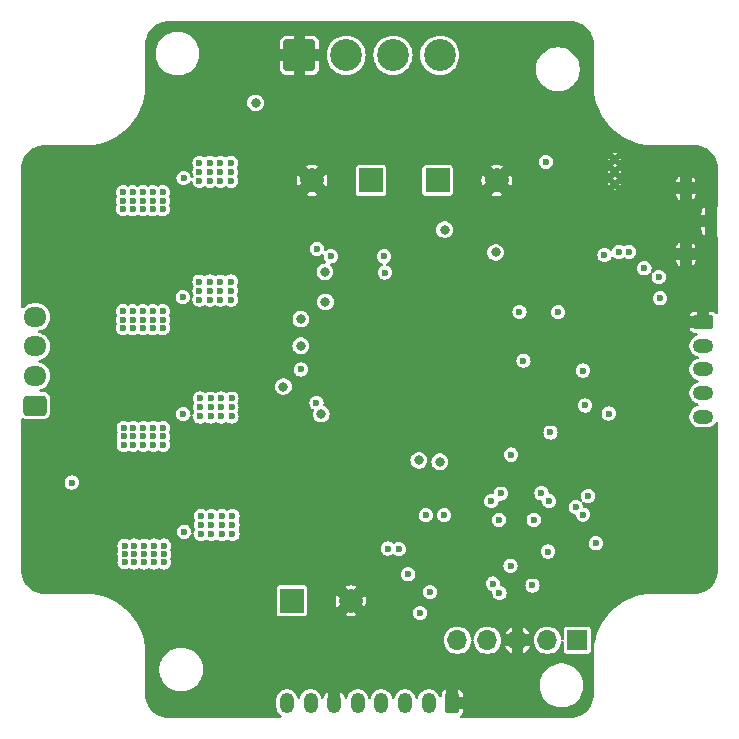
<source format=gbr>
%TF.GenerationSoftware,KiCad,Pcbnew,8.0.6*%
%TF.CreationDate,2025-12-29T11:58:40+02:00*%
%TF.ProjectId,TMCM_1260_alternative,544d434d-5f31-4323-9630-5f616c746572,rev?*%
%TF.SameCoordinates,Original*%
%TF.FileFunction,Copper,L2,Inr*%
%TF.FilePolarity,Positive*%
%FSLAX46Y46*%
G04 Gerber Fmt 4.6, Leading zero omitted, Abs format (unit mm)*
G04 Created by KiCad (PCBNEW 8.0.6) date 2025-12-29 11:58:40*
%MOMM*%
%LPD*%
G01*
G04 APERTURE LIST*
G04 Aperture macros list*
%AMRoundRect*
0 Rectangle with rounded corners*
0 $1 Rounding radius*
0 $2 $3 $4 $5 $6 $7 $8 $9 X,Y pos of 4 corners*
0 Add a 4 corners polygon primitive as box body*
4,1,4,$2,$3,$4,$5,$6,$7,$8,$9,$2,$3,0*
0 Add four circle primitives for the rounded corners*
1,1,$1+$1,$2,$3*
1,1,$1+$1,$4,$5*
1,1,$1+$1,$6,$7*
1,1,$1+$1,$8,$9*
0 Add four rect primitives between the rounded corners*
20,1,$1+$1,$2,$3,$4,$5,0*
20,1,$1+$1,$4,$5,$6,$7,0*
20,1,$1+$1,$6,$7,$8,$9,0*
20,1,$1+$1,$8,$9,$2,$3,0*%
G04 Aperture macros list end*
%TA.AperFunction,ComponentPad*%
%ADD10R,2.000000X2.000000*%
%TD*%
%TA.AperFunction,ComponentPad*%
%ADD11C,2.000000*%
%TD*%
%TA.AperFunction,HeatsinkPad*%
%ADD12O,1.100000X1.800000*%
%TD*%
%TA.AperFunction,HeatsinkPad*%
%ADD13O,1.100000X2.200000*%
%TD*%
%TA.AperFunction,ComponentPad*%
%ADD14RoundRect,0.250001X-1.099999X-1.099999X1.099999X-1.099999X1.099999X1.099999X-1.099999X1.099999X0*%
%TD*%
%TA.AperFunction,ComponentPad*%
%ADD15C,2.700000*%
%TD*%
%TA.AperFunction,ComponentPad*%
%ADD16RoundRect,0.250000X0.350000X0.625000X-0.350000X0.625000X-0.350000X-0.625000X0.350000X-0.625000X0*%
%TD*%
%TA.AperFunction,ComponentPad*%
%ADD17O,1.200000X1.750000*%
%TD*%
%TA.AperFunction,ComponentPad*%
%ADD18O,1.950000X1.700000*%
%TD*%
%TA.AperFunction,ComponentPad*%
%ADD19RoundRect,0.250000X0.725000X-0.600000X0.725000X0.600000X-0.725000X0.600000X-0.725000X-0.600000X0*%
%TD*%
%TA.AperFunction,ComponentPad*%
%ADD20C,0.499999*%
%TD*%
%TA.AperFunction,ComponentPad*%
%ADD21RoundRect,0.250000X-0.625000X0.350000X-0.625000X-0.350000X0.625000X-0.350000X0.625000X0.350000X0*%
%TD*%
%TA.AperFunction,ComponentPad*%
%ADD22O,1.750000X1.200000*%
%TD*%
%TA.AperFunction,ComponentPad*%
%ADD23R,1.700000X1.700000*%
%TD*%
%TA.AperFunction,ComponentPad*%
%ADD24O,1.700000X1.700000*%
%TD*%
%TA.AperFunction,ViaPad*%
%ADD25C,0.600000*%
%TD*%
%TA.AperFunction,ViaPad*%
%ADD26C,0.800000*%
%TD*%
G04 APERTURE END LIST*
D10*
%TO.N,12-36V*%
%TO.C,C24*%
X93425000Y-119583200D03*
D11*
%TO.N,GND*%
X98425000Y-119583200D03*
%TD*%
D12*
%TO.N,GND*%
%TO.C,J5*%
X126771400Y-90258200D03*
D13*
X128921400Y-87458200D03*
D12*
X126771400Y-84658200D03*
%TD*%
D14*
%TO.N,GND*%
%TO.C,J4*%
X94060000Y-73400000D03*
D15*
%TO.N,12-36V*%
X98020000Y-73400000D03*
X101980000Y-73400000D03*
%TO.N,/Vlogic*%
X105940000Y-73400000D03*
%TD*%
D16*
%TO.N,GND*%
%TO.C,J3*%
X107000000Y-128248000D03*
D17*
%TO.N,Out_1*%
X105000000Y-128248000D03*
%TO.N,Out_2*%
X103000000Y-128248000D03*
%TO.N,/IN2{slash}ENC_B*%
X101000000Y-128248000D03*
%TO.N,/STOP_L{slash}STEP*%
X99000000Y-128248000D03*
%TO.N,GND*%
X97000000Y-128248000D03*
%TO.N,5VOUT*%
X95000000Y-128248000D03*
X93000000Y-128248000D03*
%TD*%
D18*
%TO.N,BMA2*%
%TO.C,J1*%
X71690500Y-95554000D03*
%TO.N,BMA1*%
X71690500Y-98054000D03*
%TO.N,BMB2*%
X71690500Y-100554000D03*
D19*
%TO.N,BMB1*%
X71690500Y-103054000D03*
%TD*%
D20*
%TO.N,GND*%
%TO.C,U1*%
X120749498Y-84272000D03*
X120749498Y-83242000D03*
X120749498Y-82212000D03*
%TD*%
D21*
%TO.N,GND*%
%TO.C,J2*%
X128250000Y-96000000D03*
D22*
%TO.N,unconnected-(J2-Pin_2-Pad2)*%
X128250000Y-98000000D03*
%TO.N,unconnected-(J2-Pin_3-Pad3)*%
X128250000Y-100000000D03*
%TO.N,/CANH*%
X128250000Y-102000000D03*
%TO.N,/CANL*%
X128250000Y-104000000D03*
%TD*%
D10*
%TO.N,12-36V*%
%TO.C,C22*%
X100132277Y-83997800D03*
D11*
%TO.N,GND*%
X95132277Y-83997800D03*
%TD*%
D23*
%TO.N,+3V3*%
%TO.C,J7*%
X117602000Y-122936000D03*
D24*
%TO.N,/SWCLK*%
X115062000Y-122936000D03*
%TO.N,GND*%
X112522000Y-122936000D03*
%TO.N,/SWDIO*%
X109982000Y-122936000D03*
%TO.N,/NRST*%
X107442000Y-122936000D03*
%TD*%
D10*
%TO.N,12-36V*%
%TO.C,C23*%
X105765600Y-83997800D03*
D11*
%TO.N,GND*%
X110765600Y-83997800D03*
%TD*%
D25*
%TO.N,GND*%
X110845600Y-80467200D03*
X112166400Y-80492600D03*
X109448600Y-80467200D03*
X110794800Y-81838800D03*
X109474000Y-81813400D03*
X112191800Y-81838800D03*
X110794800Y-87680800D03*
X112115600Y-87706200D03*
X109397800Y-87680800D03*
X110794800Y-86258400D03*
X112115600Y-86283800D03*
X109397800Y-86258400D03*
X96570800Y-121361200D03*
X96570800Y-116332000D03*
X97840800Y-116306600D03*
X99060000Y-116332000D03*
X100482400Y-116332000D03*
X97840800Y-117576600D03*
X99060000Y-117602000D03*
X100482400Y-117602000D03*
X96545400Y-120243600D03*
X96570800Y-119024400D03*
X96570800Y-117602000D03*
X113792000Y-110236000D03*
X116027200Y-111201200D03*
%TO.N,UART_TX*%
X110947200Y-112725200D03*
%TO.N,UART_RX*%
X113893600Y-112725200D03*
%TO.N,/TXD*%
X118059200Y-112283400D03*
%TO.N,BMB2*%
X95504000Y-102819200D03*
X94173000Y-99999800D03*
X74777600Y-109575000D03*
D26*
%TO.N,BMA1*%
X94173000Y-97993200D03*
X94183200Y-95732600D03*
D25*
%TO.N,GND*%
X117602000Y-112979200D03*
X74777600Y-111125000D03*
X108864400Y-97917000D03*
X104800400Y-97917000D03*
X117500400Y-110744000D03*
X94030800Y-81965800D03*
X105714800Y-99974400D03*
X95910400Y-87604600D03*
D26*
X91897200Y-102209600D03*
D25*
X93218000Y-110921800D03*
X113919000Y-104115700D03*
X94894400Y-101447600D03*
X104165400Y-109248200D03*
X118073400Y-98820200D03*
X110820200Y-114884200D03*
X107848400Y-101041200D03*
X96748600Y-81991200D03*
X94437200Y-110871000D03*
X94437200Y-112014000D03*
X91795600Y-111988600D03*
X106832400Y-101041200D03*
X105714800Y-98958400D03*
X107848400Y-102057200D03*
X96951800Y-80289400D03*
X102666800Y-95631000D03*
X106832400Y-97917000D03*
D26*
X90170000Y-98653600D03*
D25*
X106653500Y-115798600D03*
X121183400Y-103733600D03*
X128829400Y-113842800D03*
X120310400Y-92957700D03*
X128829400Y-112293400D03*
X104800400Y-101041200D03*
X93243400Y-83388200D03*
X109524800Y-105892600D03*
X106832400Y-98958400D03*
X106832400Y-102057200D03*
X122732800Y-111455200D03*
X90576400Y-102692200D03*
X94462600Y-108204000D03*
X94462600Y-106680000D03*
X118163000Y-90322400D03*
X107848400Y-98958400D03*
X105714800Y-102057200D03*
X97688400Y-89611200D03*
X107848400Y-97917000D03*
X105714800Y-101041200D03*
X108864400Y-102057200D03*
X95885000Y-106680000D03*
X108864400Y-99974400D03*
X95859600Y-112014000D03*
X111772600Y-93192200D03*
D26*
X100558600Y-109804200D03*
D25*
X104800400Y-98958400D03*
X95859600Y-110871000D03*
X123930600Y-86410000D03*
X95427800Y-80289400D03*
X105714800Y-97917000D03*
X120192800Y-86182200D03*
X110211700Y-116611400D03*
X108864400Y-98958400D03*
X113030000Y-97700800D03*
X93497400Y-104038400D03*
X112037200Y-125704600D03*
X119202200Y-103022400D03*
X121793000Y-94488000D03*
X121031000Y-93726000D03*
X96774000Y-83312000D03*
X104800400Y-102057200D03*
X118212700Y-88823800D03*
D26*
X95910400Y-104851200D03*
D25*
X96774000Y-86309200D03*
X121793000Y-92964000D03*
X93929200Y-86309200D03*
X118410900Y-82042000D03*
X117525800Y-93586000D03*
X120269000Y-94488000D03*
X104800400Y-99974400D03*
D26*
X97510600Y-94284800D03*
D25*
X95427800Y-81965800D03*
X115341400Y-106629200D03*
X93980000Y-80340200D03*
X120904000Y-118972500D03*
X95885000Y-109677200D03*
X108864400Y-101041200D03*
X107848400Y-99974400D03*
D26*
X116886900Y-79298800D03*
D25*
X94462600Y-109677200D03*
X91744800Y-104902000D03*
D26*
X97485200Y-91719400D03*
D25*
X125577600Y-108762800D03*
X93218000Y-111988600D03*
X117526900Y-118643400D03*
X95885000Y-108204000D03*
X96774000Y-84836000D03*
X95351600Y-86309200D03*
X93243400Y-84861400D03*
X94411800Y-87604600D03*
X106832400Y-99974400D03*
%TO.N,+3V3*%
X118073400Y-100090200D03*
X111936700Y-116611400D03*
X115316000Y-105333800D03*
X119888000Y-90322400D03*
X123266200Y-91440000D03*
X115976400Y-95147300D03*
%TO.N,/NRST*%
X119151400Y-114723600D03*
X110439200Y-118135400D03*
X115112800Y-115417600D03*
%TO.N,/SWDIO*%
X110998000Y-118922800D03*
%TO.N,/SWCLK*%
X113792000Y-118287800D03*
%TO.N,/TXD*%
X120243600Y-103733600D03*
%TO.N,/RXD*%
X118262400Y-103047800D03*
X117449600Y-111658400D03*
%TO.N,Net-(Q1-S2)*%
X87426800Y-103981250D03*
X85648800Y-103219250D03*
X86614000Y-112414050D03*
X84302600Y-113734850D03*
X87503000Y-112414050D03*
X88392000Y-113176050D03*
X85648800Y-103981250D03*
X88315800Y-102457250D03*
X85725000Y-113938050D03*
X86537800Y-103219250D03*
X85725000Y-112414050D03*
X86537800Y-102457250D03*
X88392000Y-112414050D03*
X86614000Y-113938050D03*
X85648800Y-102457250D03*
X88392000Y-113938050D03*
X87503000Y-113176050D03*
X86537800Y-103981250D03*
X87426800Y-102457250D03*
X87503000Y-113938050D03*
X86614000Y-113176050D03*
X88315800Y-103219250D03*
X84226400Y-103778050D03*
X88315800Y-103981250D03*
X85725000Y-113176050D03*
X87426800Y-103219250D03*
%TO.N,Net-(Q3-S2)*%
X85598000Y-82499200D03*
X87376000Y-82499200D03*
X87376000Y-83261200D03*
X85598000Y-94081600D03*
X88265000Y-92557600D03*
X85598000Y-83261200D03*
X88265000Y-84023200D03*
X84251800Y-83807000D03*
X85598000Y-93319600D03*
X87376000Y-84023200D03*
X85598000Y-92557600D03*
X86487000Y-82499200D03*
X84175600Y-93878400D03*
X85598000Y-84023200D03*
X86487000Y-83261200D03*
X88265000Y-94081600D03*
X86487000Y-84023200D03*
X87376000Y-93319600D03*
X87376000Y-92557600D03*
X88265000Y-93319600D03*
X88265000Y-82499200D03*
X88265000Y-83261200D03*
X87376000Y-94081600D03*
X86487000Y-92557600D03*
X86487000Y-93319600D03*
X86487000Y-94081600D03*
D26*
%TO.N,LB2*%
X95910400Y-103784400D03*
X92710000Y-101447600D03*
%TO.N,LA2*%
X96215200Y-91744800D03*
X96266000Y-94284800D03*
D25*
%TO.N,CSN*%
X111988600Y-107213400D03*
X118516400Y-110718600D03*
%TO.N,VCC_IO*%
X113027990Y-99248790D03*
%TO.N,5VOUT*%
X103280200Y-117348000D03*
D26*
X105943400Y-107812800D03*
D25*
X112686600Y-95123000D03*
%TO.N,SRBL*%
X102463600Y-115214400D03*
%TO.N,SRAH*%
X96723200Y-90424000D03*
X106312000Y-112344200D03*
X101295200Y-91795600D03*
%TO.N,SRAL*%
X95529400Y-89789000D03*
X101244400Y-90424000D03*
X104762000Y-112344200D03*
%TO.N,SRBH*%
X101549200Y-115163600D03*
D26*
%TO.N,VS*%
X104165400Y-107698200D03*
X110667800Y-90093800D03*
D25*
%TO.N,SPI2_NSS*%
X110312200Y-111150400D03*
%TO.N,SPI2_MISO*%
X114554000Y-110490000D03*
%TO.N,SPI2_MOSI*%
X115214400Y-111150400D03*
%TO.N,SPI2_SCK*%
X111097042Y-110498600D03*
%TO.N,12-36V*%
X82488900Y-85714800D03*
X80812500Y-86426000D03*
X80069550Y-115623300D03*
X82609550Y-116334500D03*
X81650700Y-86426000D03*
X80933150Y-114912100D03*
X114931100Y-82424900D03*
X80933150Y-116334500D03*
X79180550Y-104955300D03*
X80812500Y-85003600D03*
X80806150Y-95785900D03*
X82533350Y-104955300D03*
X80856950Y-104955300D03*
X80856950Y-106377700D03*
X79129750Y-96497100D03*
X79256750Y-115623300D03*
X81695150Y-106377700D03*
X79129750Y-95074700D03*
X81695150Y-104955300D03*
D26*
X90347800Y-77429400D03*
D25*
X79942550Y-95074700D03*
X79136100Y-85714800D03*
X79948900Y-85714800D03*
X79256750Y-114912100D03*
X80933150Y-115623300D03*
X79948900Y-85003600D03*
X79136100Y-86426000D03*
X81650700Y-85003600D03*
X79942550Y-95785900D03*
X79993350Y-105666500D03*
X80069550Y-116334500D03*
X79129750Y-95785900D03*
X79942550Y-96497100D03*
X82533350Y-106377700D03*
X79993350Y-104955300D03*
X79948900Y-86426000D03*
X80812500Y-85714800D03*
X81644350Y-95074700D03*
X82533350Y-105666500D03*
X81771350Y-114912100D03*
X81695150Y-105666500D03*
X82488900Y-85003600D03*
X82609550Y-114912100D03*
X80856950Y-105666500D03*
X79180550Y-106377700D03*
X81644350Y-96497100D03*
D26*
X106349800Y-88163400D03*
D25*
X80069550Y-114912100D03*
X79180550Y-105666500D03*
X79256750Y-116334500D03*
X81771350Y-115623300D03*
X81650700Y-85714800D03*
X82482550Y-95785900D03*
X81771350Y-116334500D03*
X80806150Y-96497100D03*
X82482550Y-96497100D03*
X82482550Y-95074700D03*
X80806150Y-95074700D03*
X82488900Y-86426000D03*
X79993350Y-106377700D03*
X82609550Y-115623300D03*
X79136100Y-85003600D03*
X81644350Y-95785900D03*
%TO.N,Out_2*%
X104292400Y-120624600D03*
X105130600Y-118846600D03*
%TO.N,Net-(J5-VBUS)*%
X124498600Y-92176600D03*
%TO.N,Net-(U7-~{RST})*%
X124612400Y-93980000D03*
%TO.N,/D-*%
X121964000Y-90043000D03*
%TO.N,/D+*%
X121114000Y-90043000D03*
%TO.N,GND*%
X90093800Y-108229400D03*
%TD*%
%TA.AperFunction,Conductor*%
%TO.N,GND*%
G36*
X117004050Y-70499556D02*
G01*
X117252423Y-70515806D01*
X117268474Y-70517915D01*
X117508643Y-70565599D01*
X117524284Y-70569782D01*
X117756201Y-70648354D01*
X117771141Y-70654531D01*
X117990841Y-70762650D01*
X118004865Y-70770729D01*
X118208611Y-70906554D01*
X118221451Y-70916382D01*
X118405768Y-71077603D01*
X118417224Y-71089028D01*
X118578947Y-71272867D01*
X118588818Y-71285686D01*
X118725221Y-71489050D01*
X118733338Y-71503048D01*
X118776622Y-71590377D01*
X118841437Y-71721148D01*
X118842075Y-71722434D01*
X118848302Y-71737377D01*
X118856248Y-71760614D01*
X118927527Y-71969063D01*
X118931754Y-71984691D01*
X118980117Y-72224718D01*
X118982272Y-72240766D01*
X118999212Y-72488911D01*
X118999500Y-72497356D01*
X118999500Y-76072881D01*
X118999509Y-76073016D01*
X118999509Y-76205623D01*
X119033665Y-76617833D01*
X119033666Y-76617843D01*
X119101747Y-77025838D01*
X119101749Y-77025846D01*
X119203292Y-77426833D01*
X119203294Y-77426840D01*
X119203296Y-77426846D01*
X119316752Y-77757330D01*
X119337602Y-77818065D01*
X119474384Y-78129900D01*
X119503759Y-78196867D01*
X119503768Y-78196886D01*
X119700624Y-78560644D01*
X119700637Y-78560666D01*
X119926871Y-78906945D01*
X119926889Y-78906970D01*
X120180930Y-79233362D01*
X120180938Y-79233371D01*
X120461091Y-79537700D01*
X120668045Y-79728214D01*
X120765420Y-79817854D01*
X121091843Y-80071920D01*
X121421103Y-80287036D01*
X121438135Y-80298164D01*
X121801911Y-80495030D01*
X121801914Y-80495031D01*
X121801921Y-80495035D01*
X122180725Y-80661195D01*
X122571957Y-80795505D01*
X122972944Y-80897049D01*
X123380947Y-80965132D01*
X123380954Y-80965132D01*
X123380957Y-80965133D01*
X123652784Y-80987657D01*
X123793178Y-80999291D01*
X123934108Y-80999291D01*
X127434108Y-80999291D01*
X127495954Y-80999291D01*
X127504050Y-80999556D01*
X127505808Y-80999671D01*
X127752423Y-81015806D01*
X127768474Y-81017915D01*
X128008643Y-81065599D01*
X128024284Y-81069782D01*
X128256201Y-81148354D01*
X128271141Y-81154531D01*
X128490841Y-81262650D01*
X128504865Y-81270729D01*
X128708611Y-81406554D01*
X128721451Y-81416382D01*
X128905768Y-81577603D01*
X128917224Y-81589028D01*
X129078947Y-81772867D01*
X129088818Y-81785686D01*
X129225221Y-81989050D01*
X129233338Y-82003048D01*
X129252172Y-82041047D01*
X129341437Y-82221148D01*
X129342075Y-82222434D01*
X129348303Y-82237380D01*
X129427527Y-82469063D01*
X129431754Y-82484691D01*
X129480117Y-82724718D01*
X129482272Y-82740766D01*
X129499212Y-82988911D01*
X129499500Y-82997356D01*
X129499500Y-86103934D01*
X129479815Y-86170973D01*
X129433953Y-86213292D01*
X129421400Y-86220001D01*
X129421400Y-88696397D01*
X129433953Y-88703107D01*
X129483797Y-88752069D01*
X129499500Y-88812465D01*
X129499500Y-95194550D01*
X129479815Y-95261589D01*
X129427011Y-95307344D01*
X129357853Y-95317288D01*
X129294297Y-95288263D01*
X129276697Y-95269476D01*
X129267567Y-95257437D01*
X129147095Y-95166079D01*
X129006443Y-95110613D01*
X128918054Y-95100000D01*
X128750000Y-95100000D01*
X128750000Y-96376000D01*
X128730315Y-96443039D01*
X128677511Y-96488794D01*
X128626000Y-96500000D01*
X127092932Y-96500000D01*
X127141079Y-96622095D01*
X127232435Y-96742564D01*
X127352904Y-96833920D01*
X127493556Y-96889386D01*
X127581946Y-96900000D01*
X127654127Y-96900000D01*
X127721166Y-96919685D01*
X127766921Y-96972489D01*
X127776865Y-97041647D01*
X127747840Y-97105203D01*
X127701579Y-97138561D01*
X127548458Y-97201983D01*
X127548446Y-97201990D01*
X127400965Y-97300535D01*
X127400961Y-97300538D01*
X127275538Y-97425961D01*
X127275535Y-97425965D01*
X127176990Y-97573446D01*
X127176983Y-97573459D01*
X127109106Y-97737332D01*
X127109103Y-97737341D01*
X127074500Y-97911304D01*
X127074500Y-98088695D01*
X127109103Y-98262658D01*
X127109106Y-98262667D01*
X127176983Y-98426540D01*
X127176990Y-98426553D01*
X127275535Y-98574034D01*
X127275538Y-98574038D01*
X127400961Y-98699461D01*
X127400965Y-98699464D01*
X127548446Y-98798009D01*
X127548459Y-98798016D01*
X127602761Y-98820508D01*
X127712334Y-98865894D01*
X127732594Y-98869924D01*
X127775118Y-98878383D01*
X127837028Y-98910768D01*
X127871603Y-98971484D01*
X127867863Y-99041253D01*
X127826996Y-99097925D01*
X127775118Y-99121617D01*
X127712340Y-99134104D01*
X127712332Y-99134106D01*
X127548459Y-99201983D01*
X127548446Y-99201990D01*
X127400965Y-99300535D01*
X127400961Y-99300538D01*
X127275538Y-99425961D01*
X127275535Y-99425965D01*
X127176990Y-99573446D01*
X127176983Y-99573459D01*
X127109106Y-99737332D01*
X127109103Y-99737341D01*
X127074500Y-99911304D01*
X127074500Y-100088695D01*
X127109103Y-100262658D01*
X127109106Y-100262667D01*
X127176983Y-100426540D01*
X127176990Y-100426553D01*
X127275535Y-100574034D01*
X127275538Y-100574038D01*
X127400961Y-100699461D01*
X127400965Y-100699464D01*
X127548446Y-100798009D01*
X127548459Y-100798016D01*
X127609767Y-100823410D01*
X127712334Y-100865894D01*
X127717221Y-100866866D01*
X127775118Y-100878383D01*
X127837028Y-100910768D01*
X127871603Y-100971484D01*
X127867863Y-101041253D01*
X127826996Y-101097925D01*
X127775118Y-101121617D01*
X127712340Y-101134104D01*
X127712332Y-101134106D01*
X127548459Y-101201983D01*
X127548446Y-101201990D01*
X127400965Y-101300535D01*
X127400961Y-101300538D01*
X127275538Y-101425961D01*
X127275535Y-101425965D01*
X127176990Y-101573446D01*
X127176983Y-101573459D01*
X127109106Y-101737332D01*
X127109103Y-101737341D01*
X127074500Y-101911304D01*
X127074500Y-102088695D01*
X127109103Y-102262658D01*
X127109106Y-102262667D01*
X127176983Y-102426540D01*
X127176990Y-102426553D01*
X127275535Y-102574034D01*
X127275538Y-102574038D01*
X127400961Y-102699461D01*
X127400965Y-102699464D01*
X127548446Y-102798009D01*
X127548459Y-102798016D01*
X127670502Y-102848567D01*
X127712334Y-102865894D01*
X127732594Y-102869924D01*
X127775118Y-102878383D01*
X127837028Y-102910768D01*
X127871603Y-102971484D01*
X127867863Y-103041253D01*
X127826996Y-103097925D01*
X127775118Y-103121617D01*
X127712340Y-103134104D01*
X127712332Y-103134106D01*
X127548459Y-103201983D01*
X127548446Y-103201990D01*
X127400965Y-103300535D01*
X127400961Y-103300538D01*
X127275538Y-103425961D01*
X127275535Y-103425965D01*
X127176990Y-103573446D01*
X127176983Y-103573459D01*
X127109106Y-103737332D01*
X127109103Y-103737341D01*
X127074500Y-103911304D01*
X127074500Y-104088695D01*
X127109103Y-104262658D01*
X127109106Y-104262667D01*
X127176983Y-104426540D01*
X127176990Y-104426553D01*
X127275535Y-104574034D01*
X127275538Y-104574038D01*
X127400961Y-104699461D01*
X127400965Y-104699464D01*
X127548446Y-104798009D01*
X127548459Y-104798016D01*
X127671363Y-104848923D01*
X127712334Y-104865894D01*
X127712336Y-104865894D01*
X127712341Y-104865896D01*
X127886304Y-104900499D01*
X127886307Y-104900500D01*
X127886309Y-104900500D01*
X128613693Y-104900500D01*
X128613694Y-104900499D01*
X128671682Y-104888964D01*
X128787658Y-104865896D01*
X128787661Y-104865894D01*
X128787666Y-104865894D01*
X128951547Y-104798013D01*
X129099035Y-104699464D01*
X129224464Y-104574035D01*
X129272398Y-104502296D01*
X129326010Y-104457492D01*
X129395335Y-104448785D01*
X129458362Y-104478939D01*
X129495082Y-104538382D01*
X129499500Y-104571188D01*
X129499500Y-117028569D01*
X129499235Y-117036667D01*
X129484654Y-117259474D01*
X129482544Y-117275529D01*
X129434841Y-117515739D01*
X129430656Y-117531383D01*
X129352058Y-117763323D01*
X129345870Y-117778288D01*
X129237717Y-117998006D01*
X129229632Y-118012037D01*
X129093767Y-118215790D01*
X129083922Y-118228648D01*
X128922668Y-118412951D01*
X128911232Y-118424417D01*
X128727324Y-118586143D01*
X128714491Y-118596020D01*
X128511080Y-118732399D01*
X128497069Y-118740519D01*
X128277631Y-118849221D01*
X128262682Y-118855447D01*
X128030932Y-118934632D01*
X128015298Y-118938856D01*
X127775218Y-118987161D01*
X127759168Y-118989312D01*
X127603225Y-118999911D01*
X127578634Y-118999136D01*
X127572217Y-118998291D01*
X127572216Y-118998291D01*
X123934108Y-118998291D01*
X123926145Y-118998291D01*
X123926006Y-118998300D01*
X123793167Y-118998300D01*
X123380956Y-119032457D01*
X123380950Y-119032458D01*
X122972946Y-119100541D01*
X122972942Y-119100542D01*
X122906866Y-119117275D01*
X122571956Y-119202086D01*
X122571950Y-119202087D01*
X122571942Y-119202090D01*
X122180720Y-119336397D01*
X121801924Y-119502553D01*
X121801910Y-119502559D01*
X121438134Y-119699425D01*
X121091833Y-119925675D01*
X121091832Y-119925676D01*
X120765417Y-120179736D01*
X120461089Y-120459889D01*
X120180936Y-120764217D01*
X119926876Y-121090632D01*
X119926875Y-121090633D01*
X119700625Y-121436934D01*
X119503759Y-121800710D01*
X119503753Y-121800724D01*
X119337597Y-122179520D01*
X119203290Y-122570742D01*
X119203287Y-122570750D01*
X119203286Y-122570756D01*
X119141464Y-122814886D01*
X119101742Y-122971742D01*
X119101741Y-122971746D01*
X119033658Y-123379750D01*
X119033657Y-123379756D01*
X119000075Y-123785023D01*
X118990259Y-123810461D01*
X118997711Y-123825666D01*
X118999500Y-123846656D01*
X118999500Y-127494752D01*
X118999235Y-127502849D01*
X118982979Y-127751269D01*
X118980869Y-127767325D01*
X118933167Y-128007537D01*
X118928982Y-128023181D01*
X118850386Y-128255117D01*
X118844199Y-128270082D01*
X118736043Y-128489809D01*
X118727957Y-128503840D01*
X118592091Y-128707595D01*
X118582247Y-128720453D01*
X118420986Y-128904767D01*
X118409550Y-128916232D01*
X118225654Y-129077951D01*
X118212821Y-129087828D01*
X118009409Y-129224209D01*
X117995398Y-129232330D01*
X117775945Y-129341042D01*
X117760995Y-129347267D01*
X117529263Y-129426447D01*
X117513630Y-129430672D01*
X117273530Y-129478983D01*
X117257481Y-129481133D01*
X117028973Y-129496668D01*
X117009308Y-129498005D01*
X117000899Y-129498291D01*
X107804407Y-129498291D01*
X107737368Y-129478606D01*
X107691613Y-129425802D01*
X107681669Y-129356644D01*
X107710694Y-129293088D01*
X107729481Y-129275488D01*
X107742562Y-129265567D01*
X107833920Y-129145095D01*
X107889386Y-129004443D01*
X107900000Y-128916053D01*
X107900000Y-128748000D01*
X106624000Y-128748000D01*
X106556961Y-128728315D01*
X106511206Y-128675511D01*
X106500000Y-128624000D01*
X106500000Y-128198630D01*
X106625000Y-128198630D01*
X106625000Y-128297370D01*
X106650556Y-128392745D01*
X106699925Y-128478255D01*
X106769745Y-128548075D01*
X106855255Y-128597444D01*
X106950630Y-128623000D01*
X107049370Y-128623000D01*
X107144745Y-128597444D01*
X107230255Y-128548075D01*
X107300075Y-128478255D01*
X107349444Y-128392745D01*
X107375000Y-128297370D01*
X107375000Y-128198630D01*
X107349444Y-128103255D01*
X107300075Y-128017745D01*
X107230255Y-127947925D01*
X107144745Y-127898556D01*
X107049370Y-127873000D01*
X106950630Y-127873000D01*
X106855255Y-127898556D01*
X106769745Y-127947925D01*
X106699925Y-128017745D01*
X106650556Y-128103255D01*
X106625000Y-128198630D01*
X106500000Y-128198630D01*
X106500000Y-127748000D01*
X107500000Y-127748000D01*
X107900000Y-127748000D01*
X107900000Y-127579946D01*
X107889386Y-127491556D01*
X107833920Y-127350904D01*
X107742564Y-127230435D01*
X107622095Y-127139079D01*
X107500000Y-127090931D01*
X107500000Y-127748000D01*
X106500000Y-127748000D01*
X106500000Y-127090931D01*
X106377904Y-127139079D01*
X106257435Y-127230435D01*
X106166079Y-127350904D01*
X106110613Y-127491556D01*
X106100000Y-127579946D01*
X106100000Y-127652126D01*
X106080315Y-127719165D01*
X106027511Y-127764920D01*
X105958353Y-127774864D01*
X105894797Y-127745839D01*
X105861439Y-127699578D01*
X105798016Y-127546459D01*
X105798009Y-127546446D01*
X105699464Y-127398965D01*
X105699461Y-127398961D01*
X105574038Y-127273538D01*
X105574034Y-127273535D01*
X105426553Y-127174990D01*
X105426540Y-127174983D01*
X105262667Y-127107106D01*
X105262658Y-127107103D01*
X105088694Y-127072500D01*
X105088691Y-127072500D01*
X104911309Y-127072500D01*
X104911306Y-127072500D01*
X104737341Y-127107103D01*
X104737332Y-127107106D01*
X104573459Y-127174983D01*
X104573446Y-127174990D01*
X104425965Y-127273535D01*
X104425961Y-127273538D01*
X104300538Y-127398961D01*
X104300535Y-127398965D01*
X104201990Y-127546446D01*
X104201983Y-127546459D01*
X104134106Y-127710332D01*
X104134104Y-127710340D01*
X104121617Y-127773118D01*
X104089232Y-127835028D01*
X104028516Y-127869603D01*
X103958747Y-127865863D01*
X103902075Y-127824996D01*
X103878383Y-127773118D01*
X103869924Y-127730594D01*
X103865894Y-127710334D01*
X103811886Y-127579946D01*
X103798016Y-127546459D01*
X103798009Y-127546446D01*
X103699464Y-127398965D01*
X103699461Y-127398961D01*
X103574038Y-127273538D01*
X103574034Y-127273535D01*
X103426553Y-127174990D01*
X103426540Y-127174983D01*
X103262667Y-127107106D01*
X103262658Y-127107103D01*
X103088694Y-127072500D01*
X103088691Y-127072500D01*
X102911309Y-127072500D01*
X102911306Y-127072500D01*
X102737341Y-127107103D01*
X102737332Y-127107106D01*
X102573459Y-127174983D01*
X102573446Y-127174990D01*
X102425965Y-127273535D01*
X102425961Y-127273538D01*
X102300538Y-127398961D01*
X102300535Y-127398965D01*
X102201990Y-127546446D01*
X102201983Y-127546459D01*
X102134106Y-127710332D01*
X102134104Y-127710340D01*
X102121617Y-127773118D01*
X102089232Y-127835028D01*
X102028516Y-127869603D01*
X101958747Y-127865863D01*
X101902075Y-127824996D01*
X101878383Y-127773118D01*
X101869924Y-127730594D01*
X101865894Y-127710334D01*
X101811886Y-127579946D01*
X101798016Y-127546459D01*
X101798009Y-127546446D01*
X101699464Y-127398965D01*
X101699461Y-127398961D01*
X101574038Y-127273538D01*
X101574034Y-127273535D01*
X101426553Y-127174990D01*
X101426540Y-127174983D01*
X101262667Y-127107106D01*
X101262658Y-127107103D01*
X101088694Y-127072500D01*
X101088691Y-127072500D01*
X100911309Y-127072500D01*
X100911306Y-127072500D01*
X100737341Y-127107103D01*
X100737332Y-127107106D01*
X100573459Y-127174983D01*
X100573446Y-127174990D01*
X100425965Y-127273535D01*
X100425961Y-127273538D01*
X100300538Y-127398961D01*
X100300535Y-127398965D01*
X100201990Y-127546446D01*
X100201983Y-127546459D01*
X100134106Y-127710332D01*
X100134104Y-127710340D01*
X100121617Y-127773118D01*
X100089232Y-127835028D01*
X100028516Y-127869603D01*
X99958747Y-127865863D01*
X99902075Y-127824996D01*
X99878383Y-127773118D01*
X99869924Y-127730594D01*
X99865894Y-127710334D01*
X99811886Y-127579946D01*
X99798016Y-127546459D01*
X99798009Y-127546446D01*
X99699464Y-127398965D01*
X99699461Y-127398961D01*
X99574038Y-127273538D01*
X99574034Y-127273535D01*
X99426553Y-127174990D01*
X99426540Y-127174983D01*
X99262667Y-127107106D01*
X99262658Y-127107103D01*
X99088694Y-127072500D01*
X99088691Y-127072500D01*
X98911309Y-127072500D01*
X98911306Y-127072500D01*
X98737341Y-127107103D01*
X98737332Y-127107106D01*
X98573459Y-127174983D01*
X98573446Y-127174990D01*
X98425965Y-127273535D01*
X98425961Y-127273538D01*
X98300538Y-127398961D01*
X98300535Y-127398965D01*
X98201990Y-127546446D01*
X98201983Y-127546459D01*
X98134106Y-127710332D01*
X98134104Y-127710340D01*
X98121362Y-127774398D01*
X98088977Y-127836309D01*
X98028261Y-127870883D01*
X97958491Y-127867142D01*
X97901819Y-127826276D01*
X97878127Y-127774397D01*
X97865413Y-127710478D01*
X97797571Y-127546692D01*
X97797566Y-127546683D01*
X97699076Y-127399283D01*
X97699073Y-127399279D01*
X97573724Y-127273930D01*
X97573716Y-127273924D01*
X97500000Y-127224666D01*
X97500000Y-128624000D01*
X97480315Y-128691039D01*
X97427511Y-128736794D01*
X97376000Y-128748000D01*
X96624000Y-128748000D01*
X96556961Y-128728315D01*
X96511206Y-128675511D01*
X96500000Y-128624000D01*
X96500000Y-128198630D01*
X96625000Y-128198630D01*
X96625000Y-128297370D01*
X96650556Y-128392745D01*
X96699925Y-128478255D01*
X96769745Y-128548075D01*
X96855255Y-128597444D01*
X96950630Y-128623000D01*
X97049370Y-128623000D01*
X97144745Y-128597444D01*
X97230255Y-128548075D01*
X97300075Y-128478255D01*
X97349444Y-128392745D01*
X97375000Y-128297370D01*
X97375000Y-128198630D01*
X97349444Y-128103255D01*
X97300075Y-128017745D01*
X97230255Y-127947925D01*
X97144745Y-127898556D01*
X97049370Y-127873000D01*
X96950630Y-127873000D01*
X96855255Y-127898556D01*
X96769745Y-127947925D01*
X96699925Y-128017745D01*
X96650556Y-128103255D01*
X96625000Y-128198630D01*
X96500000Y-128198630D01*
X96500000Y-127224666D01*
X96499999Y-127224666D01*
X96426283Y-127273924D01*
X96426276Y-127273930D01*
X96300926Y-127399279D01*
X96300923Y-127399283D01*
X96202433Y-127546683D01*
X96202428Y-127546692D01*
X96134586Y-127710479D01*
X96134584Y-127710485D01*
X96121871Y-127774398D01*
X96089486Y-127836309D01*
X96028770Y-127870883D01*
X95959000Y-127867142D01*
X95902328Y-127826276D01*
X95878637Y-127774398D01*
X95865894Y-127710334D01*
X95811886Y-127579946D01*
X95798016Y-127546459D01*
X95798009Y-127546446D01*
X95699464Y-127398965D01*
X95699461Y-127398961D01*
X95574038Y-127273538D01*
X95574034Y-127273535D01*
X95426553Y-127174990D01*
X95426540Y-127174983D01*
X95262667Y-127107106D01*
X95262658Y-127107103D01*
X95088694Y-127072500D01*
X95088691Y-127072500D01*
X94911309Y-127072500D01*
X94911306Y-127072500D01*
X94737341Y-127107103D01*
X94737332Y-127107106D01*
X94573459Y-127174983D01*
X94573446Y-127174990D01*
X94425965Y-127273535D01*
X94425961Y-127273538D01*
X94300538Y-127398961D01*
X94300535Y-127398965D01*
X94201990Y-127546446D01*
X94201983Y-127546459D01*
X94134106Y-127710332D01*
X94134104Y-127710340D01*
X94121617Y-127773118D01*
X94089232Y-127835028D01*
X94028516Y-127869603D01*
X93958747Y-127865863D01*
X93902075Y-127824996D01*
X93878383Y-127773118D01*
X93869924Y-127730594D01*
X93865894Y-127710334D01*
X93811886Y-127579946D01*
X93798016Y-127546459D01*
X93798009Y-127546446D01*
X93699464Y-127398965D01*
X93699461Y-127398961D01*
X93574038Y-127273538D01*
X93574034Y-127273535D01*
X93426553Y-127174990D01*
X93426540Y-127174983D01*
X93262667Y-127107106D01*
X93262658Y-127107103D01*
X93088694Y-127072500D01*
X93088691Y-127072500D01*
X92911309Y-127072500D01*
X92911306Y-127072500D01*
X92737341Y-127107103D01*
X92737332Y-127107106D01*
X92573459Y-127174983D01*
X92573446Y-127174990D01*
X92425965Y-127273535D01*
X92425961Y-127273538D01*
X92300538Y-127398961D01*
X92300535Y-127398965D01*
X92201990Y-127546446D01*
X92201983Y-127546459D01*
X92134106Y-127710332D01*
X92134103Y-127710341D01*
X92099500Y-127884304D01*
X92099500Y-128611695D01*
X92134103Y-128785658D01*
X92134106Y-128785667D01*
X92201983Y-128949540D01*
X92201990Y-128949553D01*
X92300535Y-129097034D01*
X92300538Y-129097038D01*
X92425961Y-129222461D01*
X92425965Y-129222464D01*
X92498886Y-129271189D01*
X92543691Y-129324801D01*
X92552398Y-129394126D01*
X92522243Y-129457154D01*
X92462800Y-129493873D01*
X92429995Y-129498291D01*
X83004067Y-129498291D01*
X82995957Y-129498026D01*
X82747116Y-129481716D01*
X82731035Y-129479598D01*
X82697885Y-129473004D01*
X82490464Y-129431745D01*
X82474798Y-129427547D01*
X82242522Y-129348700D01*
X82227536Y-129342493D01*
X82007541Y-129234003D01*
X81993494Y-129225893D01*
X81789542Y-129089616D01*
X81776674Y-129079742D01*
X81592254Y-128918009D01*
X81580785Y-128906540D01*
X81419051Y-128722117D01*
X81409177Y-128709248D01*
X81272905Y-128505301D01*
X81264795Y-128491255D01*
X81216215Y-128392745D01*
X81156299Y-128271247D01*
X81150098Y-128256275D01*
X81071253Y-128024004D01*
X81067055Y-128008337D01*
X81019200Y-127767749D01*
X81017082Y-127751667D01*
X81014373Y-127710340D01*
X81000764Y-127502696D01*
X81000500Y-127494593D01*
X81000500Y-125278511D01*
X82198100Y-125278511D01*
X82198100Y-125521088D01*
X82229761Y-125761585D01*
X82292547Y-125995904D01*
X82385373Y-126220005D01*
X82385376Y-126220012D01*
X82506664Y-126430089D01*
X82506666Y-126430092D01*
X82506667Y-126430093D01*
X82654333Y-126622536D01*
X82654339Y-126622543D01*
X82825856Y-126794060D01*
X82825862Y-126794065D01*
X83018311Y-126941736D01*
X83228388Y-127063024D01*
X83452500Y-127155854D01*
X83686811Y-127218638D01*
X83867186Y-127242384D01*
X83927311Y-127250300D01*
X83927312Y-127250300D01*
X84169889Y-127250300D01*
X84217988Y-127243967D01*
X84410389Y-127218638D01*
X84644700Y-127155854D01*
X84868812Y-127063024D01*
X85078889Y-126941736D01*
X85271338Y-126794065D01*
X85440692Y-126624711D01*
X114405300Y-126624711D01*
X114405300Y-126867288D01*
X114436961Y-127107785D01*
X114499747Y-127342104D01*
X114591943Y-127564683D01*
X114592576Y-127566212D01*
X114713864Y-127776289D01*
X114713866Y-127776292D01*
X114713867Y-127776293D01*
X114861533Y-127968736D01*
X114861539Y-127968743D01*
X115033056Y-128140260D01*
X115033062Y-128140265D01*
X115225511Y-128287936D01*
X115435588Y-128409224D01*
X115659700Y-128502054D01*
X115894011Y-128564838D01*
X116074386Y-128588584D01*
X116134511Y-128596500D01*
X116134512Y-128596500D01*
X116377089Y-128596500D01*
X116425188Y-128590167D01*
X116617589Y-128564838D01*
X116851900Y-128502054D01*
X117076012Y-128409224D01*
X117286089Y-128287936D01*
X117478538Y-128140265D01*
X117650065Y-127968738D01*
X117797736Y-127776289D01*
X117919024Y-127566212D01*
X118011854Y-127342100D01*
X118074638Y-127107789D01*
X118106300Y-126867288D01*
X118106300Y-126624712D01*
X118106014Y-126622543D01*
X118074638Y-126384214D01*
X118074638Y-126384211D01*
X118011854Y-126149900D01*
X117919024Y-125925788D01*
X117797736Y-125715711D01*
X117650065Y-125523262D01*
X117650060Y-125523256D01*
X117478543Y-125351739D01*
X117478536Y-125351733D01*
X117286093Y-125204067D01*
X117286092Y-125204066D01*
X117286089Y-125204064D01*
X117076012Y-125082776D01*
X117076005Y-125082773D01*
X116851904Y-124989947D01*
X116617585Y-124927161D01*
X116377089Y-124895500D01*
X116377088Y-124895500D01*
X116134512Y-124895500D01*
X116134511Y-124895500D01*
X115894014Y-124927161D01*
X115659695Y-124989947D01*
X115435594Y-125082773D01*
X115435585Y-125082777D01*
X115225506Y-125204067D01*
X115033063Y-125351733D01*
X115033056Y-125351739D01*
X114861539Y-125523256D01*
X114861533Y-125523263D01*
X114713867Y-125715706D01*
X114592577Y-125925785D01*
X114592573Y-125925794D01*
X114499747Y-126149895D01*
X114436961Y-126384214D01*
X114405300Y-126624711D01*
X85440692Y-126624711D01*
X85442865Y-126622538D01*
X85590536Y-126430089D01*
X85711824Y-126220012D01*
X85804654Y-125995900D01*
X85867438Y-125761589D01*
X85899100Y-125521088D01*
X85899100Y-125278512D01*
X85867438Y-125038011D01*
X85804654Y-124803700D01*
X85711824Y-124579588D01*
X85590536Y-124369511D01*
X85442865Y-124177062D01*
X85442860Y-124177056D01*
X85271343Y-124005539D01*
X85271336Y-124005533D01*
X85078893Y-123857867D01*
X85078892Y-123857866D01*
X85078889Y-123857864D01*
X84868812Y-123736576D01*
X84868805Y-123736573D01*
X84644704Y-123643747D01*
X84410385Y-123580961D01*
X84169889Y-123549300D01*
X84169888Y-123549300D01*
X83927312Y-123549300D01*
X83927311Y-123549300D01*
X83686814Y-123580961D01*
X83452495Y-123643747D01*
X83228394Y-123736573D01*
X83228385Y-123736577D01*
X83046451Y-123841617D01*
X83018677Y-123857653D01*
X83018306Y-123857867D01*
X82825863Y-124005533D01*
X82825856Y-124005539D01*
X82654339Y-124177056D01*
X82654333Y-124177063D01*
X82506667Y-124369506D01*
X82385377Y-124579585D01*
X82385373Y-124579594D01*
X82292547Y-124803695D01*
X82229761Y-125038014D01*
X82198100Y-125278511D01*
X81000500Y-125278511D01*
X81000500Y-124008287D01*
X81000902Y-123801716D01*
X80995629Y-123736577D01*
X80967482Y-123388895D01*
X80900043Y-122980251D01*
X80888916Y-122936000D01*
X106286571Y-122936000D01*
X106306244Y-123148310D01*
X106359675Y-123336099D01*
X106364596Y-123353392D01*
X106364596Y-123353394D01*
X106459632Y-123544253D01*
X106587874Y-123714071D01*
X106588128Y-123714407D01*
X106745698Y-123858052D01*
X106926981Y-123970298D01*
X107125802Y-124047321D01*
X107335390Y-124086500D01*
X107335392Y-124086500D01*
X107548608Y-124086500D01*
X107548610Y-124086500D01*
X107758198Y-124047321D01*
X107957019Y-123970298D01*
X108138302Y-123858052D01*
X108295872Y-123714407D01*
X108424366Y-123544255D01*
X108478270Y-123436000D01*
X108519403Y-123353394D01*
X108519403Y-123353393D01*
X108519405Y-123353389D01*
X108577756Y-123148310D01*
X108588529Y-123032047D01*
X108614315Y-122967111D01*
X108656622Y-122936804D01*
X108765130Y-122936804D01*
X108801503Y-122957668D01*
X108833693Y-123019681D01*
X108835470Y-123032047D01*
X108846244Y-123148310D01*
X108899675Y-123336099D01*
X108904596Y-123353392D01*
X108904596Y-123353394D01*
X108999632Y-123544253D01*
X109127874Y-123714071D01*
X109128128Y-123714407D01*
X109285698Y-123858052D01*
X109466981Y-123970298D01*
X109665802Y-124047321D01*
X109875390Y-124086500D01*
X109875392Y-124086500D01*
X110088608Y-124086500D01*
X110088610Y-124086500D01*
X110298198Y-124047321D01*
X110497019Y-123970298D01*
X110678302Y-123858052D01*
X110835872Y-123714407D01*
X110964366Y-123544255D01*
X111018270Y-123436000D01*
X111486288Y-123436000D01*
X111540059Y-123543989D01*
X111668500Y-123714071D01*
X111826000Y-123857651D01*
X111826002Y-123857653D01*
X112007202Y-123969847D01*
X112007204Y-123969848D01*
X112022000Y-123975579D01*
X112022000Y-123975578D01*
X113022000Y-123975578D01*
X113036795Y-123969848D01*
X113036797Y-123969847D01*
X113217997Y-123857653D01*
X113217999Y-123857651D01*
X113375499Y-123714071D01*
X113503940Y-123543989D01*
X113557712Y-123436000D01*
X113022000Y-123436000D01*
X113022000Y-123975578D01*
X112022000Y-123975578D01*
X112022000Y-123436000D01*
X111486288Y-123436000D01*
X111018270Y-123436000D01*
X111059403Y-123353394D01*
X111059403Y-123353393D01*
X111059405Y-123353389D01*
X111117756Y-123148310D01*
X111137429Y-122936000D01*
X111131329Y-122870174D01*
X112022000Y-122870174D01*
X112022000Y-123001826D01*
X112056075Y-123128993D01*
X112121901Y-123243007D01*
X112214993Y-123336099D01*
X112329007Y-123401925D01*
X112456174Y-123436000D01*
X112587826Y-123436000D01*
X112714993Y-123401925D01*
X112829007Y-123336099D01*
X112922099Y-123243007D01*
X112987925Y-123128993D01*
X113022000Y-123001826D01*
X113022000Y-122936000D01*
X113906571Y-122936000D01*
X113926244Y-123148310D01*
X113979675Y-123336099D01*
X113984596Y-123353392D01*
X113984596Y-123353394D01*
X114079632Y-123544253D01*
X114207874Y-123714071D01*
X114208128Y-123714407D01*
X114365698Y-123858052D01*
X114546981Y-123970298D01*
X114745802Y-124047321D01*
X114955390Y-124086500D01*
X114955392Y-124086500D01*
X115168608Y-124086500D01*
X115168610Y-124086500D01*
X115378198Y-124047321D01*
X115577019Y-123970298D01*
X115758302Y-123858052D01*
X115915872Y-123714407D01*
X116044366Y-123544255D01*
X116098270Y-123436000D01*
X116139403Y-123353394D01*
X116139403Y-123353393D01*
X116139405Y-123353389D01*
X116197756Y-123148310D01*
X116204029Y-123080605D01*
X116229814Y-123015669D01*
X116286614Y-122974981D01*
X116356395Y-122971461D01*
X116417002Y-123006225D01*
X116449193Y-123068238D01*
X116451500Y-123092047D01*
X116451500Y-123830856D01*
X116451502Y-123830882D01*
X116454413Y-123855987D01*
X116454415Y-123855991D01*
X116499793Y-123958764D01*
X116499794Y-123958765D01*
X116579235Y-124038206D01*
X116682009Y-124083585D01*
X116707135Y-124086500D01*
X118496864Y-124086499D01*
X118496879Y-124086497D01*
X118496882Y-124086497D01*
X118521987Y-124083586D01*
X118521988Y-124083585D01*
X118521991Y-124083585D01*
X118624765Y-124038206D01*
X118704206Y-123958765D01*
X118749585Y-123855991D01*
X118752326Y-123832365D01*
X118761219Y-123811394D01*
X118755043Y-123799773D01*
X118752499Y-123774792D01*
X118752499Y-122041136D01*
X118752497Y-122041117D01*
X118749586Y-122016012D01*
X118749585Y-122016010D01*
X118749585Y-122016009D01*
X118704206Y-121913235D01*
X118624765Y-121833794D01*
X118604124Y-121824680D01*
X118521992Y-121788415D01*
X118496865Y-121785500D01*
X116707143Y-121785500D01*
X116707117Y-121785502D01*
X116682012Y-121788413D01*
X116682008Y-121788415D01*
X116579235Y-121833793D01*
X116499794Y-121913234D01*
X116454415Y-122016006D01*
X116454415Y-122016008D01*
X116451500Y-122041131D01*
X116451500Y-122779951D01*
X116431815Y-122846990D01*
X116379011Y-122892745D01*
X116309853Y-122902689D01*
X116246297Y-122873664D01*
X116208523Y-122814886D01*
X116204029Y-122791391D01*
X116197756Y-122723689D01*
X116170812Y-122628993D01*
X116139405Y-122518611D01*
X116139403Y-122518606D01*
X116139403Y-122518605D01*
X116044367Y-122327746D01*
X115915872Y-122157593D01*
X115788133Y-122041143D01*
X115758302Y-122013948D01*
X115577019Y-121901702D01*
X115577017Y-121901701D01*
X115477608Y-121863190D01*
X115378198Y-121824679D01*
X115168610Y-121785500D01*
X114955390Y-121785500D01*
X114745802Y-121824679D01*
X114745799Y-121824679D01*
X114745799Y-121824680D01*
X114546982Y-121901701D01*
X114546980Y-121901702D01*
X114365699Y-122013947D01*
X114208127Y-122157593D01*
X114079632Y-122327746D01*
X113984596Y-122518605D01*
X113984596Y-122518607D01*
X113926244Y-122723689D01*
X113912671Y-122870174D01*
X113906571Y-122936000D01*
X113022000Y-122936000D01*
X113022000Y-122870174D01*
X112987925Y-122743007D01*
X112922099Y-122628993D01*
X112829007Y-122535901D01*
X112714993Y-122470075D01*
X112587826Y-122436000D01*
X113022000Y-122436000D01*
X113557712Y-122436000D01*
X113557712Y-122435999D01*
X113503940Y-122328010D01*
X113375499Y-122157928D01*
X113217999Y-122014348D01*
X113217997Y-122014346D01*
X113036801Y-121902155D01*
X113036793Y-121902151D01*
X113022000Y-121896419D01*
X113022000Y-122436000D01*
X112587826Y-122436000D01*
X112456174Y-122436000D01*
X112329007Y-122470075D01*
X112214993Y-122535901D01*
X112121901Y-122628993D01*
X112056075Y-122743007D01*
X112022000Y-122870174D01*
X111131329Y-122870174D01*
X111117756Y-122723690D01*
X111059405Y-122518611D01*
X111059403Y-122518606D01*
X111059403Y-122518605D01*
X111018270Y-122435999D01*
X111486287Y-122435999D01*
X111486288Y-122436000D01*
X112022000Y-122436000D01*
X112022000Y-121896420D01*
X112021999Y-121896419D01*
X112007206Y-121902151D01*
X112007198Y-121902155D01*
X111826002Y-122014346D01*
X111826000Y-122014348D01*
X111668500Y-122157928D01*
X111540059Y-122328010D01*
X111486287Y-122435999D01*
X111018270Y-122435999D01*
X110964367Y-122327746D01*
X110835872Y-122157593D01*
X110708133Y-122041143D01*
X110678302Y-122013948D01*
X110497019Y-121901702D01*
X110497017Y-121901701D01*
X110397608Y-121863190D01*
X110298198Y-121824679D01*
X110088610Y-121785500D01*
X109875390Y-121785500D01*
X109665802Y-121824679D01*
X109665799Y-121824679D01*
X109665799Y-121824680D01*
X109466982Y-121901701D01*
X109466980Y-121901702D01*
X109285699Y-122013947D01*
X109128127Y-122157593D01*
X108999632Y-122327746D01*
X108904596Y-122518605D01*
X108904596Y-122518607D01*
X108846244Y-122723689D01*
X108835471Y-122839951D01*
X108809685Y-122904888D01*
X108765130Y-122936804D01*
X108656622Y-122936804D01*
X108658869Y-122935194D01*
X108622497Y-122914331D01*
X108590307Y-122852318D01*
X108588529Y-122839951D01*
X108582969Y-122779951D01*
X108577756Y-122723690D01*
X108519405Y-122518611D01*
X108519403Y-122518606D01*
X108519403Y-122518605D01*
X108424367Y-122327746D01*
X108295872Y-122157593D01*
X108168133Y-122041143D01*
X108138302Y-122013948D01*
X107957019Y-121901702D01*
X107957017Y-121901701D01*
X107857608Y-121863190D01*
X107758198Y-121824679D01*
X107548610Y-121785500D01*
X107335390Y-121785500D01*
X107125802Y-121824679D01*
X107125799Y-121824679D01*
X107125799Y-121824680D01*
X106926982Y-121901701D01*
X106926980Y-121901702D01*
X106745699Y-122013947D01*
X106588127Y-122157593D01*
X106459632Y-122327746D01*
X106364596Y-122518605D01*
X106364596Y-122518607D01*
X106306244Y-122723689D01*
X106292671Y-122870174D01*
X106286571Y-122936000D01*
X80888916Y-122936000D01*
X80799046Y-122578582D01*
X80665184Y-122186640D01*
X80662075Y-122179524D01*
X80499372Y-121807108D01*
X80302755Y-121442599D01*
X80302752Y-121442594D01*
X80302747Y-121442585D01*
X80076654Y-121095569D01*
X79822644Y-120768435D01*
X79546509Y-120467838D01*
X79542462Y-120463432D01*
X79542442Y-120463413D01*
X79332791Y-120270049D01*
X79238004Y-120182625D01*
X79105351Y-120079197D01*
X78911381Y-119927961D01*
X78720292Y-119802916D01*
X78564815Y-119701174D01*
X78564812Y-119701172D01*
X78564810Y-119701171D01*
X78564803Y-119701167D01*
X78390784Y-119606851D01*
X78200687Y-119503821D01*
X77821487Y-119337250D01*
X77821486Y-119337249D01*
X77821480Y-119337247D01*
X77429831Y-119202609D01*
X77429811Y-119202603D01*
X77028347Y-119100804D01*
X77026773Y-119100541D01*
X76619839Y-119032548D01*
X76619834Y-119032547D01*
X76619825Y-119032546D01*
X76207086Y-118998302D01*
X76207079Y-118998301D01*
X76072952Y-118998294D01*
X76072894Y-118998291D01*
X76065892Y-118998291D01*
X72504595Y-118998291D01*
X72496363Y-118998017D01*
X72248026Y-118981494D01*
X72231941Y-118979360D01*
X71991817Y-118931339D01*
X71976149Y-118927123D01*
X71744346Y-118848158D01*
X71729362Y-118841932D01*
X71524299Y-118740519D01*
X71509856Y-118733376D01*
X71495819Y-118725251D01*
X71292364Y-118588961D01*
X71279504Y-118579069D01*
X71233165Y-118538331D01*
X92124500Y-118538331D01*
X92124500Y-120628056D01*
X92124502Y-120628082D01*
X92127413Y-120653187D01*
X92127415Y-120653191D01*
X92172793Y-120755964D01*
X92172794Y-120755965D01*
X92252235Y-120835406D01*
X92355009Y-120880785D01*
X92380135Y-120883700D01*
X94469864Y-120883699D01*
X94469879Y-120883697D01*
X94469882Y-120883697D01*
X94494987Y-120880786D01*
X94494988Y-120880785D01*
X94494991Y-120880785D01*
X94597765Y-120835406D01*
X94646868Y-120786303D01*
X97929002Y-120786303D01*
X97978673Y-120809465D01*
X97978682Y-120809469D01*
X98198389Y-120868339D01*
X98198400Y-120868341D01*
X98424998Y-120888166D01*
X98425002Y-120888166D01*
X98651599Y-120868341D01*
X98651606Y-120868340D01*
X98871328Y-120809465D01*
X98920997Y-120786303D01*
X98759292Y-120624598D01*
X103686718Y-120624598D01*
X103686718Y-120624601D01*
X103707355Y-120781360D01*
X103707356Y-120781362D01*
X103749744Y-120883697D01*
X103767864Y-120927441D01*
X103864118Y-121052882D01*
X103989559Y-121149136D01*
X104135638Y-121209644D01*
X104214019Y-121219963D01*
X104292399Y-121230282D01*
X104292400Y-121230282D01*
X104292401Y-121230282D01*
X104344654Y-121223402D01*
X104449162Y-121209644D01*
X104595241Y-121149136D01*
X104720682Y-121052882D01*
X104816936Y-120927441D01*
X104877444Y-120781362D01*
X104894318Y-120653191D01*
X104898082Y-120624601D01*
X104898082Y-120624598D01*
X104877444Y-120467839D01*
X104877444Y-120467838D01*
X104816936Y-120321759D01*
X104720682Y-120196318D01*
X104595241Y-120100064D01*
X104544861Y-120079196D01*
X104449162Y-120039556D01*
X104449160Y-120039555D01*
X104292401Y-120018918D01*
X104292399Y-120018918D01*
X104135639Y-120039555D01*
X104135637Y-120039556D01*
X103989560Y-120100063D01*
X103864118Y-120196318D01*
X103767863Y-120321760D01*
X103707356Y-120467837D01*
X103707355Y-120467839D01*
X103686718Y-120624598D01*
X98759292Y-120624598D01*
X98425001Y-120290307D01*
X98425000Y-120290307D01*
X97929002Y-120786303D01*
X94646868Y-120786303D01*
X94677206Y-120755965D01*
X94722585Y-120653191D01*
X94725500Y-120628065D01*
X94725499Y-119583197D01*
X97120034Y-119583197D01*
X97120034Y-119583202D01*
X97139858Y-119809799D01*
X97139860Y-119809810D01*
X97198731Y-120029520D01*
X97221895Y-120079196D01*
X97717893Y-119583200D01*
X97717893Y-119583199D01*
X97652068Y-119517374D01*
X97925000Y-119517374D01*
X97925000Y-119649026D01*
X97959075Y-119776193D01*
X98024901Y-119890207D01*
X98117993Y-119983299D01*
X98232007Y-120049125D01*
X98359174Y-120083200D01*
X98490826Y-120083200D01*
X98617993Y-120049125D01*
X98732007Y-119983299D01*
X98825099Y-119890207D01*
X98890925Y-119776193D01*
X98925000Y-119649026D01*
X98925000Y-119583199D01*
X99132107Y-119583199D01*
X99132107Y-119583201D01*
X99628103Y-120079197D01*
X99651265Y-120029528D01*
X99710140Y-119809806D01*
X99710141Y-119809799D01*
X99729966Y-119583202D01*
X99729966Y-119583197D01*
X99710141Y-119356600D01*
X99710139Y-119356589D01*
X99651269Y-119136882D01*
X99651265Y-119136873D01*
X99628103Y-119087202D01*
X99132107Y-119583199D01*
X98925000Y-119583199D01*
X98925000Y-119517374D01*
X98890925Y-119390207D01*
X98825099Y-119276193D01*
X98732007Y-119183101D01*
X98617993Y-119117275D01*
X98490826Y-119083200D01*
X98359174Y-119083200D01*
X98232007Y-119117275D01*
X98117993Y-119183101D01*
X98024901Y-119276193D01*
X97959075Y-119390207D01*
X97925000Y-119517374D01*
X97652068Y-119517374D01*
X97221895Y-119087202D01*
X97198731Y-119136877D01*
X97139860Y-119356589D01*
X97139858Y-119356600D01*
X97120034Y-119583197D01*
X94725499Y-119583197D01*
X94725499Y-118538336D01*
X94725497Y-118538317D01*
X94722586Y-118513212D01*
X94722585Y-118513210D01*
X94722585Y-118513209D01*
X94677206Y-118410435D01*
X94646866Y-118380095D01*
X97929002Y-118380095D01*
X98425000Y-118876093D01*
X98425001Y-118876093D01*
X98454496Y-118846598D01*
X104524918Y-118846598D01*
X104524918Y-118846601D01*
X104545555Y-119003360D01*
X104545556Y-119003362D01*
X104606064Y-119149441D01*
X104702318Y-119274882D01*
X104827759Y-119371136D01*
X104973838Y-119431644D01*
X105052219Y-119441963D01*
X105130599Y-119452282D01*
X105130600Y-119452282D01*
X105130601Y-119452282D01*
X105182854Y-119445402D01*
X105287362Y-119431644D01*
X105433441Y-119371136D01*
X105558882Y-119274882D01*
X105655136Y-119149441D01*
X105715644Y-119003362D01*
X105736282Y-118846600D01*
X105735667Y-118841932D01*
X105721247Y-118732399D01*
X105715644Y-118689838D01*
X105655136Y-118543759D01*
X105558882Y-118418318D01*
X105433441Y-118322064D01*
X105399504Y-118308007D01*
X105287362Y-118261556D01*
X105287360Y-118261555D01*
X105130601Y-118240918D01*
X105130599Y-118240918D01*
X104973839Y-118261555D01*
X104973837Y-118261556D01*
X104827760Y-118322063D01*
X104702318Y-118418318D01*
X104606063Y-118543760D01*
X104545556Y-118689837D01*
X104545555Y-118689839D01*
X104524918Y-118846598D01*
X98454496Y-118846598D01*
X98920996Y-118380095D01*
X98871320Y-118356931D01*
X98651610Y-118298060D01*
X98651599Y-118298058D01*
X98425002Y-118278234D01*
X98424998Y-118278234D01*
X98198400Y-118298058D01*
X98198389Y-118298060D01*
X97978677Y-118356931D01*
X97929002Y-118380095D01*
X94646866Y-118380095D01*
X94597765Y-118330994D01*
X94597763Y-118330993D01*
X94494992Y-118285615D01*
X94469865Y-118282700D01*
X92380143Y-118282700D01*
X92380117Y-118282702D01*
X92355012Y-118285613D01*
X92355008Y-118285615D01*
X92252235Y-118330993D01*
X92172794Y-118410434D01*
X92127415Y-118513206D01*
X92127415Y-118513208D01*
X92124500Y-118538331D01*
X71233165Y-118538331D01*
X71095586Y-118417381D01*
X71084129Y-118405896D01*
X71051890Y-118369040D01*
X70922889Y-118221566D01*
X70913043Y-118208699D01*
X70864204Y-118135398D01*
X109833518Y-118135398D01*
X109833518Y-118135401D01*
X109854155Y-118292160D01*
X109854156Y-118292162D01*
X109906411Y-118418318D01*
X109914664Y-118438241D01*
X110010918Y-118563682D01*
X110136359Y-118659936D01*
X110282438Y-118720444D01*
X110293692Y-118721925D01*
X110357587Y-118750189D01*
X110396060Y-118808512D01*
X110400447Y-118861048D01*
X110392318Y-118922797D01*
X110392318Y-118922801D01*
X110412955Y-119079560D01*
X110412956Y-119079562D01*
X110473464Y-119225641D01*
X110569718Y-119351082D01*
X110695159Y-119447336D01*
X110841238Y-119507844D01*
X110913626Y-119517374D01*
X110997999Y-119528482D01*
X110998000Y-119528482D01*
X110998001Y-119528482D01*
X111082351Y-119517377D01*
X111154762Y-119507844D01*
X111300841Y-119447336D01*
X111426282Y-119351082D01*
X111522536Y-119225641D01*
X111583044Y-119079562D01*
X111603682Y-118922800D01*
X111600062Y-118895306D01*
X111583044Y-118766039D01*
X111583044Y-118766038D01*
X111522536Y-118619959D01*
X111426282Y-118494518D01*
X111300841Y-118398264D01*
X111300839Y-118398263D01*
X111154761Y-118337755D01*
X111144353Y-118336385D01*
X111143504Y-118336273D01*
X111079609Y-118308007D01*
X111066279Y-118287798D01*
X113186318Y-118287798D01*
X113186318Y-118287801D01*
X113206955Y-118444560D01*
X113206956Y-118444562D01*
X113245798Y-118538336D01*
X113267464Y-118590641D01*
X113363718Y-118716082D01*
X113489159Y-118812336D01*
X113635238Y-118872844D01*
X113659917Y-118876093D01*
X113791999Y-118893482D01*
X113792000Y-118893482D01*
X113792001Y-118893482D01*
X113844254Y-118886602D01*
X113948762Y-118872844D01*
X114094841Y-118812336D01*
X114220282Y-118716082D01*
X114316536Y-118590641D01*
X114377044Y-118444562D01*
X114397682Y-118287800D01*
X114397394Y-118285615D01*
X114377044Y-118131039D01*
X114377044Y-118131038D01*
X114316536Y-117984959D01*
X114220282Y-117859518D01*
X114094841Y-117763264D01*
X114077451Y-117756061D01*
X113948762Y-117702756D01*
X113948760Y-117702755D01*
X113792001Y-117682118D01*
X113791999Y-117682118D01*
X113635239Y-117702755D01*
X113635237Y-117702756D01*
X113489160Y-117763263D01*
X113363718Y-117859518D01*
X113267463Y-117984960D01*
X113206956Y-118131037D01*
X113206955Y-118131039D01*
X113186318Y-118287798D01*
X111066279Y-118287798D01*
X111041138Y-118249682D01*
X111036752Y-118197151D01*
X111044882Y-118135400D01*
X111024244Y-117978638D01*
X110963736Y-117832559D01*
X110867482Y-117707118D01*
X110742041Y-117610864D01*
X110595962Y-117550356D01*
X110595960Y-117550355D01*
X110439201Y-117529718D01*
X110439199Y-117529718D01*
X110282439Y-117550355D01*
X110282437Y-117550356D01*
X110136360Y-117610863D01*
X110010918Y-117707118D01*
X109914663Y-117832560D01*
X109854156Y-117978637D01*
X109854155Y-117978639D01*
X109833518Y-118135398D01*
X70864204Y-118135398D01*
X70777254Y-118004899D01*
X70769164Y-117990844D01*
X70766272Y-117984960D01*
X70661150Y-117771060D01*
X70654962Y-117756061D01*
X70605902Y-117610863D01*
X70576574Y-117524065D01*
X70572399Y-117508393D01*
X70540736Y-117347998D01*
X102674518Y-117347998D01*
X102674518Y-117348001D01*
X102695155Y-117504760D01*
X102695156Y-117504762D01*
X102739104Y-117610863D01*
X102755664Y-117650841D01*
X102851918Y-117776282D01*
X102977359Y-117872536D01*
X103123438Y-117933044D01*
X103201819Y-117943363D01*
X103280199Y-117953682D01*
X103280200Y-117953682D01*
X103280201Y-117953682D01*
X103332454Y-117946802D01*
X103436962Y-117933044D01*
X103583041Y-117872536D01*
X103708482Y-117776282D01*
X103804736Y-117650841D01*
X103865244Y-117504762D01*
X103885882Y-117348000D01*
X103865244Y-117191238D01*
X103804736Y-117045159D01*
X103708482Y-116919718D01*
X103583041Y-116823464D01*
X103532562Y-116802555D01*
X103436962Y-116762956D01*
X103436960Y-116762955D01*
X103280201Y-116742318D01*
X103280199Y-116742318D01*
X103123439Y-116762955D01*
X103123437Y-116762956D01*
X102977360Y-116823463D01*
X102851918Y-116919718D01*
X102755663Y-117045160D01*
X102695156Y-117191237D01*
X102695155Y-117191239D01*
X102674518Y-117347998D01*
X70540736Y-117347998D01*
X70524972Y-117268142D01*
X70522880Y-117252074D01*
X70507009Y-117004235D01*
X70506758Y-116996181D01*
X70506854Y-116933671D01*
X70504674Y-116925488D01*
X70500500Y-116893582D01*
X70500500Y-114912098D01*
X78651068Y-114912098D01*
X78651068Y-114912101D01*
X78671705Y-115068860D01*
X78671707Y-115068865D01*
X78734411Y-115220248D01*
X78741880Y-115289717D01*
X78734411Y-115315152D01*
X78671707Y-115466534D01*
X78671705Y-115466539D01*
X78651068Y-115623298D01*
X78651068Y-115623301D01*
X78671705Y-115780060D01*
X78671707Y-115780065D01*
X78734411Y-115931448D01*
X78741880Y-116000917D01*
X78734411Y-116026352D01*
X78671707Y-116177734D01*
X78671705Y-116177739D01*
X78651068Y-116334498D01*
X78651068Y-116334501D01*
X78671705Y-116491260D01*
X78671706Y-116491262D01*
X78732214Y-116637341D01*
X78828468Y-116762782D01*
X78953909Y-116859036D01*
X79099988Y-116919544D01*
X79145145Y-116925489D01*
X79256749Y-116940182D01*
X79256750Y-116940182D01*
X79256751Y-116940182D01*
X79309004Y-116933302D01*
X79413512Y-116919544D01*
X79559591Y-116859036D01*
X79587665Y-116837493D01*
X79652831Y-116812300D01*
X79721276Y-116826337D01*
X79738627Y-116837488D01*
X79766709Y-116859036D01*
X79766712Y-116859037D01*
X79766713Y-116859038D01*
X79839748Y-116889290D01*
X79912788Y-116919544D01*
X79957945Y-116925489D01*
X80069549Y-116940182D01*
X80069550Y-116940182D01*
X80069551Y-116940182D01*
X80121804Y-116933302D01*
X80226312Y-116919544D01*
X80372391Y-116859036D01*
X80415005Y-116826337D01*
X80425864Y-116818005D01*
X80491033Y-116792811D01*
X80559478Y-116806849D01*
X80576836Y-116818005D01*
X80630307Y-116859035D01*
X80630308Y-116859035D01*
X80630309Y-116859036D01*
X80776388Y-116919544D01*
X80821545Y-116925489D01*
X80933149Y-116940182D01*
X80933150Y-116940182D01*
X80933151Y-116940182D01*
X80985404Y-116933302D01*
X81089912Y-116919544D01*
X81235991Y-116859036D01*
X81276764Y-116827749D01*
X81341931Y-116802555D01*
X81410376Y-116816593D01*
X81427733Y-116827747D01*
X81468509Y-116859036D01*
X81468511Y-116859036D01*
X81468513Y-116859038D01*
X81541548Y-116889290D01*
X81614588Y-116919544D01*
X81659745Y-116925489D01*
X81771349Y-116940182D01*
X81771350Y-116940182D01*
X81771351Y-116940182D01*
X81823604Y-116933302D01*
X81928112Y-116919544D01*
X82074191Y-116859036D01*
X82114964Y-116827749D01*
X82180131Y-116802555D01*
X82248576Y-116816593D01*
X82265933Y-116827747D01*
X82306709Y-116859036D01*
X82306711Y-116859036D01*
X82306713Y-116859038D01*
X82379748Y-116889290D01*
X82452788Y-116919544D01*
X82497945Y-116925489D01*
X82609549Y-116940182D01*
X82609550Y-116940182D01*
X82609551Y-116940182D01*
X82661804Y-116933302D01*
X82766312Y-116919544D01*
X82912391Y-116859036D01*
X83037832Y-116762782D01*
X83134086Y-116637341D01*
X83144832Y-116611398D01*
X111331018Y-116611398D01*
X111331018Y-116611401D01*
X111351655Y-116768160D01*
X111351656Y-116768162D01*
X111412164Y-116914241D01*
X111508418Y-117039682D01*
X111633859Y-117135936D01*
X111779938Y-117196444D01*
X111858319Y-117206763D01*
X111936699Y-117217082D01*
X111936700Y-117217082D01*
X111936701Y-117217082D01*
X111988954Y-117210202D01*
X112093462Y-117196444D01*
X112239541Y-117135936D01*
X112364982Y-117039682D01*
X112461236Y-116914241D01*
X112521744Y-116768162D01*
X112542382Y-116611400D01*
X112521744Y-116454638D01*
X112461236Y-116308559D01*
X112364982Y-116183118D01*
X112239541Y-116086864D01*
X112093462Y-116026356D01*
X112093460Y-116026355D01*
X111936701Y-116005718D01*
X111936699Y-116005718D01*
X111779939Y-116026355D01*
X111779937Y-116026356D01*
X111633860Y-116086863D01*
X111508418Y-116183118D01*
X111412163Y-116308560D01*
X111351656Y-116454637D01*
X111351655Y-116454639D01*
X111331018Y-116611398D01*
X83144832Y-116611398D01*
X83194594Y-116491262D01*
X83215232Y-116334500D01*
X83194594Y-116177738D01*
X83134086Y-116031659D01*
X83134085Y-116031658D01*
X83131888Y-116026353D01*
X83124419Y-115956883D01*
X83131888Y-115931447D01*
X83167330Y-115845882D01*
X83194594Y-115780062D01*
X83212680Y-115642682D01*
X83215232Y-115623301D01*
X83215232Y-115623298D01*
X83194594Y-115466539D01*
X83194594Y-115466538D01*
X83134086Y-115320459D01*
X83134085Y-115320458D01*
X83131888Y-115315153D01*
X83124419Y-115245683D01*
X83131888Y-115220247D01*
X83134086Y-115214941D01*
X83155353Y-115163598D01*
X100943518Y-115163598D01*
X100943518Y-115163601D01*
X100964155Y-115320360D01*
X100964156Y-115320362D01*
X101004432Y-115417598D01*
X101024664Y-115466441D01*
X101120918Y-115591882D01*
X101246359Y-115688136D01*
X101392438Y-115748644D01*
X101470819Y-115758963D01*
X101549199Y-115769282D01*
X101549200Y-115769282D01*
X101549201Y-115769282D01*
X101601454Y-115762402D01*
X101705962Y-115748644D01*
X101852041Y-115688136D01*
X101897813Y-115653013D01*
X101962979Y-115627820D01*
X102031424Y-115641858D01*
X102048780Y-115653012D01*
X102094555Y-115688136D01*
X102160757Y-115738935D01*
X102160758Y-115738935D01*
X102160759Y-115738936D01*
X102306838Y-115799444D01*
X102385219Y-115809763D01*
X102463599Y-115820082D01*
X102463600Y-115820082D01*
X102463601Y-115820082D01*
X102515854Y-115813202D01*
X102620362Y-115799444D01*
X102766441Y-115738936D01*
X102891882Y-115642682D01*
X102988136Y-115517241D01*
X103029410Y-115417598D01*
X114507118Y-115417598D01*
X114507118Y-115417601D01*
X114527755Y-115574360D01*
X114527756Y-115574362D01*
X114588264Y-115720441D01*
X114684518Y-115845882D01*
X114809959Y-115942136D01*
X114956038Y-116002644D01*
X115034419Y-116012963D01*
X115112799Y-116023282D01*
X115112800Y-116023282D01*
X115112801Y-116023282D01*
X115165054Y-116016402D01*
X115269562Y-116002644D01*
X115415641Y-115942136D01*
X115541082Y-115845882D01*
X115637336Y-115720441D01*
X115697844Y-115574362D01*
X115718482Y-115417600D01*
X115697844Y-115260838D01*
X115637336Y-115114759D01*
X115541082Y-114989318D01*
X115415641Y-114893064D01*
X115337652Y-114860760D01*
X115269562Y-114832556D01*
X115269560Y-114832555D01*
X115112801Y-114811918D01*
X115112799Y-114811918D01*
X114956039Y-114832555D01*
X114956037Y-114832556D01*
X114809960Y-114893063D01*
X114684518Y-114989318D01*
X114588263Y-115114760D01*
X114527756Y-115260837D01*
X114527755Y-115260839D01*
X114507118Y-115417598D01*
X103029410Y-115417598D01*
X103048644Y-115371162D01*
X103069282Y-115214400D01*
X103048644Y-115057638D01*
X102988136Y-114911559D01*
X102891882Y-114786118D01*
X102810404Y-114723598D01*
X118545718Y-114723598D01*
X118545718Y-114723601D01*
X118566355Y-114880360D01*
X118566356Y-114880362D01*
X118618744Y-115006839D01*
X118626864Y-115026441D01*
X118723118Y-115151882D01*
X118848559Y-115248136D01*
X118994638Y-115308644D01*
X119044079Y-115315153D01*
X119151399Y-115329282D01*
X119151400Y-115329282D01*
X119151401Y-115329282D01*
X119203654Y-115322402D01*
X119308162Y-115308644D01*
X119454241Y-115248136D01*
X119579682Y-115151882D01*
X119675936Y-115026441D01*
X119736444Y-114880362D01*
X119757082Y-114723600D01*
X119752640Y-114689863D01*
X119737987Y-114578556D01*
X119736444Y-114566838D01*
X119675936Y-114420759D01*
X119579682Y-114295318D01*
X119454241Y-114199064D01*
X119308162Y-114138556D01*
X119308160Y-114138555D01*
X119151401Y-114117918D01*
X119151399Y-114117918D01*
X118994639Y-114138555D01*
X118994637Y-114138556D01*
X118848560Y-114199063D01*
X118723118Y-114295318D01*
X118626863Y-114420760D01*
X118566356Y-114566837D01*
X118566355Y-114566839D01*
X118545718Y-114723598D01*
X102810404Y-114723598D01*
X102766441Y-114689864D01*
X102620362Y-114629356D01*
X102620360Y-114629355D01*
X102463601Y-114608718D01*
X102463599Y-114608718D01*
X102306839Y-114629355D01*
X102306837Y-114629356D01*
X102160758Y-114689864D01*
X102114986Y-114724986D01*
X102049817Y-114750179D01*
X101981372Y-114736140D01*
X101964024Y-114724991D01*
X101852041Y-114639064D01*
X101828601Y-114629355D01*
X101705962Y-114578556D01*
X101705960Y-114578555D01*
X101549201Y-114557918D01*
X101549199Y-114557918D01*
X101392439Y-114578555D01*
X101392437Y-114578556D01*
X101246360Y-114639063D01*
X101120918Y-114735318D01*
X101024663Y-114860760D01*
X100964156Y-115006837D01*
X100964155Y-115006839D01*
X100943518Y-115163598D01*
X83155353Y-115163598D01*
X83194594Y-115068862D01*
X83215232Y-114912100D01*
X83211053Y-114880360D01*
X83194594Y-114755339D01*
X83194594Y-114755338D01*
X83134086Y-114609259D01*
X83037832Y-114483818D01*
X82912391Y-114387564D01*
X82861132Y-114366332D01*
X82766312Y-114327056D01*
X82766310Y-114327055D01*
X82609551Y-114306418D01*
X82609549Y-114306418D01*
X82452789Y-114327055D01*
X82452787Y-114327056D01*
X82306708Y-114387564D01*
X82265935Y-114418850D01*
X82200766Y-114444043D01*
X82132321Y-114430004D01*
X82114965Y-114418850D01*
X82074191Y-114387564D01*
X81928112Y-114327056D01*
X81928110Y-114327055D01*
X81771351Y-114306418D01*
X81771349Y-114306418D01*
X81614589Y-114327055D01*
X81614587Y-114327056D01*
X81468508Y-114387564D01*
X81427735Y-114418850D01*
X81362566Y-114444043D01*
X81294121Y-114430004D01*
X81276765Y-114418850D01*
X81235991Y-114387564D01*
X81089912Y-114327056D01*
X81089910Y-114327055D01*
X80933151Y-114306418D01*
X80933149Y-114306418D01*
X80776389Y-114327055D01*
X80776387Y-114327056D01*
X80630308Y-114387564D01*
X80576835Y-114428595D01*
X80511666Y-114453788D01*
X80443221Y-114439749D01*
X80425865Y-114428595D01*
X80372391Y-114387564D01*
X80226312Y-114327056D01*
X80226310Y-114327055D01*
X80069551Y-114306418D01*
X80069549Y-114306418D01*
X79912789Y-114327055D01*
X79912787Y-114327056D01*
X79766708Y-114387564D01*
X79738635Y-114409105D01*
X79673465Y-114434298D01*
X79605021Y-114420259D01*
X79587665Y-114409105D01*
X79559591Y-114387564D01*
X79413512Y-114327056D01*
X79413510Y-114327055D01*
X79256751Y-114306418D01*
X79256749Y-114306418D01*
X79099989Y-114327055D01*
X79099987Y-114327056D01*
X78953910Y-114387563D01*
X78828468Y-114483818D01*
X78732213Y-114609260D01*
X78671706Y-114755337D01*
X78671705Y-114755339D01*
X78651068Y-114912098D01*
X70500500Y-114912098D01*
X70500500Y-113734848D01*
X83696918Y-113734848D01*
X83696918Y-113734851D01*
X83717555Y-113891610D01*
X83717556Y-113891612D01*
X83778064Y-114037691D01*
X83874318Y-114163132D01*
X83999759Y-114259386D01*
X84145838Y-114319894D01*
X84200239Y-114327056D01*
X84302599Y-114340532D01*
X84302600Y-114340532D01*
X84302601Y-114340532D01*
X84354854Y-114333652D01*
X84459362Y-114319894D01*
X84605441Y-114259386D01*
X84730882Y-114163132D01*
X84827136Y-114037691D01*
X84881707Y-113905942D01*
X84925548Y-113851540D01*
X84954594Y-113841872D01*
X85040416Y-113841872D01*
X85059541Y-113846754D01*
X85107152Y-113897891D01*
X85119207Y-113937210D01*
X85132436Y-114037689D01*
X85139956Y-114094812D01*
X85200464Y-114240891D01*
X85296718Y-114366332D01*
X85422159Y-114462586D01*
X85568238Y-114523094D01*
X85646619Y-114533413D01*
X85724999Y-114543732D01*
X85725000Y-114543732D01*
X85725001Y-114543732D01*
X85777254Y-114536852D01*
X85881762Y-114523094D01*
X86027841Y-114462586D01*
X86094014Y-114411809D01*
X86159182Y-114386615D01*
X86227627Y-114400653D01*
X86244982Y-114411807D01*
X86266861Y-114428595D01*
X86311157Y-114462585D01*
X86311158Y-114462585D01*
X86311159Y-114462586D01*
X86457238Y-114523094D01*
X86535619Y-114533413D01*
X86613999Y-114543732D01*
X86614000Y-114543732D01*
X86614001Y-114543732D01*
X86666254Y-114536852D01*
X86770762Y-114523094D01*
X86916841Y-114462586D01*
X86983014Y-114411809D01*
X87048182Y-114386615D01*
X87116627Y-114400653D01*
X87133982Y-114411807D01*
X87155861Y-114428595D01*
X87200157Y-114462585D01*
X87200158Y-114462585D01*
X87200159Y-114462586D01*
X87346238Y-114523094D01*
X87424619Y-114533413D01*
X87502999Y-114543732D01*
X87503000Y-114543732D01*
X87503001Y-114543732D01*
X87555254Y-114536852D01*
X87659762Y-114523094D01*
X87805841Y-114462586D01*
X87872014Y-114411809D01*
X87937182Y-114386615D01*
X88005627Y-114400653D01*
X88022982Y-114411807D01*
X88044861Y-114428595D01*
X88089157Y-114462585D01*
X88089158Y-114462585D01*
X88089159Y-114462586D01*
X88235238Y-114523094D01*
X88313619Y-114533413D01*
X88391999Y-114543732D01*
X88392000Y-114543732D01*
X88392001Y-114543732D01*
X88444254Y-114536852D01*
X88548762Y-114523094D01*
X88694841Y-114462586D01*
X88820282Y-114366332D01*
X88916536Y-114240891D01*
X88977044Y-114094812D01*
X88997682Y-113938050D01*
X88997571Y-113937210D01*
X88977044Y-113781289D01*
X88977042Y-113781284D01*
X88916538Y-113635213D01*
X88916535Y-113635208D01*
X88916533Y-113635206D01*
X88914485Y-113632536D01*
X88913456Y-113629875D01*
X88912474Y-113628174D01*
X88912739Y-113628020D01*
X88889291Y-113567367D01*
X88903329Y-113498922D01*
X88914485Y-113481564D01*
X88914640Y-113481361D01*
X88916536Y-113478891D01*
X88977044Y-113332812D01*
X88997682Y-113176050D01*
X88977044Y-113019288D01*
X88946790Y-112946248D01*
X88916538Y-112873213D01*
X88916535Y-112873208D01*
X88916533Y-112873206D01*
X88914485Y-112870536D01*
X88913456Y-112867875D01*
X88912474Y-112866174D01*
X88912739Y-112866020D01*
X88889291Y-112805367D01*
X88903329Y-112736922D01*
X88914485Y-112719564D01*
X88914640Y-112719361D01*
X88916536Y-112716891D01*
X88977044Y-112570812D01*
X88994244Y-112440162D01*
X88997682Y-112414051D01*
X88997682Y-112414048D01*
X88988486Y-112344198D01*
X104156318Y-112344198D01*
X104156318Y-112344201D01*
X104176955Y-112500960D01*
X104176956Y-112500962D01*
X104204905Y-112568438D01*
X104237464Y-112647041D01*
X104333718Y-112772482D01*
X104459159Y-112868736D01*
X104605238Y-112929244D01*
X104683619Y-112939563D01*
X104761999Y-112949882D01*
X104762000Y-112949882D01*
X104762001Y-112949882D01*
X104814254Y-112943002D01*
X104918762Y-112929244D01*
X105064841Y-112868736D01*
X105190282Y-112772482D01*
X105286536Y-112647041D01*
X105347044Y-112500962D01*
X105367682Y-112344200D01*
X105367682Y-112344198D01*
X105706318Y-112344198D01*
X105706318Y-112344201D01*
X105726955Y-112500960D01*
X105726956Y-112500962D01*
X105754905Y-112568438D01*
X105787464Y-112647041D01*
X105883718Y-112772482D01*
X106009159Y-112868736D01*
X106155238Y-112929244D01*
X106233619Y-112939563D01*
X106311999Y-112949882D01*
X106312000Y-112949882D01*
X106312001Y-112949882D01*
X106364254Y-112943002D01*
X106468762Y-112929244D01*
X106614841Y-112868736D01*
X106740282Y-112772482D01*
X106776564Y-112725198D01*
X110341518Y-112725198D01*
X110341518Y-112725201D01*
X110362155Y-112881960D01*
X110362156Y-112881962D01*
X110422664Y-113028041D01*
X110518918Y-113153482D01*
X110644359Y-113249736D01*
X110790438Y-113310244D01*
X110868819Y-113320563D01*
X110947199Y-113330882D01*
X110947200Y-113330882D01*
X110947201Y-113330882D01*
X110999454Y-113324002D01*
X111103962Y-113310244D01*
X111250041Y-113249736D01*
X111375482Y-113153482D01*
X111471736Y-113028041D01*
X111532244Y-112881962D01*
X111552882Y-112725200D01*
X111552882Y-112725198D01*
X113287918Y-112725198D01*
X113287918Y-112725201D01*
X113308555Y-112881960D01*
X113308556Y-112881962D01*
X113369064Y-113028041D01*
X113465318Y-113153482D01*
X113590759Y-113249736D01*
X113736838Y-113310244D01*
X113815219Y-113320563D01*
X113893599Y-113330882D01*
X113893600Y-113330882D01*
X113893601Y-113330882D01*
X113945854Y-113324002D01*
X114050362Y-113310244D01*
X114196441Y-113249736D01*
X114321882Y-113153482D01*
X114418136Y-113028041D01*
X114478644Y-112881962D01*
X114499282Y-112725200D01*
X114498891Y-112722233D01*
X114480988Y-112586241D01*
X114478644Y-112568438D01*
X114418136Y-112422359D01*
X114321882Y-112296918D01*
X114196441Y-112200664D01*
X114164508Y-112187437D01*
X114050362Y-112140156D01*
X114050360Y-112140155D01*
X113893601Y-112119518D01*
X113893599Y-112119518D01*
X113736839Y-112140155D01*
X113736837Y-112140156D01*
X113590760Y-112200663D01*
X113465318Y-112296918D01*
X113369063Y-112422360D01*
X113308556Y-112568437D01*
X113308555Y-112568439D01*
X113287918Y-112725198D01*
X111552882Y-112725198D01*
X111552491Y-112722233D01*
X111534588Y-112586241D01*
X111532244Y-112568438D01*
X111471736Y-112422359D01*
X111375482Y-112296918D01*
X111250041Y-112200664D01*
X111218108Y-112187437D01*
X111103962Y-112140156D01*
X111103960Y-112140155D01*
X110947201Y-112119518D01*
X110947199Y-112119518D01*
X110790439Y-112140155D01*
X110790437Y-112140156D01*
X110644360Y-112200663D01*
X110518918Y-112296918D01*
X110422663Y-112422360D01*
X110362156Y-112568437D01*
X110362155Y-112568439D01*
X110341518Y-112725198D01*
X106776564Y-112725198D01*
X106836536Y-112647041D01*
X106897044Y-112500962D01*
X106917682Y-112344200D01*
X106897044Y-112187438D01*
X106836536Y-112041359D01*
X106740282Y-111915918D01*
X106614841Y-111819664D01*
X106603972Y-111815162D01*
X106468762Y-111759156D01*
X106468760Y-111759155D01*
X106312001Y-111738518D01*
X106311999Y-111738518D01*
X106155239Y-111759155D01*
X106155237Y-111759156D01*
X106009160Y-111819663D01*
X105883718Y-111915918D01*
X105787463Y-112041360D01*
X105726956Y-112187437D01*
X105726955Y-112187439D01*
X105706318Y-112344198D01*
X105367682Y-112344198D01*
X105347044Y-112187438D01*
X105286536Y-112041359D01*
X105190282Y-111915918D01*
X105064841Y-111819664D01*
X105053972Y-111815162D01*
X104918762Y-111759156D01*
X104918760Y-111759155D01*
X104762001Y-111738518D01*
X104761999Y-111738518D01*
X104605239Y-111759155D01*
X104605237Y-111759156D01*
X104459160Y-111819663D01*
X104333718Y-111915918D01*
X104237463Y-112041360D01*
X104176956Y-112187437D01*
X104176955Y-112187439D01*
X104156318Y-112344198D01*
X88988486Y-112344198D01*
X88977044Y-112257289D01*
X88977044Y-112257288D01*
X88916536Y-112111209D01*
X88820282Y-111985768D01*
X88694841Y-111889514D01*
X88548762Y-111829006D01*
X88548760Y-111829005D01*
X88392001Y-111808368D01*
X88391999Y-111808368D01*
X88235239Y-111829005D01*
X88235237Y-111829006D01*
X88089160Y-111889513D01*
X88022986Y-111940290D01*
X87957816Y-111965483D01*
X87889371Y-111951444D01*
X87872014Y-111940290D01*
X87840251Y-111915918D01*
X87805841Y-111889514D01*
X87659762Y-111829006D01*
X87659760Y-111829005D01*
X87503001Y-111808368D01*
X87502999Y-111808368D01*
X87346239Y-111829005D01*
X87346237Y-111829006D01*
X87200160Y-111889513D01*
X87133986Y-111940290D01*
X87068816Y-111965483D01*
X87000371Y-111951444D01*
X86983014Y-111940290D01*
X86951251Y-111915918D01*
X86916841Y-111889514D01*
X86770762Y-111829006D01*
X86770760Y-111829005D01*
X86614001Y-111808368D01*
X86613999Y-111808368D01*
X86457239Y-111829005D01*
X86457237Y-111829006D01*
X86311160Y-111889513D01*
X86244986Y-111940290D01*
X86179816Y-111965483D01*
X86111371Y-111951444D01*
X86094014Y-111940290D01*
X86062251Y-111915918D01*
X86027841Y-111889514D01*
X85881762Y-111829006D01*
X85881760Y-111829005D01*
X85725001Y-111808368D01*
X85724999Y-111808368D01*
X85568239Y-111829005D01*
X85568237Y-111829006D01*
X85422160Y-111889513D01*
X85296718Y-111985768D01*
X85200463Y-112111210D01*
X85139956Y-112257287D01*
X85139955Y-112257289D01*
X85119318Y-112414048D01*
X85119318Y-112414051D01*
X85139955Y-112570810D01*
X85139956Y-112570812D01*
X85200464Y-112716893D01*
X85202518Y-112719569D01*
X85203547Y-112722233D01*
X85204528Y-112723931D01*
X85204263Y-112724083D01*
X85227709Y-112784739D01*
X85213666Y-112853184D01*
X85202518Y-112870531D01*
X85200464Y-112873206D01*
X85139956Y-113019287D01*
X85139955Y-113019289D01*
X85119318Y-113176048D01*
X85119318Y-113176051D01*
X85139955Y-113332810D01*
X85139956Y-113332812D01*
X85200464Y-113478893D01*
X85202518Y-113481569D01*
X85203547Y-113484233D01*
X85204528Y-113485931D01*
X85204263Y-113486083D01*
X85227709Y-113546739D01*
X85213666Y-113615184D01*
X85202518Y-113632531D01*
X85200464Y-113635206D01*
X85145892Y-113766956D01*
X85102051Y-113821359D01*
X85040416Y-113841872D01*
X84954594Y-113841872D01*
X84987182Y-113831025D01*
X84968057Y-113826144D01*
X84920447Y-113775007D01*
X84908392Y-113735688D01*
X84908281Y-113734848D01*
X84887644Y-113578088D01*
X84827136Y-113432009D01*
X84730882Y-113306568D01*
X84605441Y-113210314D01*
X84459362Y-113149806D01*
X84459360Y-113149805D01*
X84302601Y-113129168D01*
X84302599Y-113129168D01*
X84145839Y-113149805D01*
X84145837Y-113149806D01*
X83999760Y-113210313D01*
X83874318Y-113306568D01*
X83778063Y-113432010D01*
X83717556Y-113578087D01*
X83717555Y-113578089D01*
X83696918Y-113734848D01*
X70500500Y-113734848D01*
X70500500Y-111150398D01*
X109706518Y-111150398D01*
X109706518Y-111150401D01*
X109727155Y-111307160D01*
X109727156Y-111307162D01*
X109787664Y-111453241D01*
X109883918Y-111578682D01*
X110009359Y-111674936D01*
X110155438Y-111735444D01*
X110233819Y-111745763D01*
X110312199Y-111756082D01*
X110312200Y-111756082D01*
X110312201Y-111756082D01*
X110364454Y-111749202D01*
X110468962Y-111735444D01*
X110615041Y-111674936D01*
X110740482Y-111578682D01*
X110836736Y-111453241D01*
X110897244Y-111307162D01*
X110910717Y-111204819D01*
X110938983Y-111140924D01*
X110997308Y-111102453D01*
X111049837Y-111098067D01*
X111097042Y-111104282D01*
X111253804Y-111083644D01*
X111399883Y-111023136D01*
X111525324Y-110926882D01*
X111621578Y-110801441D01*
X111682086Y-110655362D01*
X111699577Y-110522504D01*
X111702724Y-110498601D01*
X111702724Y-110498598D01*
X111701592Y-110489998D01*
X113948318Y-110489998D01*
X113948318Y-110490001D01*
X113968955Y-110646760D01*
X113968956Y-110646762D01*
X114000169Y-110722118D01*
X114029464Y-110792841D01*
X114125718Y-110918282D01*
X114251159Y-111014536D01*
X114397238Y-111075044D01*
X114508017Y-111089628D01*
X114571914Y-111117894D01*
X114610385Y-111176219D01*
X114614771Y-111196381D01*
X114617491Y-111217040D01*
X114629356Y-111307162D01*
X114689864Y-111453241D01*
X114786118Y-111578682D01*
X114911559Y-111674936D01*
X115057638Y-111735444D01*
X115136019Y-111745763D01*
X115214399Y-111756082D01*
X115214400Y-111756082D01*
X115214401Y-111756082D01*
X115266654Y-111749202D01*
X115371162Y-111735444D01*
X115517241Y-111674936D01*
X115538794Y-111658398D01*
X116843918Y-111658398D01*
X116843918Y-111658401D01*
X116864555Y-111815160D01*
X116864556Y-111815162D01*
X116906290Y-111915918D01*
X116925064Y-111961241D01*
X117021318Y-112086682D01*
X117146759Y-112182936D01*
X117292838Y-112243444D01*
X117356665Y-112251846D01*
X117420560Y-112280112D01*
X117459032Y-112338436D01*
X117463418Y-112358599D01*
X117474156Y-112440162D01*
X117534664Y-112586241D01*
X117630918Y-112711682D01*
X117756359Y-112807936D01*
X117902438Y-112868444D01*
X117980819Y-112878763D01*
X118059199Y-112889082D01*
X118059200Y-112889082D01*
X118059201Y-112889082D01*
X118113297Y-112881960D01*
X118215962Y-112868444D01*
X118362041Y-112807936D01*
X118487482Y-112711682D01*
X118583736Y-112586241D01*
X118644244Y-112440162D01*
X118664882Y-112283400D01*
X118661444Y-112257289D01*
X118646024Y-112140156D01*
X118644244Y-112126638D01*
X118583736Y-111980559D01*
X118487482Y-111855118D01*
X118362041Y-111758864D01*
X118215962Y-111698356D01*
X118206912Y-111697164D01*
X118152133Y-111689952D01*
X118088237Y-111661684D01*
X118049766Y-111603359D01*
X118045382Y-111583204D01*
X118034644Y-111501638D01*
X117974136Y-111355559D01*
X117974134Y-111355557D01*
X117971414Y-111348989D01*
X117963945Y-111279520D01*
X117995220Y-111217040D01*
X118055309Y-111181388D01*
X118125134Y-111183882D01*
X118161461Y-111203160D01*
X118213557Y-111243135D01*
X118213558Y-111243135D01*
X118213559Y-111243136D01*
X118359638Y-111303644D01*
X118438019Y-111313963D01*
X118516399Y-111324282D01*
X118516400Y-111324282D01*
X118516401Y-111324282D01*
X118568654Y-111317402D01*
X118673162Y-111303644D01*
X118819241Y-111243136D01*
X118944682Y-111146882D01*
X119040936Y-111021441D01*
X119101444Y-110875362D01*
X119122082Y-110718600D01*
X119101444Y-110561838D01*
X119040936Y-110415759D01*
X118944682Y-110290318D01*
X118819241Y-110194064D01*
X118802573Y-110187160D01*
X118673162Y-110133556D01*
X118673160Y-110133555D01*
X118516401Y-110112918D01*
X118516399Y-110112918D01*
X118359639Y-110133555D01*
X118359637Y-110133556D01*
X118213560Y-110194063D01*
X118088118Y-110290318D01*
X117991863Y-110415760D01*
X117931356Y-110561837D01*
X117931355Y-110561839D01*
X117910718Y-110718598D01*
X117910718Y-110718601D01*
X117931355Y-110875360D01*
X117931356Y-110875362D01*
X117994585Y-111028010D01*
X118002054Y-111097480D01*
X117970779Y-111159959D01*
X117910690Y-111195611D01*
X117840865Y-111193117D01*
X117804538Y-111173839D01*
X117752442Y-111133864D01*
X117606362Y-111073356D01*
X117606360Y-111073355D01*
X117449601Y-111052718D01*
X117449599Y-111052718D01*
X117292839Y-111073355D01*
X117292837Y-111073356D01*
X117146760Y-111133863D01*
X117021318Y-111230118D01*
X116925063Y-111355560D01*
X116864556Y-111501637D01*
X116864555Y-111501639D01*
X116843918Y-111658398D01*
X115538794Y-111658398D01*
X115642682Y-111578682D01*
X115738936Y-111453241D01*
X115799444Y-111307162D01*
X115820082Y-111150400D01*
X115818834Y-111140924D01*
X115799444Y-110993639D01*
X115799444Y-110993638D01*
X115738936Y-110847559D01*
X115642682Y-110722118D01*
X115517241Y-110625864D01*
X115371162Y-110565356D01*
X115344440Y-110561838D01*
X115260381Y-110550771D01*
X115196485Y-110522504D01*
X115158014Y-110464179D01*
X115153628Y-110444017D01*
X115139044Y-110333239D01*
X115139044Y-110333238D01*
X115078536Y-110187159D01*
X114982282Y-110061718D01*
X114856841Y-109965464D01*
X114710762Y-109904956D01*
X114710760Y-109904955D01*
X114554001Y-109884318D01*
X114553999Y-109884318D01*
X114397239Y-109904955D01*
X114397237Y-109904956D01*
X114251160Y-109965463D01*
X114125718Y-110061718D01*
X114029463Y-110187160D01*
X113968956Y-110333237D01*
X113968955Y-110333239D01*
X113948318Y-110489998D01*
X111701592Y-110489998D01*
X111682086Y-110341839D01*
X111682086Y-110341838D01*
X111621578Y-110195759D01*
X111525324Y-110070318D01*
X111399883Y-109974064D01*
X111379118Y-109965463D01*
X111253804Y-109913556D01*
X111253802Y-109913555D01*
X111097043Y-109892918D01*
X111097041Y-109892918D01*
X110940281Y-109913555D01*
X110940279Y-109913556D01*
X110794202Y-109974063D01*
X110668760Y-110070318D01*
X110572505Y-110195760D01*
X110511998Y-110341837D01*
X110511998Y-110341839D01*
X110498524Y-110444179D01*
X110470257Y-110508076D01*
X110411932Y-110546546D01*
X110359399Y-110550931D01*
X110312200Y-110544718D01*
X110312199Y-110544718D01*
X110155439Y-110565355D01*
X110155437Y-110565356D01*
X110009360Y-110625863D01*
X109883918Y-110722118D01*
X109787663Y-110847560D01*
X109727156Y-110993637D01*
X109727155Y-110993639D01*
X109706518Y-111150398D01*
X70500500Y-111150398D01*
X70500500Y-109574998D01*
X74171918Y-109574998D01*
X74171918Y-109575001D01*
X74192555Y-109731760D01*
X74192556Y-109731762D01*
X74253064Y-109877841D01*
X74349318Y-110003282D01*
X74474759Y-110099536D01*
X74620838Y-110160044D01*
X74699219Y-110170363D01*
X74777599Y-110180682D01*
X74777600Y-110180682D01*
X74777601Y-110180682D01*
X74829854Y-110173802D01*
X74934362Y-110160044D01*
X75080441Y-110099536D01*
X75205882Y-110003282D01*
X75302136Y-109877841D01*
X75362644Y-109731762D01*
X75383282Y-109575000D01*
X75362644Y-109418238D01*
X75302136Y-109272159D01*
X75205882Y-109146718D01*
X75080441Y-109050464D01*
X74934362Y-108989956D01*
X74934360Y-108989955D01*
X74777601Y-108969318D01*
X74777599Y-108969318D01*
X74620839Y-108989955D01*
X74620837Y-108989956D01*
X74474760Y-109050463D01*
X74349318Y-109146718D01*
X74253063Y-109272160D01*
X74192556Y-109418237D01*
X74192555Y-109418239D01*
X74171918Y-109574998D01*
X70500500Y-109574998D01*
X70500500Y-107698200D01*
X103459755Y-107698200D01*
X103480259Y-107867069D01*
X103480260Y-107867074D01*
X103540582Y-108026131D01*
X103602875Y-108116377D01*
X103637217Y-108166129D01*
X103742905Y-108259760D01*
X103764550Y-108278936D01*
X103915173Y-108357989D01*
X103915175Y-108357990D01*
X104080344Y-108398700D01*
X104250456Y-108398700D01*
X104415625Y-108357990D01*
X104495092Y-108316281D01*
X104566249Y-108278936D01*
X104566250Y-108278934D01*
X104566252Y-108278934D01*
X104693583Y-108166129D01*
X104790218Y-108026130D01*
X104850540Y-107867072D01*
X104857130Y-107812800D01*
X105237755Y-107812800D01*
X105258259Y-107981669D01*
X105258260Y-107981674D01*
X105318582Y-108140731D01*
X105380875Y-108230977D01*
X105415217Y-108280729D01*
X105502426Y-108357989D01*
X105542550Y-108393536D01*
X105693173Y-108472589D01*
X105693175Y-108472590D01*
X105858344Y-108513300D01*
X106028456Y-108513300D01*
X106193625Y-108472590D01*
X106273092Y-108430881D01*
X106344249Y-108393536D01*
X106344250Y-108393534D01*
X106344252Y-108393534D01*
X106471583Y-108280729D01*
X106568218Y-108140730D01*
X106628540Y-107981672D01*
X106649045Y-107812800D01*
X106628540Y-107643928D01*
X106568218Y-107484870D01*
X106471583Y-107344871D01*
X106344252Y-107232066D01*
X106344249Y-107232063D01*
X106308686Y-107213398D01*
X111382918Y-107213398D01*
X111382918Y-107213401D01*
X111403555Y-107370160D01*
X111403556Y-107370162D01*
X111464064Y-107516241D01*
X111560318Y-107641682D01*
X111685759Y-107737936D01*
X111831838Y-107798444D01*
X111910219Y-107808763D01*
X111988599Y-107819082D01*
X111988600Y-107819082D01*
X111988601Y-107819082D01*
X112040854Y-107812202D01*
X112145362Y-107798444D01*
X112291441Y-107737936D01*
X112416882Y-107641682D01*
X112513136Y-107516241D01*
X112573644Y-107370162D01*
X112594282Y-107213400D01*
X112573644Y-107056638D01*
X112513136Y-106910559D01*
X112416882Y-106785118D01*
X112291441Y-106688864D01*
X112145362Y-106628356D01*
X112145360Y-106628355D01*
X111988601Y-106607718D01*
X111988599Y-106607718D01*
X111831839Y-106628355D01*
X111831837Y-106628356D01*
X111685760Y-106688863D01*
X111560318Y-106785118D01*
X111464063Y-106910560D01*
X111403556Y-107056637D01*
X111403555Y-107056639D01*
X111382918Y-107213398D01*
X106308686Y-107213398D01*
X106193626Y-107153010D01*
X106028456Y-107112300D01*
X105858344Y-107112300D01*
X105693173Y-107153010D01*
X105542550Y-107232063D01*
X105415216Y-107344872D01*
X105318582Y-107484868D01*
X105258260Y-107643925D01*
X105258259Y-107643930D01*
X105237755Y-107812800D01*
X104857130Y-107812800D01*
X104871045Y-107698200D01*
X104850540Y-107529328D01*
X104790218Y-107370270D01*
X104790143Y-107370162D01*
X104755876Y-107320518D01*
X104693583Y-107230271D01*
X104566252Y-107117466D01*
X104566249Y-107117463D01*
X104415626Y-107038410D01*
X104250456Y-106997700D01*
X104080344Y-106997700D01*
X103915173Y-107038410D01*
X103764550Y-107117463D01*
X103637216Y-107230272D01*
X103540582Y-107370268D01*
X103480260Y-107529325D01*
X103480259Y-107529330D01*
X103459755Y-107698200D01*
X70500500Y-107698200D01*
X70500500Y-104955298D01*
X78574868Y-104955298D01*
X78574868Y-104955301D01*
X78595505Y-105112060D01*
X78595507Y-105112065D01*
X78658211Y-105263448D01*
X78665680Y-105332917D01*
X78658211Y-105358352D01*
X78595507Y-105509734D01*
X78595505Y-105509739D01*
X78574868Y-105666498D01*
X78574868Y-105666501D01*
X78595505Y-105823260D01*
X78595507Y-105823265D01*
X78658211Y-105974648D01*
X78665680Y-106044117D01*
X78658211Y-106069552D01*
X78595507Y-106220934D01*
X78595505Y-106220939D01*
X78574868Y-106377698D01*
X78574868Y-106377701D01*
X78595505Y-106534460D01*
X78595506Y-106534462D01*
X78656014Y-106680541D01*
X78752268Y-106805982D01*
X78877709Y-106902236D01*
X79023788Y-106962744D01*
X79102169Y-106973063D01*
X79180549Y-106983382D01*
X79180550Y-106983382D01*
X79180551Y-106983382D01*
X79232804Y-106976502D01*
X79337312Y-106962744D01*
X79483391Y-106902236D01*
X79511465Y-106880693D01*
X79576631Y-106855500D01*
X79645076Y-106869537D01*
X79662427Y-106880688D01*
X79690509Y-106902236D01*
X79690512Y-106902237D01*
X79690513Y-106902238D01*
X79763548Y-106932490D01*
X79836588Y-106962744D01*
X79914969Y-106973063D01*
X79993349Y-106983382D01*
X79993350Y-106983382D01*
X79993351Y-106983382D01*
X80045604Y-106976502D01*
X80150112Y-106962744D01*
X80296191Y-106902236D01*
X80349664Y-106861205D01*
X80414833Y-106836011D01*
X80483278Y-106850049D01*
X80500636Y-106861205D01*
X80554107Y-106902235D01*
X80554108Y-106902235D01*
X80554109Y-106902236D01*
X80700188Y-106962744D01*
X80778569Y-106973063D01*
X80856949Y-106983382D01*
X80856950Y-106983382D01*
X80856951Y-106983382D01*
X80909204Y-106976502D01*
X81013712Y-106962744D01*
X81159791Y-106902236D01*
X81200564Y-106870949D01*
X81265731Y-106845755D01*
X81334176Y-106859793D01*
X81351533Y-106870947D01*
X81392309Y-106902236D01*
X81392311Y-106902236D01*
X81392313Y-106902238D01*
X81465348Y-106932490D01*
X81538388Y-106962744D01*
X81616769Y-106973063D01*
X81695149Y-106983382D01*
X81695150Y-106983382D01*
X81695151Y-106983382D01*
X81747404Y-106976502D01*
X81851912Y-106962744D01*
X81997991Y-106902236D01*
X82038764Y-106870949D01*
X82103931Y-106845755D01*
X82172376Y-106859793D01*
X82189733Y-106870947D01*
X82230509Y-106902236D01*
X82230511Y-106902236D01*
X82230513Y-106902238D01*
X82303548Y-106932490D01*
X82376588Y-106962744D01*
X82454969Y-106973063D01*
X82533349Y-106983382D01*
X82533350Y-106983382D01*
X82533351Y-106983382D01*
X82585604Y-106976502D01*
X82690112Y-106962744D01*
X82836191Y-106902236D01*
X82961632Y-106805982D01*
X83057886Y-106680541D01*
X83118394Y-106534462D01*
X83139032Y-106377700D01*
X83118394Y-106220938D01*
X83057886Y-106074859D01*
X83057885Y-106074858D01*
X83055688Y-106069553D01*
X83048219Y-106000083D01*
X83055688Y-105974647D01*
X83070254Y-105939482D01*
X83118394Y-105823262D01*
X83139032Y-105666500D01*
X83118394Y-105509738D01*
X83057886Y-105363659D01*
X83057885Y-105363658D01*
X83055688Y-105358353D01*
X83053048Y-105333798D01*
X114710318Y-105333798D01*
X114710318Y-105333801D01*
X114730955Y-105490560D01*
X114730956Y-105490562D01*
X114791464Y-105636641D01*
X114887718Y-105762082D01*
X115013159Y-105858336D01*
X115159238Y-105918844D01*
X115237619Y-105929163D01*
X115315999Y-105939482D01*
X115316000Y-105939482D01*
X115316001Y-105939482D01*
X115368254Y-105932602D01*
X115472762Y-105918844D01*
X115618841Y-105858336D01*
X115744282Y-105762082D01*
X115840536Y-105636641D01*
X115901044Y-105490562D01*
X115921682Y-105333800D01*
X115901044Y-105177038D01*
X115840536Y-105030959D01*
X115744282Y-104905518D01*
X115618841Y-104809264D01*
X115592946Y-104798538D01*
X115472762Y-104748756D01*
X115472760Y-104748755D01*
X115316001Y-104728118D01*
X115315999Y-104728118D01*
X115159239Y-104748755D01*
X115159237Y-104748756D01*
X115013160Y-104809263D01*
X114887718Y-104905518D01*
X114791463Y-105030960D01*
X114730956Y-105177037D01*
X114730955Y-105177039D01*
X114710318Y-105333798D01*
X83053048Y-105333798D01*
X83048219Y-105288883D01*
X83055688Y-105263447D01*
X83057886Y-105258141D01*
X83118394Y-105112062D01*
X83139032Y-104955300D01*
X83131817Y-104900500D01*
X83118394Y-104798539D01*
X83118394Y-104798538D01*
X83057886Y-104652459D01*
X82961632Y-104527018D01*
X82836191Y-104430764D01*
X82826010Y-104426547D01*
X82690112Y-104370256D01*
X82690110Y-104370255D01*
X82533351Y-104349618D01*
X82533349Y-104349618D01*
X82376589Y-104370255D01*
X82376587Y-104370256D01*
X82230508Y-104430764D01*
X82189735Y-104462050D01*
X82124566Y-104487243D01*
X82056121Y-104473204D01*
X82038765Y-104462050D01*
X81997991Y-104430764D01*
X81851912Y-104370256D01*
X81851910Y-104370255D01*
X81695151Y-104349618D01*
X81695149Y-104349618D01*
X81538389Y-104370255D01*
X81538387Y-104370256D01*
X81392308Y-104430764D01*
X81351535Y-104462050D01*
X81286366Y-104487243D01*
X81217921Y-104473204D01*
X81200565Y-104462050D01*
X81159791Y-104430764D01*
X81013712Y-104370256D01*
X81013710Y-104370255D01*
X80856951Y-104349618D01*
X80856949Y-104349618D01*
X80700189Y-104370255D01*
X80700187Y-104370256D01*
X80554108Y-104430764D01*
X80500635Y-104471795D01*
X80435466Y-104496988D01*
X80367021Y-104482949D01*
X80349665Y-104471795D01*
X80296191Y-104430764D01*
X80150112Y-104370256D01*
X80150110Y-104370255D01*
X79993351Y-104349618D01*
X79993349Y-104349618D01*
X79836589Y-104370255D01*
X79836587Y-104370256D01*
X79690508Y-104430764D01*
X79662435Y-104452305D01*
X79597265Y-104477498D01*
X79528821Y-104463459D01*
X79511465Y-104452305D01*
X79483391Y-104430764D01*
X79337312Y-104370256D01*
X79337310Y-104370255D01*
X79180551Y-104349618D01*
X79180549Y-104349618D01*
X79023789Y-104370255D01*
X79023787Y-104370256D01*
X78877710Y-104430763D01*
X78752268Y-104527018D01*
X78656013Y-104652460D01*
X78595506Y-104798537D01*
X78595505Y-104798539D01*
X78574868Y-104955298D01*
X70500500Y-104955298D01*
X70500500Y-104241917D01*
X70520185Y-104174878D01*
X70572989Y-104129123D01*
X70642147Y-104119179D01*
X70684299Y-104136813D01*
X70685766Y-104134205D01*
X70693154Y-104138359D01*
X70693156Y-104138360D01*
X70693158Y-104138361D01*
X70833936Y-104193877D01*
X70922398Y-104204500D01*
X70922403Y-104204500D01*
X72458597Y-104204500D01*
X72458602Y-104204500D01*
X72547064Y-104193877D01*
X72687842Y-104138361D01*
X72808422Y-104046922D01*
X72899861Y-103926342D01*
X72955377Y-103785564D01*
X72956280Y-103778048D01*
X83620718Y-103778048D01*
X83620718Y-103778051D01*
X83641355Y-103934810D01*
X83641356Y-103934812D01*
X83687793Y-104046922D01*
X83701864Y-104080891D01*
X83798118Y-104206332D01*
X83923559Y-104302586D01*
X84069638Y-104363094D01*
X84124039Y-104370256D01*
X84226399Y-104383732D01*
X84226400Y-104383732D01*
X84226401Y-104383732D01*
X84278654Y-104376852D01*
X84383162Y-104363094D01*
X84529241Y-104302586D01*
X84654682Y-104206332D01*
X84750936Y-104080891D01*
X84805507Y-103949142D01*
X84849348Y-103894740D01*
X84878394Y-103885072D01*
X84964216Y-103885072D01*
X84983341Y-103889954D01*
X85030952Y-103941091D01*
X85043007Y-103980410D01*
X85056236Y-104080889D01*
X85063756Y-104138012D01*
X85124264Y-104284091D01*
X85220518Y-104409532D01*
X85345959Y-104505786D01*
X85492038Y-104566294D01*
X85550837Y-104574035D01*
X85648799Y-104586932D01*
X85648800Y-104586932D01*
X85648801Y-104586932D01*
X85701054Y-104580052D01*
X85805562Y-104566294D01*
X85951641Y-104505786D01*
X86017814Y-104455009D01*
X86082982Y-104429815D01*
X86151427Y-104443853D01*
X86168782Y-104455007D01*
X86190661Y-104471795D01*
X86234957Y-104505785D01*
X86234958Y-104505785D01*
X86234959Y-104505786D01*
X86381038Y-104566294D01*
X86439837Y-104574035D01*
X86537799Y-104586932D01*
X86537800Y-104586932D01*
X86537801Y-104586932D01*
X86590054Y-104580052D01*
X86694562Y-104566294D01*
X86840641Y-104505786D01*
X86906814Y-104455009D01*
X86971982Y-104429815D01*
X87040427Y-104443853D01*
X87057782Y-104455007D01*
X87079661Y-104471795D01*
X87123957Y-104505785D01*
X87123958Y-104505785D01*
X87123959Y-104505786D01*
X87270038Y-104566294D01*
X87328837Y-104574035D01*
X87426799Y-104586932D01*
X87426800Y-104586932D01*
X87426801Y-104586932D01*
X87479054Y-104580052D01*
X87583562Y-104566294D01*
X87729641Y-104505786D01*
X87795814Y-104455009D01*
X87860982Y-104429815D01*
X87929427Y-104443853D01*
X87946782Y-104455007D01*
X87968661Y-104471795D01*
X88012957Y-104505785D01*
X88012958Y-104505785D01*
X88012959Y-104505786D01*
X88159038Y-104566294D01*
X88217837Y-104574035D01*
X88315799Y-104586932D01*
X88315800Y-104586932D01*
X88315801Y-104586932D01*
X88368054Y-104580052D01*
X88472562Y-104566294D01*
X88618641Y-104505786D01*
X88744082Y-104409532D01*
X88840336Y-104284091D01*
X88900844Y-104138012D01*
X88921482Y-103981250D01*
X88921371Y-103980410D01*
X88900844Y-103824489D01*
X88900842Y-103824484D01*
X88840338Y-103678413D01*
X88840335Y-103678408D01*
X88840333Y-103678406D01*
X88838285Y-103675736D01*
X88837256Y-103673075D01*
X88836274Y-103671374D01*
X88836539Y-103671220D01*
X88813091Y-103610567D01*
X88827129Y-103542122D01*
X88838285Y-103524764D01*
X88838440Y-103524561D01*
X88840336Y-103522091D01*
X88900844Y-103376012D01*
X88921482Y-103219250D01*
X88919548Y-103204562D01*
X88900844Y-103062489D01*
X88900843Y-103062487D01*
X88840336Y-102916409D01*
X88838285Y-102913736D01*
X88837256Y-102911075D01*
X88836274Y-102909374D01*
X88836539Y-102909220D01*
X88813091Y-102848567D01*
X88819115Y-102819198D01*
X94898318Y-102819198D01*
X94898318Y-102819201D01*
X94918955Y-102975960D01*
X94918956Y-102975962D01*
X94979464Y-103122041D01*
X95075718Y-103247482D01*
X95165628Y-103316472D01*
X95201163Y-103343739D01*
X95208196Y-103347799D01*
X95207371Y-103349227D01*
X95254322Y-103387065D01*
X95276386Y-103453359D01*
X95268408Y-103501752D01*
X95225260Y-103615526D01*
X95225259Y-103615530D01*
X95204755Y-103784400D01*
X95225259Y-103953269D01*
X95225260Y-103953274D01*
X95285582Y-104112331D01*
X95328756Y-104174878D01*
X95382217Y-104252329D01*
X95480367Y-104339282D01*
X95509550Y-104365136D01*
X95632786Y-104429815D01*
X95660175Y-104444190D01*
X95825344Y-104484900D01*
X95995456Y-104484900D01*
X96160625Y-104444190D01*
X96240092Y-104402481D01*
X96311249Y-104365136D01*
X96311250Y-104365134D01*
X96311252Y-104365134D01*
X96438583Y-104252329D01*
X96535218Y-104112330D01*
X96595540Y-103953272D01*
X96616045Y-103784400D01*
X96609876Y-103733598D01*
X119637918Y-103733598D01*
X119637918Y-103733601D01*
X119658555Y-103890360D01*
X119658556Y-103890362D01*
X119696203Y-103981251D01*
X119719064Y-104036441D01*
X119815318Y-104161882D01*
X119940759Y-104258136D01*
X120086838Y-104318644D01*
X120165219Y-104328963D01*
X120243599Y-104339282D01*
X120243600Y-104339282D01*
X120243601Y-104339282D01*
X120295854Y-104332402D01*
X120400362Y-104318644D01*
X120546441Y-104258136D01*
X120671882Y-104161882D01*
X120768136Y-104036441D01*
X120828644Y-103890362D01*
X120843430Y-103778048D01*
X120849282Y-103733601D01*
X120849282Y-103733598D01*
X120828644Y-103576839D01*
X120828644Y-103576838D01*
X120768136Y-103430759D01*
X120671882Y-103305318D01*
X120546441Y-103209064D01*
X120535572Y-103204562D01*
X120400362Y-103148556D01*
X120400360Y-103148555D01*
X120243601Y-103127918D01*
X120243599Y-103127918D01*
X120086839Y-103148555D01*
X120086837Y-103148556D01*
X119940760Y-103209063D01*
X119815318Y-103305318D01*
X119719063Y-103430760D01*
X119658556Y-103576837D01*
X119658555Y-103576839D01*
X119637918Y-103733598D01*
X96609876Y-103733598D01*
X96595540Y-103615528D01*
X96585835Y-103589939D01*
X96560104Y-103522091D01*
X96535218Y-103456470D01*
X96438583Y-103316471D01*
X96317344Y-103209063D01*
X96311249Y-103203663D01*
X96153984Y-103121124D01*
X96155085Y-103119024D01*
X96108604Y-103083827D01*
X96095392Y-103047798D01*
X117656718Y-103047798D01*
X117656718Y-103047801D01*
X117677355Y-103204560D01*
X117677356Y-103204562D01*
X117719090Y-103305318D01*
X117737864Y-103350641D01*
X117834118Y-103476082D01*
X117959559Y-103572336D01*
X118105638Y-103632844D01*
X118184019Y-103643163D01*
X118262399Y-103653482D01*
X118262400Y-103653482D01*
X118262401Y-103653482D01*
X118314654Y-103646602D01*
X118419162Y-103632844D01*
X118565241Y-103572336D01*
X118690682Y-103476082D01*
X118786936Y-103350641D01*
X118847444Y-103204562D01*
X118866148Y-103062488D01*
X118868082Y-103047801D01*
X118868082Y-103047798D01*
X118850432Y-102913736D01*
X118847444Y-102891038D01*
X118786936Y-102744959D01*
X118690682Y-102619518D01*
X118565241Y-102523264D01*
X118548573Y-102516360D01*
X118419162Y-102462756D01*
X118419160Y-102462755D01*
X118262401Y-102442118D01*
X118262399Y-102442118D01*
X118105639Y-102462755D01*
X118105637Y-102462756D01*
X117959560Y-102523263D01*
X117834118Y-102619518D01*
X117737863Y-102744960D01*
X117677356Y-102891037D01*
X117677355Y-102891039D01*
X117656718Y-103047798D01*
X96095392Y-103047798D01*
X96084549Y-103018228D01*
X96088505Y-102977971D01*
X96089040Y-102975971D01*
X96089044Y-102975962D01*
X96107174Y-102838250D01*
X96109682Y-102819201D01*
X96109682Y-102819198D01*
X96089044Y-102662439D01*
X96089044Y-102662438D01*
X96028536Y-102516359D01*
X95932282Y-102390918D01*
X95806841Y-102294664D01*
X95660762Y-102234156D01*
X95660760Y-102234155D01*
X95504001Y-102213518D01*
X95503999Y-102213518D01*
X95347239Y-102234155D01*
X95347237Y-102234156D01*
X95201160Y-102294663D01*
X95075718Y-102390918D01*
X94979463Y-102516360D01*
X94918956Y-102662437D01*
X94918955Y-102662439D01*
X94898318Y-102819198D01*
X88819115Y-102819198D01*
X88827129Y-102780122D01*
X88838285Y-102762764D01*
X88838440Y-102762561D01*
X88840336Y-102760091D01*
X88900844Y-102614012D01*
X88921482Y-102457250D01*
X88900844Y-102300488D01*
X88840336Y-102154409D01*
X88744082Y-102028968D01*
X88618641Y-101932714D01*
X88602760Y-101926136D01*
X88472562Y-101872206D01*
X88472560Y-101872205D01*
X88315801Y-101851568D01*
X88315799Y-101851568D01*
X88159039Y-101872205D01*
X88159037Y-101872206D01*
X88012960Y-101932713D01*
X87946786Y-101983490D01*
X87881616Y-102008683D01*
X87813171Y-101994644D01*
X87795814Y-101983490D01*
X87777763Y-101969639D01*
X87729641Y-101932714D01*
X87713760Y-101926136D01*
X87583562Y-101872206D01*
X87583560Y-101872205D01*
X87426801Y-101851568D01*
X87426799Y-101851568D01*
X87270039Y-101872205D01*
X87270037Y-101872206D01*
X87123960Y-101932713D01*
X87057786Y-101983490D01*
X86992616Y-102008683D01*
X86924171Y-101994644D01*
X86906814Y-101983490D01*
X86888763Y-101969639D01*
X86840641Y-101932714D01*
X86824760Y-101926136D01*
X86694562Y-101872206D01*
X86694560Y-101872205D01*
X86537801Y-101851568D01*
X86537799Y-101851568D01*
X86381039Y-101872205D01*
X86381037Y-101872206D01*
X86234960Y-101932713D01*
X86168786Y-101983490D01*
X86103616Y-102008683D01*
X86035171Y-101994644D01*
X86017814Y-101983490D01*
X85999763Y-101969639D01*
X85951641Y-101932714D01*
X85935760Y-101926136D01*
X85805562Y-101872206D01*
X85805560Y-101872205D01*
X85648801Y-101851568D01*
X85648799Y-101851568D01*
X85492039Y-101872205D01*
X85492037Y-101872206D01*
X85345960Y-101932713D01*
X85220518Y-102028968D01*
X85124263Y-102154410D01*
X85063756Y-102300487D01*
X85063755Y-102300489D01*
X85043118Y-102457248D01*
X85043118Y-102457251D01*
X85063755Y-102614010D01*
X85063756Y-102614012D01*
X85124264Y-102760093D01*
X85126318Y-102762769D01*
X85127347Y-102765433D01*
X85128328Y-102767131D01*
X85128063Y-102767283D01*
X85151509Y-102827939D01*
X85137466Y-102896384D01*
X85126318Y-102913731D01*
X85124264Y-102916406D01*
X85063756Y-103062487D01*
X85063755Y-103062489D01*
X85043118Y-103219248D01*
X85043118Y-103219251D01*
X85063755Y-103376010D01*
X85063756Y-103376012D01*
X85124264Y-103522093D01*
X85126318Y-103524769D01*
X85127347Y-103527433D01*
X85128328Y-103529131D01*
X85128063Y-103529283D01*
X85151509Y-103589939D01*
X85137466Y-103658384D01*
X85126318Y-103675731D01*
X85124264Y-103678406D01*
X85069692Y-103810156D01*
X85025851Y-103864559D01*
X84964216Y-103885072D01*
X84878394Y-103885072D01*
X84910982Y-103874225D01*
X84891857Y-103869344D01*
X84844247Y-103818207D01*
X84832192Y-103778888D01*
X84832081Y-103778048D01*
X84811444Y-103621288D01*
X84750936Y-103475209D01*
X84654682Y-103349768D01*
X84529241Y-103253514D01*
X84514678Y-103247482D01*
X84383162Y-103193006D01*
X84383160Y-103193005D01*
X84226401Y-103172368D01*
X84226399Y-103172368D01*
X84069639Y-103193005D01*
X84069637Y-103193006D01*
X83923560Y-103253513D01*
X83798118Y-103349768D01*
X83701863Y-103475210D01*
X83641356Y-103621287D01*
X83641355Y-103621289D01*
X83620718Y-103778048D01*
X72956280Y-103778048D01*
X72966000Y-103697102D01*
X72966000Y-102410898D01*
X72955377Y-102322436D01*
X72899861Y-102181658D01*
X72899860Y-102181657D01*
X72899860Y-102181656D01*
X72808422Y-102061077D01*
X72687843Y-101969639D01*
X72547061Y-101914122D01*
X72501426Y-101908642D01*
X72458602Y-101903500D01*
X72168169Y-101903500D01*
X72101130Y-101883815D01*
X72055375Y-101831011D01*
X72045431Y-101761853D01*
X72074456Y-101698297D01*
X72129851Y-101661569D01*
X72257136Y-101620212D01*
X72257139Y-101620211D01*
X72264483Y-101616469D01*
X72418494Y-101537996D01*
X72542914Y-101447600D01*
X92004355Y-101447600D01*
X92024859Y-101616469D01*
X92024860Y-101616474D01*
X92085182Y-101775531D01*
X92147475Y-101865777D01*
X92181817Y-101915529D01*
X92265554Y-101989713D01*
X92309150Y-102028336D01*
X92424147Y-102088691D01*
X92459775Y-102107390D01*
X92624944Y-102148100D01*
X92795056Y-102148100D01*
X92960225Y-102107390D01*
X93069375Y-102050103D01*
X93110849Y-102028336D01*
X93110850Y-102028334D01*
X93110852Y-102028334D01*
X93238183Y-101915529D01*
X93334818Y-101775530D01*
X93395140Y-101616472D01*
X93415645Y-101447600D01*
X93395140Y-101278728D01*
X93334818Y-101119670D01*
X93319808Y-101097925D01*
X93271899Y-101028517D01*
X93238183Y-100979671D01*
X93110852Y-100866866D01*
X93110849Y-100866863D01*
X92960226Y-100787810D01*
X92795056Y-100747100D01*
X92624944Y-100747100D01*
X92459773Y-100787810D01*
X92309150Y-100866863D01*
X92181816Y-100979672D01*
X92085182Y-101119668D01*
X92024860Y-101278725D01*
X92024859Y-101278730D01*
X92004355Y-101447600D01*
X72542914Y-101447600D01*
X72565001Y-101431553D01*
X72693053Y-101303501D01*
X72799496Y-101156994D01*
X72881711Y-100995639D01*
X72937671Y-100823409D01*
X72957302Y-100699464D01*
X72966000Y-100644551D01*
X72966000Y-100463448D01*
X72949519Y-100359397D01*
X72937671Y-100284591D01*
X72881711Y-100112361D01*
X72881711Y-100112360D01*
X72824358Y-99999801D01*
X72824356Y-99999798D01*
X93567318Y-99999798D01*
X93567318Y-99999801D01*
X93587955Y-100156560D01*
X93587956Y-100156562D01*
X93640986Y-100284589D01*
X93648464Y-100302641D01*
X93744718Y-100428082D01*
X93870159Y-100524336D01*
X94016238Y-100584844D01*
X94094619Y-100595163D01*
X94172999Y-100605482D01*
X94173000Y-100605482D01*
X94173001Y-100605482D01*
X94225254Y-100598602D01*
X94329762Y-100584844D01*
X94475841Y-100524336D01*
X94601282Y-100428082D01*
X94697536Y-100302641D01*
X94758044Y-100156562D01*
X94766781Y-100090198D01*
X117467718Y-100090198D01*
X117467718Y-100090201D01*
X117488355Y-100246960D01*
X117488356Y-100246962D01*
X117494857Y-100262658D01*
X117548864Y-100393041D01*
X117645118Y-100518482D01*
X117770559Y-100614736D01*
X117916638Y-100675244D01*
X117995019Y-100685563D01*
X118073399Y-100695882D01*
X118073400Y-100695882D01*
X118073401Y-100695882D01*
X118125654Y-100689002D01*
X118230162Y-100675244D01*
X118376241Y-100614736D01*
X118501682Y-100518482D01*
X118597936Y-100393041D01*
X118658444Y-100246962D01*
X118676164Y-100112363D01*
X118679082Y-100090201D01*
X118679082Y-100090198D01*
X118658444Y-99933439D01*
X118658444Y-99933438D01*
X118597936Y-99787359D01*
X118501682Y-99661918D01*
X118376241Y-99565664D01*
X118342362Y-99551631D01*
X118230162Y-99505156D01*
X118230160Y-99505155D01*
X118073401Y-99484518D01*
X118073399Y-99484518D01*
X117916639Y-99505155D01*
X117916637Y-99505156D01*
X117770560Y-99565663D01*
X117645118Y-99661918D01*
X117548863Y-99787360D01*
X117488356Y-99933437D01*
X117488355Y-99933439D01*
X117467718Y-100090198D01*
X94766781Y-100090198D01*
X94778682Y-99999800D01*
X94769945Y-99933439D01*
X94758044Y-99843039D01*
X94758044Y-99843038D01*
X94697536Y-99696959D01*
X94601282Y-99571518D01*
X94475841Y-99475264D01*
X94329762Y-99414756D01*
X94329760Y-99414755D01*
X94173001Y-99394118D01*
X94172999Y-99394118D01*
X94016239Y-99414755D01*
X94016237Y-99414756D01*
X93870160Y-99475263D01*
X93744718Y-99571518D01*
X93648463Y-99696960D01*
X93587956Y-99843037D01*
X93587955Y-99843039D01*
X93567318Y-99999798D01*
X72824356Y-99999798D01*
X72799496Y-99951006D01*
X72770651Y-99911304D01*
X72693058Y-99804505D01*
X72693054Y-99804500D01*
X72564999Y-99676445D01*
X72564994Y-99676441D01*
X72418497Y-99570006D01*
X72418496Y-99570005D01*
X72418494Y-99570004D01*
X72362758Y-99541605D01*
X72257139Y-99487788D01*
X72257136Y-99487787D01*
X72084910Y-99431829D01*
X72051094Y-99426473D01*
X71987959Y-99396544D01*
X71951028Y-99337232D01*
X71952026Y-99267370D01*
X71964346Y-99248788D01*
X112422308Y-99248788D01*
X112422308Y-99248791D01*
X112442945Y-99405550D01*
X112442946Y-99405552D01*
X112503454Y-99551631D01*
X112599708Y-99677072D01*
X112725149Y-99773326D01*
X112871228Y-99833834D01*
X112941132Y-99843037D01*
X113027989Y-99854472D01*
X113027990Y-99854472D01*
X113027991Y-99854472D01*
X113080244Y-99847592D01*
X113184752Y-99833834D01*
X113330831Y-99773326D01*
X113456272Y-99677072D01*
X113552526Y-99551631D01*
X113613034Y-99405552D01*
X113633672Y-99248790D01*
X113624111Y-99176170D01*
X113613034Y-99092029D01*
X113613034Y-99092028D01*
X113552526Y-98945949D01*
X113456272Y-98820508D01*
X113330831Y-98724254D01*
X113270975Y-98699461D01*
X113184752Y-98663746D01*
X113184750Y-98663745D01*
X113027991Y-98643108D01*
X113027989Y-98643108D01*
X112871229Y-98663745D01*
X112871227Y-98663746D01*
X112725150Y-98724253D01*
X112599708Y-98820508D01*
X112503453Y-98945950D01*
X112442946Y-99092027D01*
X112442945Y-99092029D01*
X112422308Y-99248788D01*
X71964346Y-99248788D01*
X71990636Y-99209137D01*
X72051094Y-99181527D01*
X72058888Y-99180292D01*
X72084909Y-99176171D01*
X72257139Y-99120211D01*
X72418494Y-99037996D01*
X72565001Y-98931553D01*
X72693053Y-98803501D01*
X72799496Y-98656994D01*
X72881711Y-98495639D01*
X72937671Y-98323409D01*
X72963224Y-98162074D01*
X72966000Y-98144551D01*
X72966000Y-97993200D01*
X93467355Y-97993200D01*
X93487859Y-98162069D01*
X93487860Y-98162074D01*
X93548182Y-98321131D01*
X93610475Y-98411377D01*
X93644817Y-98461129D01*
X93732018Y-98538382D01*
X93772150Y-98573936D01*
X93922773Y-98652989D01*
X93922775Y-98652990D01*
X94087944Y-98693700D01*
X94258056Y-98693700D01*
X94423225Y-98652990D01*
X94502692Y-98611281D01*
X94573849Y-98573936D01*
X94573850Y-98573934D01*
X94573852Y-98573934D01*
X94701183Y-98461129D01*
X94797818Y-98321130D01*
X94858140Y-98162072D01*
X94878645Y-97993200D01*
X94858140Y-97824328D01*
X94797818Y-97665270D01*
X94701183Y-97525271D01*
X94573852Y-97412466D01*
X94573849Y-97412463D01*
X94423226Y-97333410D01*
X94258056Y-97292700D01*
X94087944Y-97292700D01*
X93922773Y-97333410D01*
X93772150Y-97412463D01*
X93644816Y-97525272D01*
X93548182Y-97665268D01*
X93487860Y-97824325D01*
X93487859Y-97824330D01*
X93467355Y-97993200D01*
X72966000Y-97993200D01*
X72966000Y-97963448D01*
X72943965Y-97824330D01*
X72937671Y-97784591D01*
X72881711Y-97612361D01*
X72881711Y-97612360D01*
X72853240Y-97556484D01*
X72799496Y-97451006D01*
X72714058Y-97333410D01*
X72693058Y-97304505D01*
X72693054Y-97304500D01*
X72564999Y-97176445D01*
X72564994Y-97176441D01*
X72418497Y-97070006D01*
X72418496Y-97070005D01*
X72418494Y-97070004D01*
X72362841Y-97041647D01*
X72257139Y-96987788D01*
X72257136Y-96987787D01*
X72084910Y-96931829D01*
X72051094Y-96926473D01*
X71987959Y-96896544D01*
X71951028Y-96837232D01*
X71952026Y-96767370D01*
X71990636Y-96709137D01*
X72051094Y-96681527D01*
X72058888Y-96680292D01*
X72084909Y-96676171D01*
X72257139Y-96620211D01*
X72418494Y-96537996D01*
X72565001Y-96431553D01*
X72693053Y-96303501D01*
X72799496Y-96156994D01*
X72881711Y-95995639D01*
X72937671Y-95823409D01*
X72961678Y-95671836D01*
X72966000Y-95644551D01*
X72966000Y-95463448D01*
X72949519Y-95359397D01*
X72937671Y-95284591D01*
X72881711Y-95112361D01*
X72881711Y-95112360D01*
X72862521Y-95074698D01*
X78524068Y-95074698D01*
X78524068Y-95074701D01*
X78544705Y-95231460D01*
X78544707Y-95231465D01*
X78607411Y-95382848D01*
X78614880Y-95452317D01*
X78607411Y-95477752D01*
X78544707Y-95629134D01*
X78544705Y-95629139D01*
X78524068Y-95785898D01*
X78524068Y-95785901D01*
X78544705Y-95942660D01*
X78544707Y-95942665D01*
X78607411Y-96094048D01*
X78614880Y-96163517D01*
X78607411Y-96188952D01*
X78544707Y-96340334D01*
X78544705Y-96340339D01*
X78524068Y-96497098D01*
X78524068Y-96497101D01*
X78544705Y-96653860D01*
X78544706Y-96653862D01*
X78591722Y-96767370D01*
X78605214Y-96799941D01*
X78701468Y-96925382D01*
X78826909Y-97021636D01*
X78972988Y-97082144D01*
X79051369Y-97092463D01*
X79129749Y-97102782D01*
X79129750Y-97102782D01*
X79129751Y-97102782D01*
X79190980Y-97094721D01*
X79286512Y-97082144D01*
X79432591Y-97021636D01*
X79460665Y-97000093D01*
X79525831Y-96974900D01*
X79594276Y-96988937D01*
X79611627Y-97000088D01*
X79639709Y-97021636D01*
X79639712Y-97021637D01*
X79639713Y-97021638D01*
X79712748Y-97051890D01*
X79785788Y-97082144D01*
X79864169Y-97092463D01*
X79942549Y-97102782D01*
X79942550Y-97102782D01*
X79942551Y-97102782D01*
X80003780Y-97094721D01*
X80099312Y-97082144D01*
X80245391Y-97021636D01*
X80288005Y-96988937D01*
X80298864Y-96980605D01*
X80364033Y-96955411D01*
X80432478Y-96969449D01*
X80449836Y-96980605D01*
X80503307Y-97021635D01*
X80503308Y-97021635D01*
X80503309Y-97021636D01*
X80649388Y-97082144D01*
X80727769Y-97092463D01*
X80806149Y-97102782D01*
X80806150Y-97102782D01*
X80806151Y-97102782D01*
X80867380Y-97094721D01*
X80962912Y-97082144D01*
X81108991Y-97021636D01*
X81149764Y-96990349D01*
X81214931Y-96965155D01*
X81283376Y-96979193D01*
X81300733Y-96990347D01*
X81341509Y-97021636D01*
X81341511Y-97021636D01*
X81341513Y-97021638D01*
X81414548Y-97051890D01*
X81487588Y-97082144D01*
X81565969Y-97092463D01*
X81644349Y-97102782D01*
X81644350Y-97102782D01*
X81644351Y-97102782D01*
X81705580Y-97094721D01*
X81801112Y-97082144D01*
X81947191Y-97021636D01*
X81987964Y-96990349D01*
X82053131Y-96965155D01*
X82121576Y-96979193D01*
X82138933Y-96990347D01*
X82179709Y-97021636D01*
X82179711Y-97021636D01*
X82179713Y-97021638D01*
X82252748Y-97051890D01*
X82325788Y-97082144D01*
X82404169Y-97092463D01*
X82482549Y-97102782D01*
X82482550Y-97102782D01*
X82482551Y-97102782D01*
X82543780Y-97094721D01*
X82639312Y-97082144D01*
X82785391Y-97021636D01*
X82910832Y-96925382D01*
X83007086Y-96799941D01*
X83067594Y-96653862D01*
X83088232Y-96497100D01*
X83067594Y-96340338D01*
X83007086Y-96194259D01*
X83007085Y-96194258D01*
X83004888Y-96188953D01*
X82997419Y-96119483D01*
X83004888Y-96094047D01*
X83023394Y-96049370D01*
X83067594Y-95942662D01*
X83088232Y-95785900D01*
X83081215Y-95732600D01*
X93477555Y-95732600D01*
X93498059Y-95901469D01*
X93498060Y-95901474D01*
X93558382Y-96060531D01*
X93614272Y-96141500D01*
X93655017Y-96200529D01*
X93759032Y-96292678D01*
X93782350Y-96313336D01*
X93932973Y-96392389D01*
X93932975Y-96392390D01*
X94098144Y-96433100D01*
X94268256Y-96433100D01*
X94433425Y-96392390D01*
X94532603Y-96340337D01*
X94584049Y-96313336D01*
X94584050Y-96313334D01*
X94584052Y-96313334D01*
X94711383Y-96200529D01*
X94808018Y-96060530D01*
X94849697Y-95950630D01*
X127875000Y-95950630D01*
X127875000Y-96049370D01*
X127900556Y-96144745D01*
X127949925Y-96230255D01*
X128019745Y-96300075D01*
X128105255Y-96349444D01*
X128200630Y-96375000D01*
X128299370Y-96375000D01*
X128394745Y-96349444D01*
X128480255Y-96300075D01*
X128550075Y-96230255D01*
X128599444Y-96144745D01*
X128625000Y-96049370D01*
X128625000Y-95950630D01*
X128599444Y-95855255D01*
X128550075Y-95769745D01*
X128480255Y-95699925D01*
X128394745Y-95650556D01*
X128299370Y-95625000D01*
X128200630Y-95625000D01*
X128105255Y-95650556D01*
X128019745Y-95699925D01*
X127949925Y-95769745D01*
X127900556Y-95855255D01*
X127875000Y-95950630D01*
X94849697Y-95950630D01*
X94868340Y-95901472D01*
X94888845Y-95732600D01*
X94868340Y-95563728D01*
X94808018Y-95404670D01*
X94711383Y-95264671D01*
X94584052Y-95151866D01*
X94584049Y-95151863D01*
X94529051Y-95122998D01*
X112080918Y-95122998D01*
X112080918Y-95123001D01*
X112101555Y-95279760D01*
X112101556Y-95279762D01*
X112162064Y-95425841D01*
X112258318Y-95551282D01*
X112383759Y-95647536D01*
X112529838Y-95708044D01*
X112608219Y-95718363D01*
X112686599Y-95728682D01*
X112686600Y-95728682D01*
X112686601Y-95728682D01*
X112738854Y-95721802D01*
X112843362Y-95708044D01*
X112989441Y-95647536D01*
X113114882Y-95551282D01*
X113211136Y-95425841D01*
X113271644Y-95279762D01*
X113289083Y-95147298D01*
X115370718Y-95147298D01*
X115370718Y-95147301D01*
X115391355Y-95304060D01*
X115391356Y-95304062D01*
X115443645Y-95430300D01*
X115451864Y-95450141D01*
X115548118Y-95575582D01*
X115673559Y-95671836D01*
X115819638Y-95732344D01*
X115821583Y-95732600D01*
X115976399Y-95752982D01*
X115976400Y-95752982D01*
X115976401Y-95752982D01*
X116028654Y-95746102D01*
X116133162Y-95732344D01*
X116279241Y-95671836D01*
X116404682Y-95575582D01*
X116462678Y-95500000D01*
X127092932Y-95500000D01*
X127750000Y-95500000D01*
X127750000Y-95100000D01*
X127581946Y-95100000D01*
X127493556Y-95110613D01*
X127352904Y-95166079D01*
X127232435Y-95257435D01*
X127141079Y-95377904D01*
X127092932Y-95500000D01*
X116462678Y-95500000D01*
X116500936Y-95450141D01*
X116561444Y-95304062D01*
X116582082Y-95147300D01*
X116577482Y-95112363D01*
X116561444Y-94990539D01*
X116561444Y-94990538D01*
X116500936Y-94844459D01*
X116404682Y-94719018D01*
X116279241Y-94622764D01*
X116255019Y-94612731D01*
X116133162Y-94562256D01*
X116133160Y-94562255D01*
X115976401Y-94541618D01*
X115976399Y-94541618D01*
X115819639Y-94562255D01*
X115819637Y-94562256D01*
X115673560Y-94622763D01*
X115548118Y-94719018D01*
X115451863Y-94844460D01*
X115391356Y-94990537D01*
X115391355Y-94990539D01*
X115370718Y-95147298D01*
X113289083Y-95147298D01*
X113292282Y-95123000D01*
X113290881Y-95112361D01*
X113274843Y-94990537D01*
X113271644Y-94966238D01*
X113211136Y-94820159D01*
X113114882Y-94694718D01*
X112989441Y-94598464D01*
X112985660Y-94596898D01*
X112843362Y-94537956D01*
X112843360Y-94537955D01*
X112686601Y-94517318D01*
X112686599Y-94517318D01*
X112529839Y-94537955D01*
X112529837Y-94537956D01*
X112383760Y-94598463D01*
X112258318Y-94694718D01*
X112162063Y-94820160D01*
X112101556Y-94966237D01*
X112101555Y-94966239D01*
X112080918Y-95122998D01*
X94529051Y-95122998D01*
X94433426Y-95072810D01*
X94268256Y-95032100D01*
X94098144Y-95032100D01*
X93932973Y-95072810D01*
X93782350Y-95151863D01*
X93655016Y-95264672D01*
X93558382Y-95404668D01*
X93498060Y-95563725D01*
X93498059Y-95563730D01*
X93477555Y-95732600D01*
X83081215Y-95732600D01*
X83067594Y-95629138D01*
X83007086Y-95483059D01*
X83007085Y-95483058D01*
X83004888Y-95477753D01*
X82997419Y-95408283D01*
X83004888Y-95382847D01*
X83007086Y-95377541D01*
X83067594Y-95231462D01*
X83088232Y-95074700D01*
X83067594Y-94917938D01*
X83007086Y-94771859D01*
X82910832Y-94646418D01*
X82785391Y-94550164D01*
X82764759Y-94541618D01*
X82639312Y-94489656D01*
X82639310Y-94489655D01*
X82482551Y-94469018D01*
X82482549Y-94469018D01*
X82325789Y-94489655D01*
X82325787Y-94489656D01*
X82179708Y-94550164D01*
X82138935Y-94581450D01*
X82073766Y-94606643D01*
X82005321Y-94592604D01*
X81987965Y-94581450D01*
X81947191Y-94550164D01*
X81801112Y-94489656D01*
X81801110Y-94489655D01*
X81644351Y-94469018D01*
X81644349Y-94469018D01*
X81487589Y-94489655D01*
X81487587Y-94489656D01*
X81341508Y-94550164D01*
X81300735Y-94581450D01*
X81235566Y-94606643D01*
X81167121Y-94592604D01*
X81149765Y-94581450D01*
X81108991Y-94550164D01*
X80962912Y-94489656D01*
X80962910Y-94489655D01*
X80806151Y-94469018D01*
X80806149Y-94469018D01*
X80649389Y-94489655D01*
X80649387Y-94489656D01*
X80503308Y-94550164D01*
X80449835Y-94591195D01*
X80384666Y-94616388D01*
X80316221Y-94602349D01*
X80298865Y-94591195D01*
X80245391Y-94550164D01*
X80099312Y-94489656D01*
X80099310Y-94489655D01*
X79942551Y-94469018D01*
X79942549Y-94469018D01*
X79785789Y-94489655D01*
X79785787Y-94489656D01*
X79639708Y-94550164D01*
X79611635Y-94571705D01*
X79546465Y-94596898D01*
X79478021Y-94582859D01*
X79460665Y-94571705D01*
X79432591Y-94550164D01*
X79286512Y-94489656D01*
X79286510Y-94489655D01*
X79129751Y-94469018D01*
X79129749Y-94469018D01*
X78972989Y-94489655D01*
X78972987Y-94489656D01*
X78826910Y-94550163D01*
X78701468Y-94646418D01*
X78605213Y-94771860D01*
X78544706Y-94917937D01*
X78544705Y-94917939D01*
X78524068Y-95074698D01*
X72862521Y-95074698D01*
X72853240Y-95056484D01*
X72799496Y-94951006D01*
X72737399Y-94865536D01*
X72693058Y-94804505D01*
X72693054Y-94804500D01*
X72564999Y-94676445D01*
X72564994Y-94676441D01*
X72418497Y-94570006D01*
X72418496Y-94570005D01*
X72418494Y-94570004D01*
X72355595Y-94537955D01*
X72257139Y-94487788D01*
X72257136Y-94487787D01*
X72084910Y-94431829D01*
X71906051Y-94403500D01*
X71906046Y-94403500D01*
X71474954Y-94403500D01*
X71474949Y-94403500D01*
X71296089Y-94431829D01*
X71123863Y-94487787D01*
X71123860Y-94487788D01*
X70962502Y-94570006D01*
X70816005Y-94676441D01*
X70816000Y-94676445D01*
X70712181Y-94780265D01*
X70650858Y-94813750D01*
X70581166Y-94808766D01*
X70525233Y-94766894D01*
X70500816Y-94701430D01*
X70500500Y-94692584D01*
X70500500Y-93878398D01*
X83569918Y-93878398D01*
X83569918Y-93878401D01*
X83590555Y-94035160D01*
X83590556Y-94035162D01*
X83651064Y-94181241D01*
X83747318Y-94306682D01*
X83872759Y-94402936D01*
X84018838Y-94463444D01*
X84061177Y-94469018D01*
X84175599Y-94484082D01*
X84175600Y-94484082D01*
X84175601Y-94484082D01*
X84227854Y-94477202D01*
X84332362Y-94463444D01*
X84478441Y-94402936D01*
X84603882Y-94306682D01*
X84700136Y-94181241D01*
X84754707Y-94049492D01*
X84798548Y-93995090D01*
X84827594Y-93985422D01*
X84913416Y-93985422D01*
X84932541Y-93990304D01*
X84980152Y-94041441D01*
X84992207Y-94080760D01*
X85005436Y-94181239D01*
X85012956Y-94238362D01*
X85073464Y-94384441D01*
X85169718Y-94509882D01*
X85295159Y-94606136D01*
X85441238Y-94666644D01*
X85515654Y-94676441D01*
X85597999Y-94687282D01*
X85598000Y-94687282D01*
X85598001Y-94687282D01*
X85680300Y-94676447D01*
X85754762Y-94666644D01*
X85900841Y-94606136D01*
X85967014Y-94555359D01*
X86032182Y-94530165D01*
X86100627Y-94544203D01*
X86117982Y-94555357D01*
X86139288Y-94571705D01*
X86184157Y-94606135D01*
X86184158Y-94606135D01*
X86184159Y-94606136D01*
X86330238Y-94666644D01*
X86404654Y-94676441D01*
X86486999Y-94687282D01*
X86487000Y-94687282D01*
X86487001Y-94687282D01*
X86569300Y-94676447D01*
X86643762Y-94666644D01*
X86789841Y-94606136D01*
X86856014Y-94555359D01*
X86921182Y-94530165D01*
X86989627Y-94544203D01*
X87006982Y-94555357D01*
X87028288Y-94571705D01*
X87073157Y-94606135D01*
X87073158Y-94606135D01*
X87073159Y-94606136D01*
X87219238Y-94666644D01*
X87293654Y-94676441D01*
X87375999Y-94687282D01*
X87376000Y-94687282D01*
X87376001Y-94687282D01*
X87458300Y-94676447D01*
X87532762Y-94666644D01*
X87678841Y-94606136D01*
X87745014Y-94555359D01*
X87810182Y-94530165D01*
X87878627Y-94544203D01*
X87895982Y-94555357D01*
X87917288Y-94571705D01*
X87962157Y-94606135D01*
X87962158Y-94606135D01*
X87962159Y-94606136D01*
X88108238Y-94666644D01*
X88182654Y-94676441D01*
X88264999Y-94687282D01*
X88265000Y-94687282D01*
X88265001Y-94687282D01*
X88347300Y-94676447D01*
X88421762Y-94666644D01*
X88567841Y-94606136D01*
X88693282Y-94509882D01*
X88789536Y-94384441D01*
X88830809Y-94284800D01*
X95560355Y-94284800D01*
X95580859Y-94453669D01*
X95580860Y-94453674D01*
X95641182Y-94612731D01*
X95685163Y-94676447D01*
X95737817Y-94752729D01*
X95841359Y-94844459D01*
X95865150Y-94865536D01*
X95964992Y-94917937D01*
X96015775Y-94944590D01*
X96180944Y-94985300D01*
X96351056Y-94985300D01*
X96516225Y-94944590D01*
X96595692Y-94902881D01*
X96666849Y-94865536D01*
X96666850Y-94865534D01*
X96666852Y-94865534D01*
X96794183Y-94752729D01*
X96890818Y-94612730D01*
X96951140Y-94453672D01*
X96971645Y-94284800D01*
X96951140Y-94115928D01*
X96899589Y-93979998D01*
X124006718Y-93979998D01*
X124006718Y-93980001D01*
X124027355Y-94136760D01*
X124027356Y-94136762D01*
X124087864Y-94282841D01*
X124184118Y-94408282D01*
X124309559Y-94504536D01*
X124455638Y-94565044D01*
X124506234Y-94571705D01*
X124612399Y-94585682D01*
X124612400Y-94585682D01*
X124612401Y-94585682D01*
X124664654Y-94578802D01*
X124769162Y-94565044D01*
X124915241Y-94504536D01*
X125040682Y-94408282D01*
X125136936Y-94282841D01*
X125197444Y-94136762D01*
X125216095Y-93995090D01*
X125218082Y-93980001D01*
X125218082Y-93979998D01*
X125197444Y-93823239D01*
X125197444Y-93823238D01*
X125136936Y-93677159D01*
X125040682Y-93551718D01*
X124915241Y-93455464D01*
X124769162Y-93394956D01*
X124769160Y-93394955D01*
X124612401Y-93374318D01*
X124612399Y-93374318D01*
X124455639Y-93394955D01*
X124455637Y-93394956D01*
X124309560Y-93455463D01*
X124184118Y-93551718D01*
X124087863Y-93677160D01*
X124027356Y-93823237D01*
X124027355Y-93823239D01*
X124006718Y-93979998D01*
X96899589Y-93979998D01*
X96890818Y-93956870D01*
X96868708Y-93924839D01*
X96836654Y-93878401D01*
X96794183Y-93816871D01*
X96686686Y-93721637D01*
X96666849Y-93704063D01*
X96516226Y-93625010D01*
X96351056Y-93584300D01*
X96180944Y-93584300D01*
X96015773Y-93625010D01*
X95865150Y-93704063D01*
X95737816Y-93816872D01*
X95641182Y-93956868D01*
X95580860Y-94115925D01*
X95580859Y-94115930D01*
X95560355Y-94284800D01*
X88830809Y-94284800D01*
X88850044Y-94238362D01*
X88870682Y-94081600D01*
X88870571Y-94080760D01*
X88850044Y-93924839D01*
X88850042Y-93924834D01*
X88789538Y-93778763D01*
X88789535Y-93778758D01*
X88789533Y-93778756D01*
X88787485Y-93776086D01*
X88786456Y-93773425D01*
X88785474Y-93771724D01*
X88785739Y-93771570D01*
X88762291Y-93710917D01*
X88776329Y-93642472D01*
X88787485Y-93625114D01*
X88787640Y-93624911D01*
X88789536Y-93622441D01*
X88850044Y-93476362D01*
X88870682Y-93319600D01*
X88850044Y-93162838D01*
X88789536Y-93016759D01*
X88787485Y-93014086D01*
X88786456Y-93011425D01*
X88785474Y-93009724D01*
X88785739Y-93009570D01*
X88762291Y-92948917D01*
X88776329Y-92880472D01*
X88787485Y-92863114D01*
X88787640Y-92862911D01*
X88789536Y-92860441D01*
X88850044Y-92714362D01*
X88870682Y-92557600D01*
X88850044Y-92400838D01*
X88789536Y-92254759D01*
X88693282Y-92129318D01*
X88567841Y-92033064D01*
X88535915Y-92019840D01*
X88421762Y-91972556D01*
X88421760Y-91972555D01*
X88265001Y-91951918D01*
X88264999Y-91951918D01*
X88108239Y-91972555D01*
X88108237Y-91972556D01*
X87962160Y-92033063D01*
X87895986Y-92083840D01*
X87830816Y-92109033D01*
X87762371Y-92094994D01*
X87745014Y-92083840D01*
X87695285Y-92045682D01*
X87678841Y-92033064D01*
X87646915Y-92019840D01*
X87532762Y-91972556D01*
X87532760Y-91972555D01*
X87376001Y-91951918D01*
X87375999Y-91951918D01*
X87219239Y-91972555D01*
X87219237Y-91972556D01*
X87073160Y-92033063D01*
X87006986Y-92083840D01*
X86941816Y-92109033D01*
X86873371Y-92094994D01*
X86856014Y-92083840D01*
X86806285Y-92045682D01*
X86789841Y-92033064D01*
X86757915Y-92019840D01*
X86643762Y-91972556D01*
X86643760Y-91972555D01*
X86487001Y-91951918D01*
X86486999Y-91951918D01*
X86330239Y-91972555D01*
X86330237Y-91972556D01*
X86184160Y-92033063D01*
X86117986Y-92083840D01*
X86052816Y-92109033D01*
X85984371Y-92094994D01*
X85967014Y-92083840D01*
X85917285Y-92045682D01*
X85900841Y-92033064D01*
X85868915Y-92019840D01*
X85754762Y-91972556D01*
X85754760Y-91972555D01*
X85598001Y-91951918D01*
X85597999Y-91951918D01*
X85441239Y-91972555D01*
X85441237Y-91972556D01*
X85295160Y-92033063D01*
X85169718Y-92129318D01*
X85073463Y-92254760D01*
X85012956Y-92400837D01*
X85012955Y-92400839D01*
X84992318Y-92557598D01*
X84992318Y-92557601D01*
X85012955Y-92714360D01*
X85012956Y-92714362D01*
X85073464Y-92860443D01*
X85075518Y-92863119D01*
X85076547Y-92865783D01*
X85077528Y-92867481D01*
X85077263Y-92867633D01*
X85100709Y-92928289D01*
X85086666Y-92996734D01*
X85075518Y-93014081D01*
X85073464Y-93016756D01*
X85012956Y-93162837D01*
X85012955Y-93162839D01*
X84992318Y-93319598D01*
X84992318Y-93319601D01*
X85012955Y-93476360D01*
X85012956Y-93476362D01*
X85073464Y-93622443D01*
X85075518Y-93625119D01*
X85076547Y-93627783D01*
X85077528Y-93629481D01*
X85077263Y-93629633D01*
X85100709Y-93690289D01*
X85086666Y-93758734D01*
X85075518Y-93776081D01*
X85073464Y-93778756D01*
X85018892Y-93910506D01*
X84975051Y-93964909D01*
X84913416Y-93985422D01*
X84827594Y-93985422D01*
X84860182Y-93974575D01*
X84841057Y-93969694D01*
X84793447Y-93918557D01*
X84781392Y-93879238D01*
X84781281Y-93878398D01*
X84760644Y-93721638D01*
X84700136Y-93575559D01*
X84603882Y-93450118D01*
X84478441Y-93353864D01*
X84332362Y-93293356D01*
X84332360Y-93293355D01*
X84175601Y-93272718D01*
X84175599Y-93272718D01*
X84018839Y-93293355D01*
X84018837Y-93293356D01*
X83872760Y-93353863D01*
X83747318Y-93450118D01*
X83651063Y-93575560D01*
X83590556Y-93721637D01*
X83590555Y-93721639D01*
X83569918Y-93878398D01*
X70500500Y-93878398D01*
X70500500Y-89788998D01*
X94923718Y-89788998D01*
X94923718Y-89789001D01*
X94944355Y-89945760D01*
X94944356Y-89945762D01*
X94984632Y-90042998D01*
X95004864Y-90091841D01*
X95101118Y-90217282D01*
X95226559Y-90313536D01*
X95372638Y-90374044D01*
X95451019Y-90384363D01*
X95529399Y-90394682D01*
X95529400Y-90394682D01*
X95529401Y-90394682D01*
X95581654Y-90387802D01*
X95686162Y-90374044D01*
X95832241Y-90313536D01*
X95928253Y-90239862D01*
X95993420Y-90214669D01*
X96061865Y-90228707D01*
X96111855Y-90277520D01*
X96127519Y-90345612D01*
X96126677Y-90354423D01*
X96117518Y-90423997D01*
X96117518Y-90424001D01*
X96138155Y-90580760D01*
X96138156Y-90580762D01*
X96176998Y-90674536D01*
X96198664Y-90726841D01*
X96289189Y-90844816D01*
X96314382Y-90909983D01*
X96300344Y-90978427D01*
X96251530Y-91028417D01*
X96190812Y-91044300D01*
X96130144Y-91044300D01*
X95964973Y-91085010D01*
X95814350Y-91164063D01*
X95687016Y-91276872D01*
X95590382Y-91416868D01*
X95530060Y-91575925D01*
X95530059Y-91575930D01*
X95509555Y-91744800D01*
X95530059Y-91913669D01*
X95530060Y-91913674D01*
X95590382Y-92072731D01*
X95608129Y-92098441D01*
X95687017Y-92212729D01*
X95792705Y-92306360D01*
X95814350Y-92325536D01*
X95919348Y-92380643D01*
X95964975Y-92404590D01*
X96130144Y-92445300D01*
X96300256Y-92445300D01*
X96465425Y-92404590D01*
X96544892Y-92362881D01*
X96616049Y-92325536D01*
X96616050Y-92325534D01*
X96616052Y-92325534D01*
X96743383Y-92212729D01*
X96840018Y-92072730D01*
X96900340Y-91913672D01*
X96920845Y-91744800D01*
X96900340Y-91575928D01*
X96840018Y-91416870D01*
X96805814Y-91367318D01*
X96756860Y-91296396D01*
X96743383Y-91276871D01*
X96743381Y-91276869D01*
X96701335Y-91239619D01*
X96664208Y-91180430D01*
X96664976Y-91110564D01*
X96703394Y-91052205D01*
X96767261Y-91023881D01*
X96879962Y-91009044D01*
X97026041Y-90948536D01*
X97151482Y-90852282D01*
X97247736Y-90726841D01*
X97308244Y-90580762D01*
X97328882Y-90424000D01*
X97328882Y-90423998D01*
X100638718Y-90423998D01*
X100638718Y-90424001D01*
X100659355Y-90580760D01*
X100659356Y-90580762D01*
X100698198Y-90674536D01*
X100719864Y-90726841D01*
X100816118Y-90852282D01*
X100941559Y-90948536D01*
X101037785Y-90988394D01*
X101079710Y-91005760D01*
X101134113Y-91049601D01*
X101156178Y-91115895D01*
X101138899Y-91183595D01*
X101087761Y-91231205D01*
X101079710Y-91234882D01*
X100992360Y-91271063D01*
X100866918Y-91367318D01*
X100770663Y-91492760D01*
X100710156Y-91638837D01*
X100710155Y-91638839D01*
X100689518Y-91795598D01*
X100689518Y-91795601D01*
X100710155Y-91952360D01*
X100710156Y-91952362D01*
X100760014Y-92072731D01*
X100770664Y-92098441D01*
X100866918Y-92223882D01*
X100992359Y-92320136D01*
X101138438Y-92380644D01*
X101216819Y-92390963D01*
X101295199Y-92401282D01*
X101295200Y-92401282D01*
X101295201Y-92401282D01*
X101347454Y-92394402D01*
X101451962Y-92380644D01*
X101598041Y-92320136D01*
X101723482Y-92223882D01*
X101759764Y-92176598D01*
X123892918Y-92176598D01*
X123892918Y-92176601D01*
X123913555Y-92333360D01*
X123913556Y-92333362D01*
X123941505Y-92400838D01*
X123974064Y-92479441D01*
X124070318Y-92604882D01*
X124195759Y-92701136D01*
X124341838Y-92761644D01*
X124420219Y-92771963D01*
X124498599Y-92782282D01*
X124498600Y-92782282D01*
X124498601Y-92782282D01*
X124550854Y-92775402D01*
X124655362Y-92761644D01*
X124801441Y-92701136D01*
X124926882Y-92604882D01*
X125023136Y-92479441D01*
X125083644Y-92333362D01*
X125104282Y-92176600D01*
X125083644Y-92019838D01*
X125023136Y-91873759D01*
X124926882Y-91748318D01*
X124801441Y-91652064D01*
X124769508Y-91638837D01*
X124655362Y-91591556D01*
X124655360Y-91591555D01*
X124498601Y-91570918D01*
X124498599Y-91570918D01*
X124341839Y-91591555D01*
X124341837Y-91591556D01*
X124195760Y-91652063D01*
X124070315Y-91748320D01*
X124031222Y-91799268D01*
X123974794Y-91840471D01*
X123939965Y-91842545D01*
X123953423Y-91867902D01*
X123947610Y-91937530D01*
X123946514Y-91940270D01*
X123913555Y-92019840D01*
X123892918Y-92176598D01*
X101759764Y-92176598D01*
X101819736Y-92098441D01*
X101880244Y-91952362D01*
X101900882Y-91795600D01*
X101898045Y-91774054D01*
X101880244Y-91638839D01*
X101880244Y-91638838D01*
X101819736Y-91492759D01*
X101779251Y-91439998D01*
X122660518Y-91439998D01*
X122660518Y-91440001D01*
X122681155Y-91596760D01*
X122681156Y-91596762D01*
X122741664Y-91742841D01*
X122837918Y-91868282D01*
X122963359Y-91964536D01*
X123109438Y-92025044D01*
X123170349Y-92033063D01*
X123266199Y-92045682D01*
X123266200Y-92045682D01*
X123266201Y-92045682D01*
X123318454Y-92038802D01*
X123422962Y-92025044D01*
X123569041Y-91964536D01*
X123694482Y-91868282D01*
X123733578Y-91817330D01*
X123790003Y-91776129D01*
X123824833Y-91774054D01*
X123811376Y-91748694D01*
X123817189Y-91679067D01*
X123818267Y-91676374D01*
X123851244Y-91596762D01*
X123871882Y-91440000D01*
X123851244Y-91283238D01*
X123790736Y-91137159D01*
X123694482Y-91011718D01*
X123569041Y-90915464D01*
X123422962Y-90854956D01*
X123422960Y-90854955D01*
X123266201Y-90834318D01*
X123266199Y-90834318D01*
X123109439Y-90854955D01*
X123109437Y-90854956D01*
X122963360Y-90915463D01*
X122837918Y-91011718D01*
X122741663Y-91137160D01*
X122681156Y-91283237D01*
X122681155Y-91283239D01*
X122660518Y-91439998D01*
X101779251Y-91439998D01*
X101723482Y-91367318D01*
X101598041Y-91271064D01*
X101598039Y-91271063D01*
X101459889Y-91213839D01*
X101405486Y-91169998D01*
X101383421Y-91103703D01*
X101400700Y-91036004D01*
X101451838Y-90988394D01*
X101459853Y-90984733D01*
X101547241Y-90948536D01*
X101672682Y-90852282D01*
X101768936Y-90726841D01*
X101829444Y-90580762D01*
X101850082Y-90424000D01*
X101849783Y-90421731D01*
X101829444Y-90267239D01*
X101829444Y-90267238D01*
X101768936Y-90121159D01*
X101747943Y-90093800D01*
X109962155Y-90093800D01*
X109982659Y-90262669D01*
X109982660Y-90262674D01*
X110042982Y-90421731D01*
X110091813Y-90492473D01*
X110139617Y-90561729D01*
X110237767Y-90648682D01*
X110266950Y-90674536D01*
X110412032Y-90750681D01*
X110417575Y-90753590D01*
X110582744Y-90794300D01*
X110752856Y-90794300D01*
X110918025Y-90753590D01*
X110997492Y-90711881D01*
X111068649Y-90674536D01*
X111068650Y-90674534D01*
X111068652Y-90674534D01*
X111195983Y-90561729D01*
X111292618Y-90421730D01*
X111330289Y-90322398D01*
X119282318Y-90322398D01*
X119282318Y-90322401D01*
X119302955Y-90479160D01*
X119302956Y-90479162D01*
X119339562Y-90567538D01*
X119363464Y-90625241D01*
X119459718Y-90750682D01*
X119585159Y-90846936D01*
X119731238Y-90907444D01*
X119750524Y-90909983D01*
X119887999Y-90928082D01*
X119888000Y-90928082D01*
X119888001Y-90928082D01*
X119940254Y-90921202D01*
X120044762Y-90907444D01*
X120190841Y-90846936D01*
X120306484Y-90758200D01*
X125934584Y-90758200D01*
X125954063Y-90856128D01*
X125954065Y-90856136D01*
X126018140Y-91010827D01*
X126018140Y-91010828D01*
X126111158Y-91150039D01*
X126111164Y-91150047D01*
X126229553Y-91268436D01*
X126271400Y-91296396D01*
X127271400Y-91296396D01*
X127313246Y-91268436D01*
X127431635Y-91150047D01*
X127431641Y-91150039D01*
X127524659Y-91010828D01*
X127524659Y-91010827D01*
X127588734Y-90856136D01*
X127588736Y-90856128D01*
X127608216Y-90758200D01*
X127271400Y-90758200D01*
X127271400Y-91296396D01*
X126271400Y-91296396D01*
X126271400Y-90758200D01*
X125934584Y-90758200D01*
X120306484Y-90758200D01*
X120316282Y-90750682D01*
X120412536Y-90625241D01*
X120467530Y-90492471D01*
X120511371Y-90438069D01*
X120577665Y-90416004D01*
X120645364Y-90433283D01*
X120680464Y-90464435D01*
X120685718Y-90471282D01*
X120811159Y-90567536D01*
X120957238Y-90628044D01*
X121035619Y-90638363D01*
X121113999Y-90648682D01*
X121114000Y-90648682D01*
X121114001Y-90648682D01*
X121166254Y-90641802D01*
X121270762Y-90628044D01*
X121416841Y-90567536D01*
X121463513Y-90531722D01*
X121528682Y-90506528D01*
X121597127Y-90520566D01*
X121614487Y-90531723D01*
X121661157Y-90567535D01*
X121661163Y-90567538D01*
X121693089Y-90580762D01*
X121807238Y-90628044D01*
X121885619Y-90638363D01*
X121963999Y-90648682D01*
X121964000Y-90648682D01*
X121964001Y-90648682D01*
X122016254Y-90641802D01*
X122120762Y-90628044D01*
X122266841Y-90567536D01*
X122392282Y-90471282D01*
X122488536Y-90345841D01*
X122549044Y-90199762D01*
X122569682Y-90043000D01*
X122549044Y-89886238D01*
X122537543Y-89858472D01*
X126521400Y-89858472D01*
X126521400Y-90657928D01*
X126559460Y-90749814D01*
X126629786Y-90820140D01*
X126721672Y-90858200D01*
X126821128Y-90858200D01*
X126913014Y-90820140D01*
X126983340Y-90749814D01*
X127021400Y-90657928D01*
X127021400Y-89858472D01*
X126983340Y-89766586D01*
X126974954Y-89758200D01*
X127271400Y-89758200D01*
X127608216Y-89758200D01*
X127608216Y-89758199D01*
X127588736Y-89660271D01*
X127588734Y-89660263D01*
X127524659Y-89505572D01*
X127524659Y-89505571D01*
X127431641Y-89366360D01*
X127431639Y-89366357D01*
X127313240Y-89247959D01*
X127313238Y-89247958D01*
X127271400Y-89220001D01*
X127271400Y-89758200D01*
X126974954Y-89758200D01*
X126913014Y-89696260D01*
X126821128Y-89658200D01*
X126721672Y-89658200D01*
X126629786Y-89696260D01*
X126559460Y-89766586D01*
X126521400Y-89858472D01*
X122537543Y-89858472D01*
X122496008Y-89758199D01*
X125934583Y-89758199D01*
X125934584Y-89758200D01*
X126271400Y-89758200D01*
X126271400Y-89220001D01*
X126271399Y-89220001D01*
X126229561Y-89247958D01*
X126229559Y-89247959D01*
X126111160Y-89366357D01*
X126111158Y-89366360D01*
X126018140Y-89505571D01*
X126018140Y-89505572D01*
X125954065Y-89660263D01*
X125954063Y-89660271D01*
X125934583Y-89758199D01*
X122496008Y-89758199D01*
X122488536Y-89740159D01*
X122392282Y-89614718D01*
X122266841Y-89518464D01*
X122188852Y-89486160D01*
X122120762Y-89457956D01*
X122120760Y-89457955D01*
X121964001Y-89437318D01*
X121963999Y-89437318D01*
X121807239Y-89457955D01*
X121807237Y-89457956D01*
X121661158Y-89518464D01*
X121614485Y-89554277D01*
X121549316Y-89579470D01*
X121480871Y-89565431D01*
X121463515Y-89554277D01*
X121416841Y-89518464D01*
X121270762Y-89457956D01*
X121270760Y-89457955D01*
X121114001Y-89437318D01*
X121113999Y-89437318D01*
X120957239Y-89457955D01*
X120957237Y-89457956D01*
X120811160Y-89518463D01*
X120685718Y-89614718D01*
X120589463Y-89740160D01*
X120534469Y-89872927D01*
X120490628Y-89927331D01*
X120424333Y-89949395D01*
X120356634Y-89932115D01*
X120321533Y-89900961D01*
X120316284Y-89894120D01*
X120316282Y-89894119D01*
X120316282Y-89894118D01*
X120190841Y-89797864D01*
X120169441Y-89789000D01*
X120044762Y-89737356D01*
X120044760Y-89737355D01*
X119888001Y-89716718D01*
X119887999Y-89716718D01*
X119731239Y-89737355D01*
X119731237Y-89737356D01*
X119585160Y-89797863D01*
X119459718Y-89894118D01*
X119363463Y-90019560D01*
X119302956Y-90165637D01*
X119302955Y-90165639D01*
X119282318Y-90322398D01*
X111330289Y-90322398D01*
X111352940Y-90262672D01*
X111373445Y-90093800D01*
X111352940Y-89924928D01*
X111341255Y-89894118D01*
X111327737Y-89858472D01*
X111292618Y-89765870D01*
X111272935Y-89737355D01*
X111244569Y-89696260D01*
X111195983Y-89625871D01*
X111068652Y-89513066D01*
X111068649Y-89513063D01*
X110918026Y-89434010D01*
X110752856Y-89393300D01*
X110582744Y-89393300D01*
X110417573Y-89434010D01*
X110266950Y-89513063D01*
X110139616Y-89625872D01*
X110042982Y-89765868D01*
X109982660Y-89924925D01*
X109982659Y-89924930D01*
X109962155Y-90093800D01*
X101747943Y-90093800D01*
X101672682Y-89995718D01*
X101547241Y-89899464D01*
X101534339Y-89894120D01*
X101401162Y-89838956D01*
X101401160Y-89838955D01*
X101244401Y-89818318D01*
X101244399Y-89818318D01*
X101087639Y-89838955D01*
X101087637Y-89838956D01*
X100941560Y-89899463D01*
X100816118Y-89995718D01*
X100719863Y-90121160D01*
X100659356Y-90267237D01*
X100659355Y-90267239D01*
X100638718Y-90423998D01*
X97328882Y-90423998D01*
X97328583Y-90421731D01*
X97308244Y-90267239D01*
X97308244Y-90267238D01*
X97247736Y-90121159D01*
X97151482Y-89995718D01*
X97026041Y-89899464D01*
X97013139Y-89894120D01*
X96879962Y-89838956D01*
X96879960Y-89838955D01*
X96723201Y-89818318D01*
X96723199Y-89818318D01*
X96566439Y-89838955D01*
X96566437Y-89838956D01*
X96420357Y-89899464D01*
X96324347Y-89973136D01*
X96259178Y-89998330D01*
X96190733Y-89984292D01*
X96140744Y-89935478D01*
X96125080Y-89867386D01*
X96125922Y-89858574D01*
X96125936Y-89858472D01*
X96135082Y-89789000D01*
X96114444Y-89632238D01*
X96053936Y-89486159D01*
X95957682Y-89360718D01*
X95832241Y-89264464D01*
X95792394Y-89247959D01*
X95686162Y-89203956D01*
X95686160Y-89203955D01*
X95529401Y-89183318D01*
X95529399Y-89183318D01*
X95372639Y-89203955D01*
X95372637Y-89203956D01*
X95226560Y-89264463D01*
X95101118Y-89360718D01*
X95004863Y-89486160D01*
X94944356Y-89632237D01*
X94944355Y-89632239D01*
X94923718Y-89788998D01*
X70500500Y-89788998D01*
X70500500Y-88163400D01*
X105644155Y-88163400D01*
X105664659Y-88332269D01*
X105664660Y-88332274D01*
X105724982Y-88491331D01*
X105787275Y-88581577D01*
X105821617Y-88631329D01*
X105895063Y-88696396D01*
X105948950Y-88744136D01*
X106079140Y-88812465D01*
X106099575Y-88823190D01*
X106264744Y-88863900D01*
X106434856Y-88863900D01*
X106600025Y-88823190D01*
X106679492Y-88781481D01*
X106750649Y-88744136D01*
X106750650Y-88744134D01*
X106750652Y-88744134D01*
X106877983Y-88631329D01*
X106974618Y-88491330D01*
X107034940Y-88332272D01*
X107055445Y-88163400D01*
X107046766Y-88091922D01*
X128071400Y-88091922D01*
X128104063Y-88256128D01*
X128104065Y-88256136D01*
X128168140Y-88410827D01*
X128168140Y-88410828D01*
X128261158Y-88550039D01*
X128261164Y-88550047D01*
X128379553Y-88668436D01*
X128421400Y-88696396D01*
X128421400Y-87958200D01*
X128071400Y-87958200D01*
X128071400Y-88091922D01*
X107046766Y-88091922D01*
X107034940Y-87994528D01*
X106974618Y-87835470D01*
X106877983Y-87695471D01*
X106750652Y-87582666D01*
X106750649Y-87582663D01*
X106600026Y-87503610D01*
X106434856Y-87462900D01*
X106264744Y-87462900D01*
X106099573Y-87503610D01*
X105948950Y-87582663D01*
X105821616Y-87695472D01*
X105724982Y-87835468D01*
X105664663Y-87994519D01*
X105664659Y-87994530D01*
X105644155Y-88163400D01*
X70500500Y-88163400D01*
X70500500Y-85003598D01*
X78530418Y-85003598D01*
X78530418Y-85003601D01*
X78551055Y-85160360D01*
X78551057Y-85160365D01*
X78613761Y-85311748D01*
X78621230Y-85381217D01*
X78613761Y-85406652D01*
X78551057Y-85558034D01*
X78551055Y-85558039D01*
X78530418Y-85714798D01*
X78530418Y-85714801D01*
X78551055Y-85871560D01*
X78551057Y-85871565D01*
X78613761Y-86022948D01*
X78621230Y-86092417D01*
X78613761Y-86117852D01*
X78551057Y-86269234D01*
X78551055Y-86269239D01*
X78530418Y-86425998D01*
X78530418Y-86426001D01*
X78551055Y-86582760D01*
X78551056Y-86582762D01*
X78611564Y-86728841D01*
X78707818Y-86854282D01*
X78833259Y-86950536D01*
X78979338Y-87011044D01*
X79057719Y-87021363D01*
X79136099Y-87031682D01*
X79136100Y-87031682D01*
X79136101Y-87031682D01*
X79188354Y-87024802D01*
X79292862Y-87011044D01*
X79438941Y-86950536D01*
X79467015Y-86928993D01*
X79532181Y-86903800D01*
X79600626Y-86917837D01*
X79617977Y-86928988D01*
X79646059Y-86950536D01*
X79646062Y-86950537D01*
X79646063Y-86950538D01*
X79719098Y-86980790D01*
X79792138Y-87011044D01*
X79870519Y-87021363D01*
X79948899Y-87031682D01*
X79948900Y-87031682D01*
X79948901Y-87031682D01*
X80001154Y-87024802D01*
X80105662Y-87011044D01*
X80251741Y-86950536D01*
X80305214Y-86909505D01*
X80370383Y-86884311D01*
X80438828Y-86898349D01*
X80456186Y-86909505D01*
X80509657Y-86950535D01*
X80509658Y-86950535D01*
X80509659Y-86950536D01*
X80655738Y-87011044D01*
X80734119Y-87021363D01*
X80812499Y-87031682D01*
X80812500Y-87031682D01*
X80812501Y-87031682D01*
X80864754Y-87024802D01*
X80969262Y-87011044D01*
X81115341Y-86950536D01*
X81156114Y-86919249D01*
X81221281Y-86894055D01*
X81289726Y-86908093D01*
X81307083Y-86919247D01*
X81347859Y-86950536D01*
X81347861Y-86950536D01*
X81347863Y-86950538D01*
X81420898Y-86980790D01*
X81493938Y-87011044D01*
X81572319Y-87021363D01*
X81650699Y-87031682D01*
X81650700Y-87031682D01*
X81650701Y-87031682D01*
X81702954Y-87024802D01*
X81807462Y-87011044D01*
X81953541Y-86950536D01*
X81994314Y-86919249D01*
X82059481Y-86894055D01*
X82127926Y-86908093D01*
X82145283Y-86919247D01*
X82186059Y-86950536D01*
X82186061Y-86950536D01*
X82186063Y-86950538D01*
X82259098Y-86980790D01*
X82332138Y-87011044D01*
X82410519Y-87021363D01*
X82488899Y-87031682D01*
X82488900Y-87031682D01*
X82488901Y-87031682D01*
X82541154Y-87024802D01*
X82645662Y-87011044D01*
X82791741Y-86950536D01*
X82917182Y-86854282D01*
X82940052Y-86824477D01*
X128071400Y-86824477D01*
X128071400Y-86958200D01*
X128421400Y-86958200D01*
X128421400Y-86858472D01*
X128671400Y-86858472D01*
X128671400Y-88057928D01*
X128709460Y-88149814D01*
X128779786Y-88220140D01*
X128871672Y-88258200D01*
X128971128Y-88258200D01*
X129063014Y-88220140D01*
X129133340Y-88149814D01*
X129171400Y-88057928D01*
X129171400Y-86858472D01*
X129133340Y-86766586D01*
X129063014Y-86696260D01*
X128971128Y-86658200D01*
X128871672Y-86658200D01*
X128779786Y-86696260D01*
X128709460Y-86766586D01*
X128671400Y-86858472D01*
X128421400Y-86858472D01*
X128421400Y-86220001D01*
X128421399Y-86220001D01*
X128379561Y-86247958D01*
X128379559Y-86247959D01*
X128261160Y-86366357D01*
X128261158Y-86366360D01*
X128168140Y-86505571D01*
X128168140Y-86505572D01*
X128104065Y-86660263D01*
X128104063Y-86660271D01*
X128071400Y-86824477D01*
X82940052Y-86824477D01*
X83013436Y-86728841D01*
X83073944Y-86582762D01*
X83094582Y-86426000D01*
X83073944Y-86269238D01*
X83013436Y-86123159D01*
X83013435Y-86123158D01*
X83011238Y-86117853D01*
X83003769Y-86048383D01*
X83011238Y-86022947D01*
X83013436Y-86017641D01*
X83073944Y-85871562D01*
X83094582Y-85714800D01*
X83073944Y-85558038D01*
X83013436Y-85411959D01*
X83013435Y-85411958D01*
X83011238Y-85406653D01*
X83003769Y-85337183D01*
X83011238Y-85311747D01*
X83016808Y-85298300D01*
X83057151Y-85200903D01*
X94636279Y-85200903D01*
X94685950Y-85224065D01*
X94685959Y-85224069D01*
X94905666Y-85282939D01*
X94905677Y-85282941D01*
X95132275Y-85302766D01*
X95132279Y-85302766D01*
X95358876Y-85282941D01*
X95358883Y-85282940D01*
X95578605Y-85224065D01*
X95628274Y-85200903D01*
X95132278Y-84704907D01*
X95132277Y-84704907D01*
X94636279Y-85200903D01*
X83057151Y-85200903D01*
X83073944Y-85160362D01*
X83094582Y-85003600D01*
X83073944Y-84846838D01*
X83013436Y-84700759D01*
X82917182Y-84575318D01*
X82791741Y-84479064D01*
X82754709Y-84463725D01*
X82645662Y-84418556D01*
X82645660Y-84418555D01*
X82488901Y-84397918D01*
X82488899Y-84397918D01*
X82332139Y-84418555D01*
X82332137Y-84418556D01*
X82186058Y-84479064D01*
X82145285Y-84510350D01*
X82080116Y-84535543D01*
X82011671Y-84521504D01*
X81994315Y-84510350D01*
X81953541Y-84479064D01*
X81807462Y-84418556D01*
X81807460Y-84418555D01*
X81650701Y-84397918D01*
X81650699Y-84397918D01*
X81493939Y-84418555D01*
X81493937Y-84418556D01*
X81347858Y-84479064D01*
X81307085Y-84510350D01*
X81241916Y-84535543D01*
X81173471Y-84521504D01*
X81156115Y-84510350D01*
X81115341Y-84479064D01*
X80969262Y-84418556D01*
X80969260Y-84418555D01*
X80812501Y-84397918D01*
X80812499Y-84397918D01*
X80655739Y-84418555D01*
X80655737Y-84418556D01*
X80509658Y-84479064D01*
X80456185Y-84520095D01*
X80391016Y-84545288D01*
X80322571Y-84531249D01*
X80305215Y-84520095D01*
X80251741Y-84479064D01*
X80105662Y-84418556D01*
X80105660Y-84418555D01*
X79948901Y-84397918D01*
X79948899Y-84397918D01*
X79792139Y-84418555D01*
X79792137Y-84418556D01*
X79646058Y-84479064D01*
X79617985Y-84500605D01*
X79552815Y-84525798D01*
X79484371Y-84511759D01*
X79467015Y-84500605D01*
X79438941Y-84479064D01*
X79292862Y-84418556D01*
X79292860Y-84418555D01*
X79136101Y-84397918D01*
X79136099Y-84397918D01*
X78979339Y-84418555D01*
X78979337Y-84418556D01*
X78833260Y-84479063D01*
X78707818Y-84575318D01*
X78611563Y-84700760D01*
X78551056Y-84846837D01*
X78551055Y-84846839D01*
X78530418Y-85003598D01*
X70500500Y-85003598D01*
X70500500Y-83806998D01*
X83646118Y-83806998D01*
X83646118Y-83807001D01*
X83666755Y-83963760D01*
X83666756Y-83963762D01*
X83721638Y-84096260D01*
X83727264Y-84109841D01*
X83823518Y-84235282D01*
X83948959Y-84331536D01*
X84095038Y-84392044D01*
X84139656Y-84397918D01*
X84251799Y-84412682D01*
X84251800Y-84412682D01*
X84251801Y-84412682D01*
X84304054Y-84405802D01*
X84408562Y-84392044D01*
X84554641Y-84331536D01*
X84680082Y-84235282D01*
X84776336Y-84109841D01*
X84776338Y-84109833D01*
X84778851Y-84105484D01*
X84829415Y-84057265D01*
X84898021Y-84044038D01*
X84962888Y-84070002D01*
X85003420Y-84126913D01*
X85009181Y-84151290D01*
X85012956Y-84179961D01*
X85012956Y-84179962D01*
X85064668Y-84304807D01*
X85073464Y-84326041D01*
X85169718Y-84451482D01*
X85295159Y-84547736D01*
X85441238Y-84608244D01*
X85519619Y-84618563D01*
X85597999Y-84628882D01*
X85598000Y-84628882D01*
X85598001Y-84628882D01*
X85650254Y-84622002D01*
X85754762Y-84608244D01*
X85900841Y-84547736D01*
X85967014Y-84496959D01*
X86032182Y-84471765D01*
X86100627Y-84485803D01*
X86117982Y-84496957D01*
X86149973Y-84521504D01*
X86184157Y-84547735D01*
X86184158Y-84547735D01*
X86184159Y-84547736D01*
X86330238Y-84608244D01*
X86408619Y-84618563D01*
X86486999Y-84628882D01*
X86487000Y-84628882D01*
X86487001Y-84628882D01*
X86539254Y-84622002D01*
X86643762Y-84608244D01*
X86789841Y-84547736D01*
X86856014Y-84496959D01*
X86921182Y-84471765D01*
X86989627Y-84485803D01*
X87006982Y-84496957D01*
X87038973Y-84521504D01*
X87073157Y-84547735D01*
X87073158Y-84547735D01*
X87073159Y-84547736D01*
X87219238Y-84608244D01*
X87297619Y-84618563D01*
X87375999Y-84628882D01*
X87376000Y-84628882D01*
X87376001Y-84628882D01*
X87428254Y-84622002D01*
X87532762Y-84608244D01*
X87678841Y-84547736D01*
X87745014Y-84496959D01*
X87810182Y-84471765D01*
X87878627Y-84485803D01*
X87895982Y-84496957D01*
X87927973Y-84521504D01*
X87962157Y-84547735D01*
X87962158Y-84547735D01*
X87962159Y-84547736D01*
X88108238Y-84608244D01*
X88186619Y-84618563D01*
X88264999Y-84628882D01*
X88265000Y-84628882D01*
X88265001Y-84628882D01*
X88317254Y-84622002D01*
X88421762Y-84608244D01*
X88567841Y-84547736D01*
X88693282Y-84451482D01*
X88789536Y-84326041D01*
X88850044Y-84179962D01*
X88870682Y-84023200D01*
X88867338Y-83997802D01*
X88867337Y-83997797D01*
X93827311Y-83997797D01*
X93827311Y-83997802D01*
X93847135Y-84224399D01*
X93847137Y-84224410D01*
X93906008Y-84444120D01*
X93929172Y-84493796D01*
X94425170Y-83997800D01*
X94425170Y-83997799D01*
X94359345Y-83931974D01*
X94632277Y-83931974D01*
X94632277Y-84063626D01*
X94666352Y-84190793D01*
X94732178Y-84304807D01*
X94825270Y-84397899D01*
X94939284Y-84463725D01*
X95066451Y-84497800D01*
X95198103Y-84497800D01*
X95325270Y-84463725D01*
X95439284Y-84397899D01*
X95532376Y-84304807D01*
X95598202Y-84190793D01*
X95632277Y-84063626D01*
X95632277Y-83997799D01*
X95839384Y-83997799D01*
X95839384Y-83997801D01*
X96335380Y-84493797D01*
X96358542Y-84444128D01*
X96417417Y-84224406D01*
X96417418Y-84224399D01*
X96437243Y-83997802D01*
X96437243Y-83997797D01*
X96417418Y-83771200D01*
X96417416Y-83771189D01*
X96358546Y-83551482D01*
X96358542Y-83551473D01*
X96335380Y-83501802D01*
X95839384Y-83997799D01*
X95632277Y-83997799D01*
X95632277Y-83931974D01*
X95598202Y-83804807D01*
X95532376Y-83690793D01*
X95439284Y-83597701D01*
X95325270Y-83531875D01*
X95198103Y-83497800D01*
X95066451Y-83497800D01*
X94939284Y-83531875D01*
X94825270Y-83597701D01*
X94732178Y-83690793D01*
X94666352Y-83804807D01*
X94632277Y-83931974D01*
X94359345Y-83931974D01*
X93929172Y-83501802D01*
X93906008Y-83551477D01*
X93847137Y-83771189D01*
X93847135Y-83771200D01*
X93827311Y-83997797D01*
X88867337Y-83997797D01*
X88850044Y-83866439D01*
X88850042Y-83866434D01*
X88789538Y-83720363D01*
X88789535Y-83720358D01*
X88787485Y-83717686D01*
X88786456Y-83715025D01*
X88785474Y-83713324D01*
X88785739Y-83713170D01*
X88762291Y-83652517D01*
X88776329Y-83584072D01*
X88787485Y-83566714D01*
X88787640Y-83566511D01*
X88789536Y-83564041D01*
X88850044Y-83417962D01*
X88870682Y-83261200D01*
X88868154Y-83242001D01*
X88850044Y-83104439D01*
X88850043Y-83104437D01*
X88810903Y-83009943D01*
X88789538Y-82958363D01*
X88789535Y-82958358D01*
X88789533Y-82958356D01*
X88787485Y-82955686D01*
X88786456Y-82953025D01*
X88785474Y-82951324D01*
X88785739Y-82951170D01*
X88762291Y-82890517D01*
X88776329Y-82822072D01*
X88787485Y-82804714D01*
X88787640Y-82804511D01*
X88789536Y-82802041D01*
X88792579Y-82794695D01*
X94636279Y-82794695D01*
X95132277Y-83290693D01*
X95132278Y-83290693D01*
X95470038Y-82952931D01*
X98831777Y-82952931D01*
X98831777Y-85042656D01*
X98831779Y-85042682D01*
X98834690Y-85067787D01*
X98834692Y-85067791D01*
X98880070Y-85170564D01*
X98880071Y-85170565D01*
X98959512Y-85250006D01*
X99062286Y-85295385D01*
X99087412Y-85298300D01*
X101177141Y-85298299D01*
X101177156Y-85298297D01*
X101177159Y-85298297D01*
X101202264Y-85295386D01*
X101202265Y-85295385D01*
X101202268Y-85295385D01*
X101305042Y-85250006D01*
X101384483Y-85170565D01*
X101429862Y-85067791D01*
X101432777Y-85042665D01*
X101432776Y-82952936D01*
X101432775Y-82952931D01*
X104465100Y-82952931D01*
X104465100Y-85042656D01*
X104465102Y-85042682D01*
X104468013Y-85067787D01*
X104468015Y-85067791D01*
X104513393Y-85170564D01*
X104513394Y-85170565D01*
X104592835Y-85250006D01*
X104695609Y-85295385D01*
X104720735Y-85298300D01*
X106810464Y-85298299D01*
X106810479Y-85298297D01*
X106810482Y-85298297D01*
X106835587Y-85295386D01*
X106835588Y-85295385D01*
X106835591Y-85295385D01*
X106938365Y-85250006D01*
X106987468Y-85200903D01*
X110269602Y-85200903D01*
X110319273Y-85224065D01*
X110319282Y-85224069D01*
X110538989Y-85282939D01*
X110539000Y-85282941D01*
X110765598Y-85302766D01*
X110765602Y-85302766D01*
X110992199Y-85282941D01*
X110992206Y-85282940D01*
X111211928Y-85224065D01*
X111261597Y-85200903D01*
X111218894Y-85158200D01*
X125934584Y-85158200D01*
X125954063Y-85256128D01*
X125954065Y-85256136D01*
X126018140Y-85410827D01*
X126018140Y-85410828D01*
X126111158Y-85550039D01*
X126111164Y-85550047D01*
X126229553Y-85668436D01*
X126271400Y-85696396D01*
X127271400Y-85696396D01*
X127313246Y-85668436D01*
X127431635Y-85550047D01*
X127431641Y-85550039D01*
X127524659Y-85410828D01*
X127524659Y-85410827D01*
X127588734Y-85256136D01*
X127588736Y-85256128D01*
X127608216Y-85158200D01*
X127271400Y-85158200D01*
X127271400Y-85696396D01*
X126271400Y-85696396D01*
X126271400Y-85158200D01*
X125934584Y-85158200D01*
X111218894Y-85158200D01*
X110857197Y-84796503D01*
X120578545Y-84796503D01*
X120605919Y-84807842D01*
X120749497Y-84826745D01*
X120749499Y-84826745D01*
X120893077Y-84807842D01*
X120920449Y-84796504D01*
X120920449Y-84796503D01*
X120749499Y-84625552D01*
X120578545Y-84796503D01*
X110857197Y-84796503D01*
X110765601Y-84704907D01*
X110765600Y-84704907D01*
X110269602Y-85200903D01*
X106987468Y-85200903D01*
X107017806Y-85170565D01*
X107063185Y-85067791D01*
X107066100Y-85042665D01*
X107066099Y-83997797D01*
X109460634Y-83997797D01*
X109460634Y-83997802D01*
X109480458Y-84224399D01*
X109480460Y-84224410D01*
X109539331Y-84444120D01*
X109562495Y-84493796D01*
X110058493Y-83997800D01*
X110058493Y-83997799D01*
X109992668Y-83931974D01*
X110265600Y-83931974D01*
X110265600Y-84063626D01*
X110299675Y-84190793D01*
X110365501Y-84304807D01*
X110458593Y-84397899D01*
X110572607Y-84463725D01*
X110699774Y-84497800D01*
X110831426Y-84497800D01*
X110958593Y-84463725D01*
X111072607Y-84397899D01*
X111165699Y-84304807D01*
X111231525Y-84190793D01*
X111265600Y-84063626D01*
X111265600Y-83997799D01*
X111472707Y-83997799D01*
X111472707Y-83997801D01*
X111968703Y-84493797D01*
X111991865Y-84444128D01*
X112037988Y-84271998D01*
X120194753Y-84271998D01*
X120194753Y-84272001D01*
X120213655Y-84415582D01*
X120224992Y-84442951D01*
X120395945Y-84271999D01*
X120375737Y-84251791D01*
X120647898Y-84251791D01*
X120647898Y-84292209D01*
X120663366Y-84329552D01*
X120691946Y-84358132D01*
X120729289Y-84373600D01*
X120769707Y-84373600D01*
X120807050Y-84358132D01*
X120835630Y-84329552D01*
X120851098Y-84292209D01*
X120851098Y-84272000D01*
X121103050Y-84272000D01*
X121274001Y-84442951D01*
X121274002Y-84442951D01*
X121285340Y-84415579D01*
X121304243Y-84272001D01*
X121304243Y-84271998D01*
X121302462Y-84258472D01*
X126521400Y-84258472D01*
X126521400Y-85057928D01*
X126559460Y-85149814D01*
X126629786Y-85220140D01*
X126721672Y-85258200D01*
X126821128Y-85258200D01*
X126913014Y-85220140D01*
X126983340Y-85149814D01*
X127021400Y-85057928D01*
X127021400Y-84258472D01*
X126983340Y-84166586D01*
X126974954Y-84158200D01*
X127271400Y-84158200D01*
X127608216Y-84158200D01*
X127608216Y-84158199D01*
X127588736Y-84060271D01*
X127588734Y-84060263D01*
X127524659Y-83905572D01*
X127524659Y-83905571D01*
X127431641Y-83766360D01*
X127431639Y-83766357D01*
X127313240Y-83647959D01*
X127313238Y-83647958D01*
X127271400Y-83620001D01*
X127271400Y-84158200D01*
X126974954Y-84158200D01*
X126913014Y-84096260D01*
X126821128Y-84058200D01*
X126721672Y-84058200D01*
X126629786Y-84096260D01*
X126559460Y-84166586D01*
X126521400Y-84258472D01*
X121302462Y-84258472D01*
X121289260Y-84158199D01*
X125934583Y-84158199D01*
X125934584Y-84158200D01*
X126271400Y-84158200D01*
X126271400Y-83620001D01*
X126271399Y-83620001D01*
X126229561Y-83647958D01*
X126229559Y-83647959D01*
X126111160Y-83766357D01*
X126111158Y-83766360D01*
X126018140Y-83905571D01*
X126018140Y-83905572D01*
X125954065Y-84060263D01*
X125954063Y-84060271D01*
X125934583Y-84158199D01*
X121289260Y-84158199D01*
X121285340Y-84128421D01*
X121274001Y-84101047D01*
X121103050Y-84272000D01*
X120851098Y-84272000D01*
X120851098Y-84251791D01*
X120835630Y-84214448D01*
X120807050Y-84185868D01*
X120769707Y-84170400D01*
X120729289Y-84170400D01*
X120691946Y-84185868D01*
X120663366Y-84214448D01*
X120647898Y-84251791D01*
X120375737Y-84251791D01*
X120224992Y-84101046D01*
X120213655Y-84128419D01*
X120194753Y-84271998D01*
X112037988Y-84271998D01*
X112050740Y-84224406D01*
X112050741Y-84224399D01*
X112070566Y-83997802D01*
X112070566Y-83997797D01*
X112050741Y-83771200D01*
X112050739Y-83771189D01*
X112046937Y-83757000D01*
X120588050Y-83757000D01*
X120749498Y-83918448D01*
X120910946Y-83757000D01*
X120749498Y-83595552D01*
X120588050Y-83757000D01*
X112046937Y-83757000D01*
X111991869Y-83551482D01*
X111991865Y-83551473D01*
X111968703Y-83501802D01*
X111472707Y-83997799D01*
X111265600Y-83997799D01*
X111265600Y-83931974D01*
X111231525Y-83804807D01*
X111165699Y-83690793D01*
X111072607Y-83597701D01*
X110958593Y-83531875D01*
X110831426Y-83497800D01*
X110699774Y-83497800D01*
X110572607Y-83531875D01*
X110458593Y-83597701D01*
X110365501Y-83690793D01*
X110299675Y-83804807D01*
X110265600Y-83931974D01*
X109992668Y-83931974D01*
X109562495Y-83501802D01*
X109539331Y-83551477D01*
X109480460Y-83771189D01*
X109480458Y-83771200D01*
X109460634Y-83997797D01*
X107066099Y-83997797D01*
X107066099Y-82952936D01*
X107064406Y-82938334D01*
X107063186Y-82927812D01*
X107063185Y-82927810D01*
X107063185Y-82927809D01*
X107017806Y-82825035D01*
X106987466Y-82794695D01*
X110269602Y-82794695D01*
X110765600Y-83290693D01*
X110765601Y-83290693D01*
X110814296Y-83241998D01*
X120194753Y-83241998D01*
X120194753Y-83242001D01*
X120213655Y-83385582D01*
X120224992Y-83412951D01*
X120395945Y-83241999D01*
X120375737Y-83221791D01*
X120647898Y-83221791D01*
X120647898Y-83262209D01*
X120663366Y-83299552D01*
X120691946Y-83328132D01*
X120729289Y-83343600D01*
X120769707Y-83343600D01*
X120807050Y-83328132D01*
X120835630Y-83299552D01*
X120851098Y-83262209D01*
X120851098Y-83242000D01*
X121103050Y-83242000D01*
X121274001Y-83412951D01*
X121274002Y-83412951D01*
X121285340Y-83385579D01*
X121304243Y-83242001D01*
X121304243Y-83241998D01*
X121285340Y-83098421D01*
X121274001Y-83071047D01*
X121103050Y-83242000D01*
X120851098Y-83242000D01*
X120851098Y-83221791D01*
X120835630Y-83184448D01*
X120807050Y-83155868D01*
X120769707Y-83140400D01*
X120729289Y-83140400D01*
X120691946Y-83155868D01*
X120663366Y-83184448D01*
X120647898Y-83221791D01*
X120375737Y-83221791D01*
X120224992Y-83071046D01*
X120213655Y-83098419D01*
X120194753Y-83241998D01*
X110814296Y-83241998D01*
X111261596Y-82794695D01*
X111211920Y-82771531D01*
X110992210Y-82712660D01*
X110992199Y-82712658D01*
X110765602Y-82692834D01*
X110765598Y-82692834D01*
X110539000Y-82712658D01*
X110538989Y-82712660D01*
X110319277Y-82771531D01*
X110269602Y-82794695D01*
X106987466Y-82794695D01*
X106938365Y-82745594D01*
X106897932Y-82727741D01*
X106835592Y-82700215D01*
X106810465Y-82697300D01*
X104720743Y-82697300D01*
X104720717Y-82697302D01*
X104695612Y-82700213D01*
X104695608Y-82700215D01*
X104592835Y-82745593D01*
X104513394Y-82825034D01*
X104468015Y-82927806D01*
X104468015Y-82927808D01*
X104465100Y-82952931D01*
X101432775Y-82952931D01*
X101431083Y-82938334D01*
X101429863Y-82927812D01*
X101429862Y-82927810D01*
X101429862Y-82927809D01*
X101384483Y-82825035D01*
X101305042Y-82745594D01*
X101264609Y-82727741D01*
X101202269Y-82700215D01*
X101177142Y-82697300D01*
X99087420Y-82697300D01*
X99087394Y-82697302D01*
X99062289Y-82700213D01*
X99062285Y-82700215D01*
X98959512Y-82745593D01*
X98880071Y-82825034D01*
X98834692Y-82927806D01*
X98834692Y-82927808D01*
X98831777Y-82952931D01*
X95470038Y-82952931D01*
X95628273Y-82794695D01*
X95578597Y-82771531D01*
X95358887Y-82712660D01*
X95358876Y-82712658D01*
X95132279Y-82692834D01*
X95132275Y-82692834D01*
X94905677Y-82712658D01*
X94905666Y-82712660D01*
X94685954Y-82771531D01*
X94636279Y-82794695D01*
X88792579Y-82794695D01*
X88850044Y-82655962D01*
X88870682Y-82499200D01*
X88867311Y-82473597D01*
X88860900Y-82424898D01*
X114325418Y-82424898D01*
X114325418Y-82424901D01*
X114346055Y-82581660D01*
X114346056Y-82581662D01*
X114395161Y-82700213D01*
X114406564Y-82727741D01*
X114502818Y-82853182D01*
X114628259Y-82949436D01*
X114774338Y-83009944D01*
X114852719Y-83020263D01*
X114931099Y-83030582D01*
X114931100Y-83030582D01*
X114931101Y-83030582D01*
X114983354Y-83023702D01*
X115087862Y-83009944D01*
X115233941Y-82949436D01*
X115359382Y-82853182D01*
X115455636Y-82727741D01*
X115455943Y-82727000D01*
X120588050Y-82727000D01*
X120749498Y-82888448D01*
X120910946Y-82727000D01*
X120749498Y-82565552D01*
X120588050Y-82727000D01*
X115455943Y-82727000D01*
X115516144Y-82581662D01*
X115536782Y-82424900D01*
X115516144Y-82268138D01*
X115492890Y-82211998D01*
X120194753Y-82211998D01*
X120194753Y-82212001D01*
X120213655Y-82355582D01*
X120224992Y-82382951D01*
X120395945Y-82211999D01*
X120375737Y-82191791D01*
X120647898Y-82191791D01*
X120647898Y-82232209D01*
X120663366Y-82269552D01*
X120691946Y-82298132D01*
X120729289Y-82313600D01*
X120769707Y-82313600D01*
X120807050Y-82298132D01*
X120835630Y-82269552D01*
X120851098Y-82232209D01*
X120851098Y-82212000D01*
X121103050Y-82212000D01*
X121274001Y-82382951D01*
X121274002Y-82382951D01*
X121285340Y-82355579D01*
X121304243Y-82212001D01*
X121304243Y-82211998D01*
X121285340Y-82068421D01*
X121274001Y-82041047D01*
X121103050Y-82212000D01*
X120851098Y-82212000D01*
X120851098Y-82191791D01*
X120835630Y-82154448D01*
X120807050Y-82125868D01*
X120769707Y-82110400D01*
X120729289Y-82110400D01*
X120691946Y-82125868D01*
X120663366Y-82154448D01*
X120647898Y-82191791D01*
X120375737Y-82191791D01*
X120224992Y-82041046D01*
X120213655Y-82068419D01*
X120194753Y-82211998D01*
X115492890Y-82211998D01*
X115455636Y-82122059D01*
X115359382Y-81996618D01*
X115233941Y-81900364D01*
X115217413Y-81893518D01*
X115087862Y-81839856D01*
X115087860Y-81839855D01*
X114931101Y-81819218D01*
X114931099Y-81819218D01*
X114774339Y-81839855D01*
X114774337Y-81839856D01*
X114628260Y-81900363D01*
X114502818Y-81996618D01*
X114406563Y-82122060D01*
X114346056Y-82268137D01*
X114346055Y-82268139D01*
X114325418Y-82424898D01*
X88860900Y-82424898D01*
X88850044Y-82342439D01*
X88850044Y-82342438D01*
X88789536Y-82196359D01*
X88693282Y-82070918D01*
X88567841Y-81974664D01*
X88421762Y-81914156D01*
X88421760Y-81914155D01*
X88265001Y-81893518D01*
X88264999Y-81893518D01*
X88108239Y-81914155D01*
X88108237Y-81914156D01*
X87962160Y-81974663D01*
X87895986Y-82025440D01*
X87830816Y-82050633D01*
X87762371Y-82036594D01*
X87745014Y-82025440D01*
X87715832Y-82003048D01*
X87678841Y-81974664D01*
X87532762Y-81914156D01*
X87532760Y-81914155D01*
X87376001Y-81893518D01*
X87375999Y-81893518D01*
X87219239Y-81914155D01*
X87219237Y-81914156D01*
X87073160Y-81974663D01*
X87006986Y-82025440D01*
X86941816Y-82050633D01*
X86873371Y-82036594D01*
X86856014Y-82025440D01*
X86826832Y-82003048D01*
X86789841Y-81974664D01*
X86643762Y-81914156D01*
X86643760Y-81914155D01*
X86487001Y-81893518D01*
X86486999Y-81893518D01*
X86330239Y-81914155D01*
X86330237Y-81914156D01*
X86184160Y-81974663D01*
X86117986Y-82025440D01*
X86052816Y-82050633D01*
X85984371Y-82036594D01*
X85967014Y-82025440D01*
X85937832Y-82003048D01*
X85900841Y-81974664D01*
X85754762Y-81914156D01*
X85754760Y-81914155D01*
X85598001Y-81893518D01*
X85597999Y-81893518D01*
X85441239Y-81914155D01*
X85441237Y-81914156D01*
X85295160Y-81974663D01*
X85169718Y-82070918D01*
X85073463Y-82196360D01*
X85012956Y-82342437D01*
X85012955Y-82342439D01*
X84992318Y-82499198D01*
X84992318Y-82499201D01*
X85012955Y-82655960D01*
X85012956Y-82655962D01*
X85073464Y-82802043D01*
X85075518Y-82804719D01*
X85076547Y-82807383D01*
X85077528Y-82809081D01*
X85077263Y-82809233D01*
X85100709Y-82869889D01*
X85086666Y-82938334D01*
X85075518Y-82955681D01*
X85073464Y-82958356D01*
X85012956Y-83104437D01*
X85012955Y-83104439D01*
X84992318Y-83261198D01*
X84992318Y-83261201D01*
X85012955Y-83417960D01*
X85012956Y-83417962D01*
X85073464Y-83564043D01*
X85075518Y-83566719D01*
X85076547Y-83569383D01*
X85077528Y-83571081D01*
X85077263Y-83571233D01*
X85100709Y-83631889D01*
X85086666Y-83700334D01*
X85075518Y-83717681D01*
X85073464Y-83720357D01*
X85070942Y-83724726D01*
X85020373Y-83772940D01*
X84951765Y-83786160D01*
X84886901Y-83760189D01*
X84846375Y-83703274D01*
X84840618Y-83678907D01*
X84836844Y-83650238D01*
X84776336Y-83504159D01*
X84680082Y-83378718D01*
X84554641Y-83282464D01*
X84503305Y-83261200D01*
X84408562Y-83221956D01*
X84408560Y-83221955D01*
X84251801Y-83201318D01*
X84251799Y-83201318D01*
X84095039Y-83221955D01*
X84095037Y-83221956D01*
X83948960Y-83282463D01*
X83823518Y-83378718D01*
X83727263Y-83504160D01*
X83666756Y-83650237D01*
X83666755Y-83650239D01*
X83646118Y-83806998D01*
X70500500Y-83806998D01*
X70500500Y-83002866D01*
X70500765Y-82994756D01*
X70503150Y-82958363D01*
X70517075Y-82745902D01*
X70519190Y-82729848D01*
X70567045Y-82489262D01*
X70571243Y-82473597D01*
X70602013Y-82382951D01*
X70650093Y-82241312D01*
X70656291Y-82226347D01*
X70764790Y-82006333D01*
X70772893Y-81992298D01*
X70909182Y-81788327D01*
X70919039Y-81775481D01*
X70996202Y-81687494D01*
X120578544Y-81687494D01*
X120749497Y-81858447D01*
X120920449Y-81687494D01*
X120893079Y-81676157D01*
X120893080Y-81676157D01*
X120749499Y-81657255D01*
X120749497Y-81657255D01*
X120605917Y-81676157D01*
X120578544Y-81687494D01*
X70996202Y-81687494D01*
X71080786Y-81591044D01*
X71092244Y-81579586D01*
X71276681Y-81417839D01*
X71289527Y-81407982D01*
X71493498Y-81271693D01*
X71507533Y-81263590D01*
X71727547Y-81155091D01*
X71742512Y-81148893D01*
X71906762Y-81093137D01*
X71974797Y-81070043D01*
X71990464Y-81065845D01*
X71991701Y-81065599D01*
X72231048Y-81017990D01*
X72247102Y-81015875D01*
X72495957Y-80999565D01*
X72504067Y-80999300D01*
X72573855Y-80999300D01*
X72573994Y-80999291D01*
X75990570Y-80999291D01*
X75990945Y-80999291D01*
X76197641Y-80999671D01*
X76610428Y-80966209D01*
X77019035Y-80898733D01*
X77420664Y-80797705D01*
X77812565Y-80663817D01*
X78192054Y-80497986D01*
X78556534Y-80301346D01*
X78903508Y-80075246D01*
X79230601Y-79821232D01*
X79535572Y-79541045D01*
X79816334Y-79236603D01*
X80070964Y-78909990D01*
X80297718Y-78563442D01*
X80495044Y-78199334D01*
X80661591Y-77820158D01*
X80795912Y-77429400D01*
X89642155Y-77429400D01*
X89662659Y-77598269D01*
X89662660Y-77598274D01*
X89722982Y-77757331D01*
X89766346Y-77820153D01*
X89819617Y-77897329D01*
X89925305Y-77990960D01*
X89946950Y-78010136D01*
X90097573Y-78089189D01*
X90097575Y-78089190D01*
X90262744Y-78129900D01*
X90432856Y-78129900D01*
X90598025Y-78089190D01*
X90677492Y-78047481D01*
X90748649Y-78010136D01*
X90748650Y-78010134D01*
X90748652Y-78010134D01*
X90875983Y-77897329D01*
X90972618Y-77757330D01*
X91032940Y-77598272D01*
X91053445Y-77429400D01*
X91032940Y-77260528D01*
X90972618Y-77101470D01*
X90967872Y-77094595D01*
X90920418Y-77025846D01*
X90875983Y-76961471D01*
X90748652Y-76848666D01*
X90748649Y-76848663D01*
X90598026Y-76769610D01*
X90432856Y-76728900D01*
X90262744Y-76728900D01*
X90097573Y-76769610D01*
X89946950Y-76848663D01*
X89819616Y-76961472D01*
X89722982Y-77101468D01*
X89662660Y-77260525D01*
X89662659Y-77260530D01*
X89642155Y-77429400D01*
X80795912Y-77429400D01*
X80796218Y-77428510D01*
X80898003Y-77027072D01*
X80966249Y-76618593D01*
X80990154Y-76330452D01*
X81000488Y-76205884D01*
X81000489Y-76205875D01*
X81000493Y-76116332D01*
X81000495Y-76073979D01*
X81000500Y-76073927D01*
X81000500Y-73132311D01*
X81893300Y-73132311D01*
X81893300Y-73374888D01*
X81924961Y-73615385D01*
X81987747Y-73849704D01*
X82074953Y-74060238D01*
X82080576Y-74073812D01*
X82201864Y-74283889D01*
X82201866Y-74283892D01*
X82201867Y-74283893D01*
X82349533Y-74476336D01*
X82349539Y-74476343D01*
X82521056Y-74647860D01*
X82521062Y-74647865D01*
X82713511Y-74795536D01*
X82923588Y-74916824D01*
X83147700Y-75009654D01*
X83382011Y-75072438D01*
X83562386Y-75096184D01*
X83622511Y-75104100D01*
X83622512Y-75104100D01*
X83865089Y-75104100D01*
X83913188Y-75097767D01*
X84105589Y-75072438D01*
X84339900Y-75009654D01*
X84564012Y-74916824D01*
X84774089Y-74795536D01*
X84966538Y-74647865D01*
X85138065Y-74476338D01*
X85285736Y-74283889D01*
X85407024Y-74073812D01*
X85499854Y-73849700D01*
X85562638Y-73615389D01*
X85594300Y-73374888D01*
X85594300Y-73132312D01*
X85562638Y-72891811D01*
X85499854Y-72657500D01*
X85407024Y-72433388D01*
X85305156Y-72256947D01*
X92410000Y-72256947D01*
X92410000Y-72900000D01*
X93371803Y-72900000D01*
X93306740Y-72997374D01*
X93242665Y-73152064D01*
X93210000Y-73316282D01*
X93210000Y-73483718D01*
X93242665Y-73647936D01*
X93306740Y-73802626D01*
X93371803Y-73900000D01*
X92410001Y-73900000D01*
X92410001Y-74543052D01*
X92420613Y-74631443D01*
X92420615Y-74631447D01*
X92476078Y-74772091D01*
X92476079Y-74772093D01*
X92567435Y-74892564D01*
X92687906Y-74983920D01*
X92687908Y-74983921D01*
X92828554Y-75039385D01*
X92916947Y-75049999D01*
X93559999Y-75049999D01*
X93560000Y-75049998D01*
X93560000Y-74088197D01*
X93657374Y-74153260D01*
X93812064Y-74217335D01*
X93976282Y-74250000D01*
X94143718Y-74250000D01*
X94307936Y-74217335D01*
X94462626Y-74153260D01*
X94560000Y-74088197D01*
X94560000Y-75049999D01*
X95203053Y-75049999D01*
X95291443Y-75039386D01*
X95291447Y-75039384D01*
X95432091Y-74983921D01*
X95432093Y-74983920D01*
X95552564Y-74892564D01*
X95643920Y-74772093D01*
X95643921Y-74772091D01*
X95699385Y-74631445D01*
X95710000Y-74543052D01*
X95710000Y-73900000D01*
X94748197Y-73900000D01*
X94813260Y-73802626D01*
X94877335Y-73647936D01*
X94910000Y-73483718D01*
X94910000Y-73400000D01*
X96364396Y-73400000D01*
X96384778Y-73658990D01*
X96445427Y-73911610D01*
X96544843Y-74151623D01*
X96544845Y-74151627D01*
X96544846Y-74151628D01*
X96680588Y-74373140D01*
X96849311Y-74570689D01*
X97046860Y-74739412D01*
X97268372Y-74875154D01*
X97268374Y-74875154D01*
X97268376Y-74875156D01*
X97310403Y-74892564D01*
X97508390Y-74974573D01*
X97761006Y-75035221D01*
X98020000Y-75055604D01*
X98278994Y-75035221D01*
X98531610Y-74974573D01*
X98771628Y-74875154D01*
X98993140Y-74739412D01*
X99190689Y-74570689D01*
X99359412Y-74373140D01*
X99495154Y-74151628D01*
X99594573Y-73911610D01*
X99655221Y-73658994D01*
X99675604Y-73400000D01*
X100324396Y-73400000D01*
X100344778Y-73658990D01*
X100405427Y-73911610D01*
X100504843Y-74151623D01*
X100504845Y-74151627D01*
X100504846Y-74151628D01*
X100640588Y-74373140D01*
X100809311Y-74570689D01*
X101006860Y-74739412D01*
X101228372Y-74875154D01*
X101228374Y-74875154D01*
X101228376Y-74875156D01*
X101270403Y-74892564D01*
X101468390Y-74974573D01*
X101721006Y-75035221D01*
X101980000Y-75055604D01*
X102238994Y-75035221D01*
X102491610Y-74974573D01*
X102731628Y-74875154D01*
X102953140Y-74739412D01*
X103150689Y-74570689D01*
X103319412Y-74373140D01*
X103455154Y-74151628D01*
X103554573Y-73911610D01*
X103615221Y-73658994D01*
X103635604Y-73400000D01*
X104284396Y-73400000D01*
X104304778Y-73658990D01*
X104365427Y-73911610D01*
X104464843Y-74151623D01*
X104464845Y-74151627D01*
X104464846Y-74151628D01*
X104600588Y-74373140D01*
X104769311Y-74570689D01*
X104966860Y-74739412D01*
X105188372Y-74875154D01*
X105188374Y-74875154D01*
X105188376Y-74875156D01*
X105230403Y-74892564D01*
X105428390Y-74974573D01*
X105681006Y-75035221D01*
X105940000Y-75055604D01*
X106198994Y-75035221D01*
X106451610Y-74974573D01*
X106691628Y-74875154D01*
X106913140Y-74739412D01*
X107110689Y-74570689D01*
X107211110Y-74453111D01*
X114100500Y-74453111D01*
X114100500Y-74695688D01*
X114132161Y-74936185D01*
X114194947Y-75170504D01*
X114287773Y-75394605D01*
X114287776Y-75394612D01*
X114409064Y-75604689D01*
X114409066Y-75604692D01*
X114409067Y-75604693D01*
X114556733Y-75797136D01*
X114556739Y-75797143D01*
X114728256Y-75968660D01*
X114728262Y-75968665D01*
X114920711Y-76116336D01*
X115130788Y-76237624D01*
X115354900Y-76330454D01*
X115589211Y-76393238D01*
X115769586Y-76416984D01*
X115829711Y-76424900D01*
X115829712Y-76424900D01*
X116072289Y-76424900D01*
X116120388Y-76418567D01*
X116312789Y-76393238D01*
X116547100Y-76330454D01*
X116771212Y-76237624D01*
X116981289Y-76116336D01*
X117173738Y-75968665D01*
X117345265Y-75797138D01*
X117492936Y-75604689D01*
X117614224Y-75394612D01*
X117707054Y-75170500D01*
X117769838Y-74936189D01*
X117801500Y-74695688D01*
X117801500Y-74453112D01*
X117769838Y-74212611D01*
X117707054Y-73978300D01*
X117614224Y-73754188D01*
X117492936Y-73544111D01*
X117345265Y-73351662D01*
X117345260Y-73351656D01*
X117173743Y-73180139D01*
X117173736Y-73180133D01*
X116981293Y-73032467D01*
X116981292Y-73032466D01*
X116981289Y-73032464D01*
X116771212Y-72911176D01*
X116716202Y-72888390D01*
X116547104Y-72818347D01*
X116312785Y-72755561D01*
X116072289Y-72723900D01*
X116072288Y-72723900D01*
X115829712Y-72723900D01*
X115829711Y-72723900D01*
X115589214Y-72755561D01*
X115354895Y-72818347D01*
X115130794Y-72911173D01*
X115130785Y-72911177D01*
X114920706Y-73032467D01*
X114728263Y-73180133D01*
X114728256Y-73180139D01*
X114556739Y-73351656D01*
X114556733Y-73351663D01*
X114409067Y-73544106D01*
X114287777Y-73754185D01*
X114287773Y-73754194D01*
X114194947Y-73978295D01*
X114132161Y-74212614D01*
X114100500Y-74453111D01*
X107211110Y-74453111D01*
X107279412Y-74373140D01*
X107415154Y-74151628D01*
X107514573Y-73911610D01*
X107575221Y-73658994D01*
X107595604Y-73400000D01*
X107575221Y-73141006D01*
X107514573Y-72888390D01*
X107415154Y-72648372D01*
X107279412Y-72426860D01*
X107110689Y-72229311D01*
X106913140Y-72060588D01*
X106691628Y-71924846D01*
X106691627Y-71924845D01*
X106691623Y-71924843D01*
X106525627Y-71856086D01*
X106451610Y-71825427D01*
X106451611Y-71825427D01*
X106313921Y-71792370D01*
X106198994Y-71764779D01*
X106198992Y-71764778D01*
X106198991Y-71764778D01*
X105940000Y-71744396D01*
X105681009Y-71764778D01*
X105428389Y-71825427D01*
X105188376Y-71924843D01*
X104966859Y-72060588D01*
X104769311Y-72229311D01*
X104600588Y-72426859D01*
X104464843Y-72648376D01*
X104365427Y-72888389D01*
X104304778Y-73141009D01*
X104284396Y-73400000D01*
X103635604Y-73400000D01*
X103615221Y-73141006D01*
X103554573Y-72888390D01*
X103455154Y-72648372D01*
X103319412Y-72426860D01*
X103150689Y-72229311D01*
X102953140Y-72060588D01*
X102731628Y-71924846D01*
X102731627Y-71924845D01*
X102731623Y-71924843D01*
X102565627Y-71856086D01*
X102491610Y-71825427D01*
X102491611Y-71825427D01*
X102353921Y-71792370D01*
X102238994Y-71764779D01*
X102238992Y-71764778D01*
X102238991Y-71764778D01*
X101980000Y-71744396D01*
X101721009Y-71764778D01*
X101468389Y-71825427D01*
X101228376Y-71924843D01*
X101006859Y-72060588D01*
X100809311Y-72229311D01*
X100640588Y-72426859D01*
X100504843Y-72648376D01*
X100405427Y-72888389D01*
X100344778Y-73141009D01*
X100324396Y-73400000D01*
X99675604Y-73400000D01*
X99655221Y-73141006D01*
X99594573Y-72888390D01*
X99495154Y-72648372D01*
X99359412Y-72426860D01*
X99190689Y-72229311D01*
X98993140Y-72060588D01*
X98771628Y-71924846D01*
X98771627Y-71924845D01*
X98771623Y-71924843D01*
X98605627Y-71856086D01*
X98531610Y-71825427D01*
X98531611Y-71825427D01*
X98393921Y-71792370D01*
X98278994Y-71764779D01*
X98278992Y-71764778D01*
X98278991Y-71764778D01*
X98020000Y-71744396D01*
X97761009Y-71764778D01*
X97508389Y-71825427D01*
X97268376Y-71924843D01*
X97046859Y-72060588D01*
X96849311Y-72229311D01*
X96680588Y-72426859D01*
X96544843Y-72648376D01*
X96445427Y-72888389D01*
X96384778Y-73141009D01*
X96364396Y-73400000D01*
X94910000Y-73400000D01*
X94910000Y-73316282D01*
X94877335Y-73152064D01*
X94813260Y-72997374D01*
X94748197Y-72900000D01*
X95709999Y-72900000D01*
X95709999Y-72256947D01*
X95699386Y-72168556D01*
X95699384Y-72168552D01*
X95643921Y-72027908D01*
X95643920Y-72027906D01*
X95552564Y-71907435D01*
X95432093Y-71816079D01*
X95432091Y-71816078D01*
X95291445Y-71760614D01*
X95203053Y-71750000D01*
X94560000Y-71750000D01*
X94560000Y-72711802D01*
X94462626Y-72646740D01*
X94307936Y-72582665D01*
X94143718Y-72550000D01*
X93976282Y-72550000D01*
X93812064Y-72582665D01*
X93657374Y-72646740D01*
X93560000Y-72711802D01*
X93560000Y-71750000D01*
X92916947Y-71750000D01*
X92828556Y-71760613D01*
X92828552Y-71760615D01*
X92687908Y-71816078D01*
X92687906Y-71816079D01*
X92567435Y-71907435D01*
X92476079Y-72027906D01*
X92476078Y-72027908D01*
X92420614Y-72168554D01*
X92410000Y-72256947D01*
X85305156Y-72256947D01*
X85285736Y-72223311D01*
X85138065Y-72030862D01*
X85138060Y-72030856D01*
X84966543Y-71859339D01*
X84966536Y-71859333D01*
X84774093Y-71711667D01*
X84774092Y-71711666D01*
X84774089Y-71711664D01*
X84564012Y-71590376D01*
X84564005Y-71590373D01*
X84339904Y-71497547D01*
X84105585Y-71434761D01*
X83865089Y-71403100D01*
X83865088Y-71403100D01*
X83622512Y-71403100D01*
X83622511Y-71403100D01*
X83382014Y-71434761D01*
X83147695Y-71497547D01*
X82923594Y-71590373D01*
X82923585Y-71590377D01*
X82713506Y-71711667D01*
X82521063Y-71859333D01*
X82521056Y-71859339D01*
X82349539Y-72030856D01*
X82349533Y-72030863D01*
X82201867Y-72223306D01*
X82080577Y-72433385D01*
X82080573Y-72433394D01*
X81987747Y-72657495D01*
X81924961Y-72891814D01*
X81893300Y-73132311D01*
X81000500Y-73132311D01*
X81000500Y-72502866D01*
X81000765Y-72494756D01*
X81004787Y-72433388D01*
X81017075Y-72245902D01*
X81019190Y-72229848D01*
X81067045Y-71989262D01*
X81071243Y-71973597D01*
X81124713Y-71816079D01*
X81150093Y-71741312D01*
X81156291Y-71726347D01*
X81264790Y-71506333D01*
X81272893Y-71492298D01*
X81409182Y-71288327D01*
X81419039Y-71275481D01*
X81580786Y-71091044D01*
X81592244Y-71079586D01*
X81776681Y-70917839D01*
X81789527Y-70907982D01*
X81993498Y-70771693D01*
X82007533Y-70763590D01*
X82227547Y-70655091D01*
X82242512Y-70648893D01*
X82406762Y-70593137D01*
X82474797Y-70570043D01*
X82490464Y-70565845D01*
X82491701Y-70565599D01*
X82731048Y-70517990D01*
X82747102Y-70515875D01*
X82995957Y-70499565D01*
X83004067Y-70499300D01*
X83073855Y-70499300D01*
X83073994Y-70499291D01*
X93344108Y-70499291D01*
X106524108Y-70499291D01*
X116934108Y-70499291D01*
X116995954Y-70499291D01*
X117004050Y-70499556D01*
G37*
%TD.AperFunction*%
%TD*%
M02*

</source>
